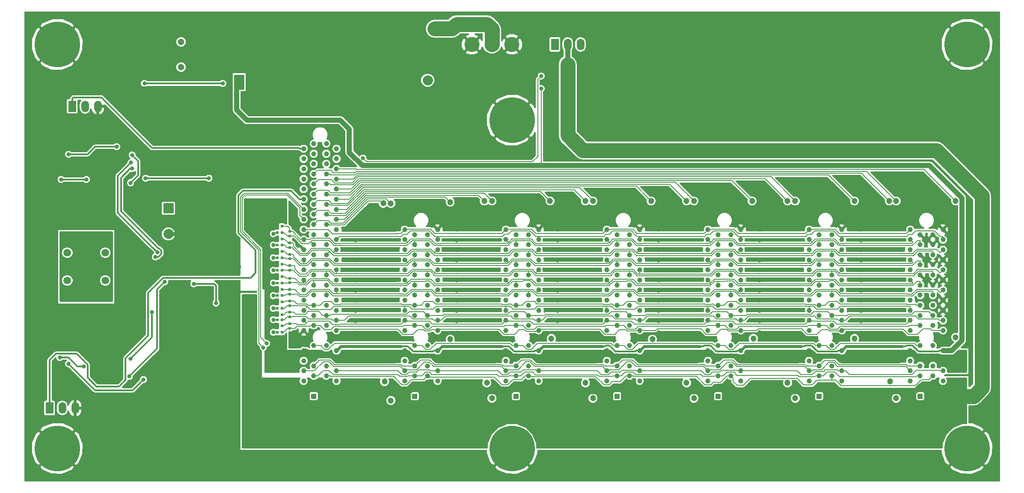
<source format=gbl>
G04 #@! TF.FileFunction,Copper,L4,Bot,Signal*
%FSLAX46Y46*%
G04 Gerber Fmt 4.6, Leading zero omitted, Abs format (unit mm)*
G04 Created by KiCad (PCBNEW (2015-02-06 BZR 5407)-product) date Mon 09 Feb 2015 02:10:55 PM EST*
%MOMM*%
G01*
G04 APERTURE LIST*
%ADD10C,0.100000*%
%ADD11C,2.000000*%
%ADD12C,3.000000*%
%ADD13C,1.000000*%
%ADD14R,1.000000X1.000000*%
%ADD15C,9.000000*%
%ADD16R,0.600000X0.600000*%
%ADD17R,1.998980X1.998980*%
%ADD18C,1.998980*%
%ADD19R,1.524000X2.286000*%
%ADD20O,1.524000X2.286000*%
%ADD21R,1.500000X1.500000*%
%ADD22C,1.500000*%
%ADD23C,1.300000*%
%ADD24C,0.800000*%
%ADD25C,1.200000*%
%ADD26C,0.300000*%
%ADD27C,0.600000*%
%ADD28C,1.000000*%
%ADD29C,0.200000*%
%ADD30C,0.170000*%
%ADD31C,3.000000*%
%ADD32C,0.900000*%
%ADD33C,0.800000*%
G04 APERTURE END LIST*
D10*
D11*
X109700000Y-61900000D03*
X108300000Y-72100000D03*
D12*
X124960000Y-65000000D03*
X121000000Y-65000000D03*
X117040000Y-65000000D03*
D13*
X128250000Y-134650000D03*
X130250000Y-133650000D03*
X128250000Y-132650000D03*
X130250000Y-131650000D03*
X128250000Y-130650000D03*
X130250000Y-129650000D03*
X128250000Y-128650000D03*
X130250000Y-127650000D03*
X128250000Y-126650000D03*
X130250000Y-125650000D03*
X128250000Y-124650000D03*
D14*
X125750000Y-134650000D03*
D13*
X123750000Y-133650000D03*
X125750000Y-132650000D03*
X123750000Y-131650000D03*
X125750000Y-130650000D03*
X123750000Y-129650000D03*
X125750000Y-128650000D03*
X123750000Y-127650000D03*
X125750000Y-126650000D03*
X123750000Y-125650000D03*
X125750000Y-124650000D03*
X130250000Y-121650000D03*
X128250000Y-120650000D03*
X130250000Y-119650000D03*
X128250000Y-118650000D03*
X130250000Y-117650000D03*
X128250000Y-116650000D03*
X130250000Y-115650000D03*
X128250000Y-114650000D03*
X130250000Y-113650000D03*
X128250000Y-112650000D03*
X130250000Y-111650000D03*
X128250000Y-110650000D03*
X130250000Y-109650000D03*
X128250000Y-108650000D03*
X130250000Y-107650000D03*
X128250000Y-106650000D03*
X130250000Y-105650000D03*
X128250000Y-104650000D03*
X130250000Y-103650000D03*
X128250000Y-102650000D03*
X130250000Y-101650000D03*
X123750000Y-121650000D03*
X125750000Y-120650000D03*
X123750000Y-119650000D03*
X125750000Y-118650000D03*
X123750000Y-117650000D03*
X125750000Y-116650000D03*
X123750000Y-115650000D03*
X125750000Y-114650000D03*
X123750000Y-113650000D03*
X125750000Y-112650000D03*
X123750000Y-111650000D03*
X125750000Y-110650000D03*
X123750000Y-109650000D03*
X125750000Y-108650000D03*
X123750000Y-107650000D03*
X125750000Y-106650000D03*
X123750000Y-105650000D03*
X125750000Y-104650000D03*
X123750000Y-103650000D03*
X125750000Y-102650000D03*
X123750000Y-101650000D03*
X88250000Y-134650000D03*
X90250000Y-133650000D03*
X88250000Y-132650000D03*
X90250000Y-131650000D03*
X88250000Y-130650000D03*
X90250000Y-129650000D03*
X88250000Y-128650000D03*
X90250000Y-127650000D03*
X88250000Y-126650000D03*
X90250000Y-125650000D03*
X88250000Y-124650000D03*
D14*
X85750000Y-134650000D03*
D13*
X83750000Y-133650000D03*
X85750000Y-132650000D03*
X83750000Y-131650000D03*
X85750000Y-130650000D03*
X83750000Y-129650000D03*
X85750000Y-128650000D03*
X83750000Y-127650000D03*
X85750000Y-126650000D03*
X83750000Y-125650000D03*
X85750000Y-124650000D03*
X90250000Y-121650000D03*
X88250000Y-120650000D03*
X90250000Y-119650000D03*
X88250000Y-118650000D03*
X90250000Y-117650000D03*
X88250000Y-116650000D03*
X90250000Y-115650000D03*
X88250000Y-114650000D03*
X90250000Y-113650000D03*
X88250000Y-112650000D03*
X90250000Y-111650000D03*
X88250000Y-110650000D03*
X90250000Y-109650000D03*
X88250000Y-108650000D03*
X90250000Y-107650000D03*
X88250000Y-106650000D03*
X90250000Y-105650000D03*
X88250000Y-104650000D03*
X90250000Y-103650000D03*
X88250000Y-102650000D03*
X90250000Y-101650000D03*
X88250000Y-100650000D03*
X90250000Y-99650000D03*
X88250000Y-98650000D03*
X90250000Y-97650000D03*
X88250000Y-96650000D03*
X90250000Y-95650000D03*
X88250000Y-94650000D03*
X90250000Y-93650000D03*
X88250000Y-92650000D03*
X90250000Y-91650000D03*
X88250000Y-90650000D03*
X90250000Y-89650000D03*
X88250000Y-88650000D03*
X90250000Y-87650000D03*
X88250000Y-86650000D03*
X90250000Y-85650000D03*
X88250000Y-84650000D03*
X83750000Y-121650000D03*
X85750000Y-120650000D03*
X83750000Y-119650000D03*
X85750000Y-118650000D03*
X83750000Y-117650000D03*
X85750000Y-116650000D03*
X83750000Y-115650000D03*
X85750000Y-114650000D03*
X83750000Y-113650000D03*
X85750000Y-112650000D03*
X83750000Y-111650000D03*
X85750000Y-110650000D03*
X83750000Y-109650000D03*
X85750000Y-108650000D03*
X83750000Y-107650000D03*
X85750000Y-106650000D03*
X83750000Y-105650000D03*
X85750000Y-104650000D03*
X83750000Y-103650000D03*
X85750000Y-102650000D03*
X83750000Y-101650000D03*
X85750000Y-100650000D03*
X83750000Y-99650000D03*
X85750000Y-98650000D03*
X83750000Y-97650000D03*
X85750000Y-96650000D03*
X83750000Y-95650000D03*
X85750000Y-94650000D03*
X83750000Y-93650000D03*
X85750000Y-92650000D03*
X83750000Y-91650000D03*
X85750000Y-90650000D03*
X83750000Y-89650000D03*
X85750000Y-88650000D03*
X83750000Y-87650000D03*
X85750000Y-86650000D03*
X83750000Y-85650000D03*
X85750000Y-84650000D03*
X188250000Y-134650000D03*
X190250000Y-133650000D03*
X188250000Y-132650000D03*
X190250000Y-131650000D03*
X188250000Y-130650000D03*
X190250000Y-129650000D03*
X188250000Y-128650000D03*
X190250000Y-127650000D03*
X188250000Y-126650000D03*
X190250000Y-125650000D03*
X188250000Y-124650000D03*
D14*
X185750000Y-134650000D03*
D13*
X183750000Y-133650000D03*
X185750000Y-132650000D03*
X183750000Y-131650000D03*
X185750000Y-130650000D03*
X183750000Y-129650000D03*
X185750000Y-128650000D03*
X183750000Y-127650000D03*
X185750000Y-126650000D03*
X183750000Y-125650000D03*
X185750000Y-124650000D03*
X190250000Y-121650000D03*
X188250000Y-120650000D03*
X190250000Y-119650000D03*
X188250000Y-118650000D03*
X190250000Y-117650000D03*
X188250000Y-116650000D03*
X190250000Y-115650000D03*
X188250000Y-114650000D03*
X190250000Y-113650000D03*
X188250000Y-112650000D03*
X190250000Y-111650000D03*
X188250000Y-110650000D03*
X190250000Y-109650000D03*
X188250000Y-108650000D03*
X190250000Y-107650000D03*
X188250000Y-106650000D03*
X190250000Y-105650000D03*
X188250000Y-104650000D03*
X190250000Y-103650000D03*
X188250000Y-102650000D03*
X190250000Y-101650000D03*
X183750000Y-121650000D03*
X185750000Y-120650000D03*
X183750000Y-119650000D03*
X185750000Y-118650000D03*
X183750000Y-117650000D03*
X185750000Y-116650000D03*
X183750000Y-115650000D03*
X185750000Y-114650000D03*
X183750000Y-113650000D03*
X185750000Y-112650000D03*
X183750000Y-111650000D03*
X185750000Y-110650000D03*
X183750000Y-109650000D03*
X185750000Y-108650000D03*
X183750000Y-107650000D03*
X185750000Y-106650000D03*
X183750000Y-105650000D03*
X185750000Y-104650000D03*
X183750000Y-103650000D03*
X185750000Y-102650000D03*
X183750000Y-101650000D03*
X168250000Y-134650000D03*
X170250000Y-133650000D03*
X168250000Y-132650000D03*
X170250000Y-131650000D03*
X168250000Y-130650000D03*
X170250000Y-129650000D03*
X168250000Y-128650000D03*
X170250000Y-127650000D03*
X168250000Y-126650000D03*
X170250000Y-125650000D03*
X168250000Y-124650000D03*
D14*
X165750000Y-134650000D03*
D13*
X163750000Y-133650000D03*
X165750000Y-132650000D03*
X163750000Y-131650000D03*
X165750000Y-130650000D03*
X163750000Y-129650000D03*
X165750000Y-128650000D03*
X163750000Y-127650000D03*
X165750000Y-126650000D03*
X163750000Y-125650000D03*
X165750000Y-124650000D03*
X170250000Y-121650000D03*
X168250000Y-120650000D03*
X170250000Y-119650000D03*
X168250000Y-118650000D03*
X170250000Y-117650000D03*
X168250000Y-116650000D03*
X170250000Y-115650000D03*
X168250000Y-114650000D03*
X170250000Y-113650000D03*
X168250000Y-112650000D03*
X170250000Y-111650000D03*
X168250000Y-110650000D03*
X170250000Y-109650000D03*
X168250000Y-108650000D03*
X170250000Y-107650000D03*
X168250000Y-106650000D03*
X170250000Y-105650000D03*
X168250000Y-104650000D03*
X170250000Y-103650000D03*
X168250000Y-102650000D03*
X170250000Y-101650000D03*
X163750000Y-121650000D03*
X165750000Y-120650000D03*
X163750000Y-119650000D03*
X165750000Y-118650000D03*
X163750000Y-117650000D03*
X165750000Y-116650000D03*
X163750000Y-115650000D03*
X165750000Y-114650000D03*
X163750000Y-113650000D03*
X165750000Y-112650000D03*
X163750000Y-111650000D03*
X165750000Y-110650000D03*
X163750000Y-109650000D03*
X165750000Y-108650000D03*
X163750000Y-107650000D03*
X165750000Y-106650000D03*
X163750000Y-105650000D03*
X165750000Y-104650000D03*
X163750000Y-103650000D03*
X165750000Y-102650000D03*
X163750000Y-101650000D03*
X208250000Y-134650000D03*
X210250000Y-133650000D03*
X208250000Y-132650000D03*
X210250000Y-131650000D03*
X208250000Y-130650000D03*
X210250000Y-129650000D03*
X208250000Y-128650000D03*
X210250000Y-127650000D03*
X208250000Y-126650000D03*
X210250000Y-125650000D03*
X208250000Y-124650000D03*
D14*
X205750000Y-134650000D03*
D13*
X203750000Y-133650000D03*
X205750000Y-132650000D03*
X203750000Y-131650000D03*
X205750000Y-130650000D03*
X203750000Y-129650000D03*
X205750000Y-128650000D03*
X203750000Y-127650000D03*
X205750000Y-126650000D03*
X203750000Y-125650000D03*
X205750000Y-124650000D03*
X210250000Y-121650000D03*
X208250000Y-120650000D03*
X210250000Y-119650000D03*
X208250000Y-118650000D03*
X210250000Y-117650000D03*
X208250000Y-116650000D03*
X210250000Y-115650000D03*
X208250000Y-114650000D03*
X210250000Y-113650000D03*
X208250000Y-112650000D03*
X210250000Y-111650000D03*
X208250000Y-110650000D03*
X210250000Y-109650000D03*
X208250000Y-108650000D03*
X210250000Y-107650000D03*
X208250000Y-106650000D03*
X210250000Y-105650000D03*
X208250000Y-104650000D03*
X210250000Y-103650000D03*
X208250000Y-102650000D03*
X210250000Y-101650000D03*
X203750000Y-121650000D03*
X205750000Y-120650000D03*
X203750000Y-119650000D03*
X205750000Y-118650000D03*
X203750000Y-117650000D03*
X205750000Y-116650000D03*
X203750000Y-115650000D03*
X205750000Y-114650000D03*
X203750000Y-113650000D03*
X205750000Y-112650000D03*
X203750000Y-111650000D03*
X205750000Y-110650000D03*
X203750000Y-109650000D03*
X205750000Y-108650000D03*
X203750000Y-107650000D03*
X205750000Y-106650000D03*
X203750000Y-105650000D03*
X205750000Y-104650000D03*
X203750000Y-103650000D03*
X205750000Y-102650000D03*
X203750000Y-101650000D03*
X148250000Y-134650000D03*
X150250000Y-133650000D03*
X148250000Y-132650000D03*
X150250000Y-131650000D03*
X148250000Y-130650000D03*
X150250000Y-129650000D03*
X148250000Y-128650000D03*
X150250000Y-127650000D03*
X148250000Y-126650000D03*
X150250000Y-125650000D03*
X148250000Y-124650000D03*
D14*
X145750000Y-134650000D03*
D13*
X143750000Y-133650000D03*
X145750000Y-132650000D03*
X143750000Y-131650000D03*
X145750000Y-130650000D03*
X143750000Y-129650000D03*
X145750000Y-128650000D03*
X143750000Y-127650000D03*
X145750000Y-126650000D03*
X143750000Y-125650000D03*
X145750000Y-124650000D03*
X150250000Y-121650000D03*
X148250000Y-120650000D03*
X150250000Y-119650000D03*
X148250000Y-118650000D03*
X150250000Y-117650000D03*
X148250000Y-116650000D03*
X150250000Y-115650000D03*
X148250000Y-114650000D03*
X150250000Y-113650000D03*
X148250000Y-112650000D03*
X150250000Y-111650000D03*
X148250000Y-110650000D03*
X150250000Y-109650000D03*
X148250000Y-108650000D03*
X150250000Y-107650000D03*
X148250000Y-106650000D03*
X150250000Y-105650000D03*
X148250000Y-104650000D03*
X150250000Y-103650000D03*
X148250000Y-102650000D03*
X150250000Y-101650000D03*
X143750000Y-121650000D03*
X145750000Y-120650000D03*
X143750000Y-119650000D03*
X145750000Y-118650000D03*
X143750000Y-117650000D03*
X145750000Y-116650000D03*
X143750000Y-115650000D03*
X145750000Y-114650000D03*
X143750000Y-113650000D03*
X145750000Y-112650000D03*
X143750000Y-111650000D03*
X145750000Y-110650000D03*
X143750000Y-109650000D03*
X145750000Y-108650000D03*
X143750000Y-107650000D03*
X145750000Y-106650000D03*
X143750000Y-105650000D03*
X145750000Y-104650000D03*
X143750000Y-103650000D03*
X145750000Y-102650000D03*
X143750000Y-101650000D03*
X108250000Y-134650000D03*
X110250000Y-133650000D03*
X108250000Y-132650000D03*
X110250000Y-131650000D03*
X108250000Y-130650000D03*
X110250000Y-129650000D03*
X108250000Y-128650000D03*
X110250000Y-127650000D03*
X108250000Y-126650000D03*
X110250000Y-125650000D03*
X108250000Y-124650000D03*
D14*
X105750000Y-134650000D03*
D13*
X103750000Y-133650000D03*
X105750000Y-132650000D03*
X103750000Y-131650000D03*
X105750000Y-130650000D03*
X103750000Y-129650000D03*
X105750000Y-128650000D03*
X103750000Y-127650000D03*
X105750000Y-126650000D03*
X103750000Y-125650000D03*
X105750000Y-124650000D03*
X110250000Y-121650000D03*
X108250000Y-120650000D03*
X110250000Y-119650000D03*
X108250000Y-118650000D03*
X110250000Y-117650000D03*
X108250000Y-116650000D03*
X110250000Y-115650000D03*
X108250000Y-114650000D03*
X110250000Y-113650000D03*
X108250000Y-112650000D03*
X110250000Y-111650000D03*
X108250000Y-110650000D03*
X110250000Y-109650000D03*
X108250000Y-108650000D03*
X110250000Y-107650000D03*
X108250000Y-106650000D03*
X110250000Y-105650000D03*
X108250000Y-104650000D03*
X110250000Y-103650000D03*
X108250000Y-102650000D03*
X110250000Y-101650000D03*
X103750000Y-121650000D03*
X105750000Y-120650000D03*
X103750000Y-119650000D03*
X105750000Y-118650000D03*
X103750000Y-117650000D03*
X105750000Y-116650000D03*
X103750000Y-115650000D03*
X105750000Y-114650000D03*
X103750000Y-113650000D03*
X105750000Y-112650000D03*
X103750000Y-111650000D03*
X105750000Y-110650000D03*
X103750000Y-109650000D03*
X105750000Y-108650000D03*
X103750000Y-107650000D03*
X105750000Y-106650000D03*
X103750000Y-105650000D03*
X105750000Y-104650000D03*
X103750000Y-103650000D03*
X105750000Y-102650000D03*
X103750000Y-101650000D03*
D15*
X35000000Y-145000000D03*
D13*
X38000000Y-145000000D03*
X36500000Y-147600000D03*
X33500000Y-147600000D03*
X32000000Y-145000000D03*
X33500000Y-142400000D03*
X36500000Y-142400000D03*
D15*
X215000000Y-145000000D03*
D13*
X218000000Y-145000000D03*
X216500000Y-147600000D03*
X213500000Y-147600000D03*
X212000000Y-145000000D03*
X213500000Y-142400000D03*
X216500000Y-142400000D03*
D15*
X35000000Y-65000000D03*
D13*
X38000000Y-65000000D03*
X36500000Y-67600000D03*
X33500000Y-67600000D03*
X32000000Y-65000000D03*
X33500000Y-62400000D03*
X36500000Y-62400000D03*
D15*
X215000000Y-65000000D03*
D13*
X218000000Y-65000000D03*
X216500000Y-67600000D03*
X213500000Y-67600000D03*
X212000000Y-65000000D03*
X213500000Y-62400000D03*
X216500000Y-62400000D03*
D16*
X78550000Y-118500000D03*
X79450000Y-118500000D03*
X81000000Y-118050000D03*
X81000000Y-118950000D03*
X79450000Y-119500000D03*
X78550000Y-119500000D03*
X78550000Y-116000000D03*
X79450000Y-116000000D03*
X81000000Y-115800000D03*
X81000000Y-116700000D03*
X79450000Y-117250000D03*
X78550000Y-117250000D03*
X78550000Y-113500000D03*
X79450000Y-113500000D03*
X81000000Y-113550000D03*
X81000000Y-114450000D03*
X79450000Y-114750000D03*
X78550000Y-114750000D03*
X78550000Y-111000000D03*
X79450000Y-111000000D03*
X81000000Y-111300000D03*
X81000000Y-112200000D03*
X79450000Y-112250000D03*
X78550000Y-112250000D03*
X78550000Y-108500000D03*
X79450000Y-108500000D03*
X81000000Y-108800000D03*
X81000000Y-109700000D03*
X79450000Y-109750000D03*
X78550000Y-109750000D03*
X78550000Y-106000000D03*
X79450000Y-106000000D03*
X81000000Y-106550000D03*
X81000000Y-107450000D03*
X79450000Y-107250000D03*
X78550000Y-107250000D03*
X78550000Y-103500000D03*
X79450000Y-103500000D03*
X81000000Y-104300000D03*
X81000000Y-105200000D03*
X79450000Y-104750000D03*
X78550000Y-104750000D03*
X78550000Y-101000000D03*
X79450000Y-101000000D03*
X81000000Y-102050000D03*
X81000000Y-102950000D03*
X79450000Y-102250000D03*
X78550000Y-102250000D03*
X78550000Y-120750000D03*
X79450000Y-120750000D03*
X81000000Y-120300000D03*
X81000000Y-121200000D03*
X79450000Y-122000000D03*
X78550000Y-122000000D03*
D17*
X57000000Y-97460000D03*
D18*
X57000000Y-102540000D03*
D19*
X33460000Y-137000000D03*
D20*
X36000000Y-137000000D03*
X38540000Y-137000000D03*
D19*
X37960000Y-77250000D03*
D20*
X40500000Y-77250000D03*
X43040000Y-77250000D03*
D19*
X133460000Y-65000000D03*
D20*
X136000000Y-65000000D03*
X138540000Y-65000000D03*
D21*
X37000000Y-114249680D03*
D22*
X37000000Y-111750320D03*
D21*
X37000000Y-103750320D03*
D22*
X37000000Y-106249680D03*
D21*
X44500000Y-103750320D03*
D22*
X44500000Y-106249680D03*
D21*
X44500000Y-114249680D03*
D22*
X44500000Y-111750320D03*
D15*
X125000000Y-80000000D03*
D13*
X128000000Y-80000000D03*
X126500000Y-82600000D03*
X123500000Y-82600000D03*
X122000000Y-80000000D03*
X123500000Y-77400000D03*
X126500000Y-77400000D03*
D15*
X125000000Y-145000000D03*
D13*
X128000000Y-145000000D03*
X126500000Y-147600000D03*
X123500000Y-147600000D03*
X122000000Y-145000000D03*
X123500000Y-142400000D03*
X126500000Y-142400000D03*
D23*
X59500000Y-64500000D03*
X59500000Y-69500000D03*
D24*
X71500000Y-73500000D03*
X71500000Y-72500000D03*
X71500000Y-71500000D03*
X70500000Y-71500000D03*
X70500000Y-72500000D03*
X70500000Y-73500000D03*
X67750000Y-72750000D03*
X67750000Y-72750000D03*
X52250000Y-72750000D03*
X130750000Y-73750000D03*
X130750000Y-73750000D03*
X44000000Y-86750000D03*
X46000000Y-86750000D03*
X45000000Y-88000000D03*
X44000000Y-89250000D03*
X46000000Y-89250000D03*
X77750000Y-122000000D03*
X77750000Y-119500000D03*
X77750000Y-117250000D03*
X77750000Y-114750000D03*
X77750000Y-112250000D03*
X77750000Y-109750000D03*
X77750000Y-107250000D03*
X77750000Y-104750000D03*
X77750000Y-102500000D03*
X67750000Y-77250000D03*
X67750000Y-77250000D03*
X49500000Y-72000000D03*
X49500000Y-72000000D03*
X49500000Y-72000000D03*
X194000000Y-119749991D03*
X194000000Y-117749991D03*
X194000000Y-115749991D03*
X194000000Y-113749990D03*
X194000000Y-111749991D03*
X194000000Y-109749990D03*
X194000000Y-107749991D03*
X194000000Y-105749991D03*
X194000000Y-103749990D03*
X193972400Y-101650000D03*
X174000000Y-122000000D03*
X174000000Y-119749991D03*
X174000000Y-117749990D03*
X174000000Y-115749991D03*
X174000000Y-113749990D03*
X174000000Y-111749991D03*
X174000000Y-109749990D03*
X174000000Y-107749991D03*
X174000000Y-105749991D03*
X174000000Y-103749990D03*
X174007109Y-101650000D03*
X154000000Y-122000000D03*
X154000000Y-119749991D03*
X154000000Y-117749990D03*
X154000000Y-115749991D03*
X154000000Y-113749990D03*
X154000000Y-111749991D03*
X154000000Y-109749990D03*
X154000000Y-107749991D03*
X154000000Y-105749990D03*
X154000000Y-103749990D03*
X153978119Y-101650000D03*
X134000000Y-119749991D03*
X134000000Y-117749991D03*
X134000000Y-115749991D03*
X134000000Y-113749990D03*
X134000000Y-111749991D03*
X134000000Y-109749990D03*
X134000000Y-107749991D03*
X134000000Y-105749990D03*
X134000000Y-103749990D03*
X133976519Y-101650000D03*
X114000000Y-119749991D03*
X114000000Y-117749990D03*
X114000000Y-115749991D03*
X114000000Y-113749990D03*
X114000000Y-111749991D03*
X114000000Y-109749990D03*
X114000000Y-107749991D03*
X114000000Y-105749991D03*
X114000000Y-103749990D03*
X113987598Y-101650000D03*
X94000000Y-119749990D03*
X94000000Y-117749991D03*
X94000000Y-115749990D03*
X94000000Y-113749990D03*
X94000000Y-111749990D03*
X94000000Y-109749991D03*
X94000000Y-107749990D03*
X94000000Y-105749991D03*
X94000000Y-103749990D03*
X94006960Y-101650000D03*
X40600000Y-81400000D03*
X43200000Y-81400000D03*
X194000000Y-122050020D03*
X134000000Y-122050020D03*
X114000000Y-122050020D03*
X94000000Y-122050020D03*
X44000000Y-128500000D03*
X45000000Y-128500000D03*
X46000000Y-128500000D03*
X44000000Y-130000000D03*
X45000000Y-130000000D03*
X46000000Y-130000000D03*
X44000000Y-131500000D03*
X45000000Y-131500000D03*
X46000000Y-131500000D03*
X47000000Y-109000000D03*
X53000000Y-109000000D03*
X56000000Y-109000000D03*
X59000000Y-109000000D03*
X62000000Y-109000000D03*
X65000000Y-109000000D03*
X68000000Y-109000000D03*
X71000000Y-109000000D03*
X50000000Y-109000000D03*
X72000000Y-115000000D03*
X73000000Y-115000000D03*
X74000000Y-115000000D03*
X72000000Y-116000000D03*
X73000000Y-116000000D03*
X74000000Y-116000000D03*
X73000000Y-117000000D03*
X74000000Y-117000000D03*
X73000000Y-118000000D03*
X74000000Y-118000000D03*
X73000000Y-119000000D03*
X74000000Y-119000000D03*
X73000000Y-120000000D03*
X74000000Y-120000000D03*
X52500000Y-91500000D03*
X75500000Y-100500000D03*
X74000000Y-100500000D03*
X72500000Y-100500000D03*
X77000000Y-99000000D03*
X75500000Y-99000000D03*
X74000000Y-99000000D03*
X72500000Y-99000000D03*
X77000000Y-97500000D03*
X75500000Y-97500000D03*
X74000000Y-97500000D03*
X72500000Y-97500000D03*
X77000000Y-96000000D03*
X75500000Y-96000000D03*
X74000000Y-96000000D03*
X72500000Y-96000000D03*
X65000000Y-91500000D03*
D25*
X99750000Y-131750000D03*
X99500000Y-96455180D03*
X120000000Y-132000000D03*
X119500000Y-96000000D03*
X139500000Y-132000000D03*
X139500000Y-96000000D03*
X159500000Y-132000000D03*
X159500000Y-96000000D03*
X179500000Y-132000000D03*
X179500000Y-96000000D03*
X199750000Y-131749980D03*
X199634997Y-96000000D03*
X112750000Y-123349990D03*
X112750000Y-96250000D03*
X132750000Y-123250000D03*
X132500000Y-96000000D03*
X152750000Y-123349990D03*
X152500000Y-96000000D03*
X172500000Y-96000000D03*
X172750000Y-123250000D03*
X192750000Y-123250000D03*
X192750000Y-96000000D03*
X212750000Y-96000000D03*
X212750000Y-123000000D03*
X101000000Y-135500000D03*
X101000000Y-96500000D03*
X161000000Y-135065010D03*
X161000000Y-96000000D03*
X121000000Y-135065010D03*
X121000000Y-96000000D03*
X181000000Y-135065010D03*
X181000000Y-96000000D03*
X141000000Y-135065010D03*
X141000000Y-96000000D03*
X201000000Y-135065010D03*
X201000000Y-96000000D03*
D24*
X76400010Y-124197070D03*
X75750000Y-125000000D03*
X130750000Y-71250000D03*
X95500000Y-87500000D03*
X38500000Y-103500000D03*
X40000000Y-103500000D03*
X41500000Y-103500000D03*
X43000000Y-103500000D03*
X38500000Y-114500000D03*
X40000000Y-114500000D03*
X41500000Y-114500000D03*
X43000000Y-114500000D03*
X52044350Y-131378038D03*
X37250000Y-128250000D03*
X40250000Y-128750000D03*
X40250000Y-128750000D03*
X40250000Y-128750000D03*
X35500000Y-127000000D03*
X35500000Y-127000000D03*
X49500000Y-127250000D03*
X53750000Y-118000000D03*
X53750000Y-118000000D03*
X49250000Y-130750000D03*
X49250000Y-130750000D03*
X56250000Y-112000000D03*
X56250000Y-112000000D03*
X56250000Y-112000000D03*
X66400000Y-116200000D03*
X62000000Y-112400000D03*
X62000000Y-112400000D03*
X40750000Y-91750000D03*
X35750000Y-91750000D03*
X37250000Y-86750000D03*
X46750000Y-85250000D03*
X54800000Y-106200000D03*
X54800000Y-106200000D03*
X49600000Y-88400000D03*
X49600000Y-88400000D03*
X49600000Y-88400000D03*
X49600000Y-88400000D03*
X49800000Y-86900000D03*
X49800000Y-86900000D03*
X49500000Y-92400000D03*
X49500000Y-92400000D03*
X54419867Y-107086977D03*
X49800000Y-89600000D03*
X49800000Y-89600000D03*
X49800000Y-89600000D03*
X49800000Y-89600000D03*
X49800000Y-89600000D03*
X49800000Y-89600000D03*
X49800000Y-89600000D03*
X49800000Y-89600000D03*
X49800000Y-89600000D03*
X49800000Y-89600000D03*
D26*
X143599990Y-124600010D02*
X143400000Y-124800000D01*
X143400000Y-124800000D02*
X142800000Y-124800000D01*
X144200010Y-124600010D02*
X143599990Y-124600010D01*
D27*
X142800000Y-124800000D02*
X131100000Y-124800000D01*
X131100000Y-124800000D02*
X130749999Y-125150001D01*
X130749999Y-125150001D02*
X130250000Y-125650000D01*
D26*
X202999990Y-124600010D02*
X202800000Y-124800000D01*
X202800000Y-124800000D02*
X202165699Y-124800000D01*
X204200010Y-124600010D02*
X202999990Y-124600010D01*
D27*
X202165699Y-124800000D02*
X191100000Y-124800000D01*
X191100000Y-124800000D02*
X190250000Y-125650000D01*
D26*
X182999990Y-124600010D02*
X182800000Y-124800000D01*
X182800000Y-124800000D02*
X182165699Y-124800000D01*
X184200010Y-124600010D02*
X182999990Y-124600010D01*
D27*
X182165699Y-124800000D02*
X171100000Y-124800000D01*
X171100000Y-124800000D02*
X170250000Y-125650000D01*
D26*
X162999990Y-124600010D02*
X162800000Y-124800000D01*
X162800000Y-124800000D02*
X162184837Y-124800000D01*
X164200010Y-124600010D02*
X162999990Y-124600010D01*
D27*
X151100000Y-124800000D02*
X162184837Y-124800000D01*
X150250000Y-125650000D02*
X151100000Y-124800000D01*
D26*
X104350000Y-124750000D02*
X103015956Y-124750000D01*
D27*
X91150000Y-124750000D02*
X103015956Y-124750000D01*
X90250000Y-125650000D02*
X91150000Y-124750000D01*
D26*
X110250000Y-125650000D02*
X109542894Y-125650000D01*
X105434999Y-125834999D02*
X104350000Y-124750000D01*
X109542894Y-125650000D02*
X109357895Y-125834999D01*
X109357895Y-125834999D02*
X105434999Y-125834999D01*
X124350000Y-124750000D02*
X123000010Y-124750000D01*
X123000010Y-124750000D02*
X123000000Y-124750010D01*
D27*
X122372179Y-124750010D02*
X123000000Y-124750010D01*
X110250000Y-125650000D02*
X111149990Y-124750010D01*
X111149990Y-124750010D02*
X122372179Y-124750010D01*
D26*
X124350000Y-124750000D02*
X125434999Y-125834999D01*
X125434999Y-125834999D02*
X129357895Y-125834999D01*
X129357895Y-125834999D02*
X129542894Y-125650000D01*
X129542894Y-125650000D02*
X130250000Y-125650000D01*
X90350000Y-125650000D02*
X90250000Y-125650000D01*
D27*
X70500000Y-72500000D02*
X70500000Y-71500000D01*
X70500000Y-73500000D02*
X70500000Y-72500000D01*
D26*
X52250000Y-72750000D02*
X67750000Y-72750000D01*
X205434999Y-125834999D02*
X204200010Y-124600010D01*
X209357895Y-125834999D02*
X205434999Y-125834999D01*
X209542894Y-125650000D02*
X209357895Y-125834999D01*
X210250000Y-125650000D02*
X209542894Y-125650000D01*
X190250000Y-125650000D02*
X189542894Y-125650000D01*
X189542894Y-125650000D02*
X189357895Y-125834999D01*
X189357895Y-125834999D02*
X185434999Y-125834999D01*
X185434999Y-125834999D02*
X184200010Y-124600010D01*
X145434999Y-125834999D02*
X144200010Y-124600010D01*
X149357895Y-125834999D02*
X145434999Y-125834999D01*
X149542894Y-125650000D02*
X149357895Y-125834999D01*
X150250000Y-125650000D02*
X149542894Y-125650000D01*
X170250000Y-125650000D02*
X169542894Y-125650000D01*
X169542894Y-125650000D02*
X169357895Y-125834999D01*
X169357895Y-125834999D02*
X165434999Y-125834999D01*
X165434999Y-125834999D02*
X164200010Y-124600010D01*
D28*
X214015001Y-123607201D02*
X214015001Y-95392799D01*
X211972202Y-125650000D02*
X214015001Y-123607201D01*
X214015001Y-95392799D02*
X207607192Y-88984990D01*
X210250000Y-125650000D02*
X211972202Y-125650000D01*
X95384990Y-88984990D02*
X92800000Y-86400000D01*
X92800000Y-86400000D02*
X92800000Y-81800000D01*
X92800000Y-81800000D02*
X91000000Y-80000000D01*
X91000000Y-80000000D02*
X72500000Y-80000000D01*
X70500000Y-78000000D02*
X70500000Y-73500000D01*
X72500000Y-80000000D02*
X70500000Y-78000000D01*
D29*
X130750000Y-88965189D02*
X130769801Y-88984990D01*
X130750000Y-73750000D02*
X130750000Y-88965189D01*
D28*
X130769801Y-88984990D02*
X95384990Y-88984990D01*
X207607192Y-88984990D02*
X130769801Y-88984990D01*
D30*
X78550000Y-122000000D02*
X77750000Y-122000000D01*
X78550000Y-119500000D02*
X77750000Y-119500000D01*
X78550000Y-117250000D02*
X77750000Y-117250000D01*
X78550000Y-114750000D02*
X77750000Y-114750000D01*
X78550000Y-112250000D02*
X77750000Y-112250000D01*
X78550000Y-109750000D02*
X77750000Y-109750000D01*
X78550000Y-107250000D02*
X77750000Y-107250000D01*
X78550000Y-104750000D02*
X77750000Y-104750000D01*
X78550000Y-102250000D02*
X78000000Y-102250000D01*
X78000000Y-102250000D02*
X77750000Y-102500000D01*
D26*
X67000000Y-73500000D02*
X67750000Y-74250000D01*
X67750000Y-74250000D02*
X67750000Y-77250000D01*
X51000000Y-73500000D02*
X67000000Y-73500000D01*
X49500000Y-72000000D02*
X51000000Y-73500000D01*
X40600000Y-81400000D02*
X43200000Y-81400000D01*
D28*
X208250000Y-132650000D02*
X208250000Y-132750000D01*
X208250000Y-132750000D02*
X209150000Y-133650000D01*
X209150000Y-133650000D02*
X210250000Y-133650000D01*
X188250000Y-132650000D02*
X188400000Y-132650000D01*
X188400000Y-132650000D02*
X189400000Y-133650000D01*
X189400000Y-133650000D02*
X190250000Y-133650000D01*
X168250000Y-132650000D02*
X168250000Y-132750000D01*
X168250000Y-132750000D02*
X169150000Y-133650000D01*
X169150000Y-133650000D02*
X170250000Y-133650000D01*
X148250000Y-132650000D02*
X148250000Y-132750000D01*
X148250000Y-132750000D02*
X149150000Y-133650000D01*
X149150000Y-133650000D02*
X150250000Y-133650000D01*
X128250000Y-132650000D02*
X128650000Y-132650000D01*
X128650000Y-132650000D02*
X129650000Y-133650000D01*
X129650000Y-133650000D02*
X130250000Y-133650000D01*
X108250000Y-132650000D02*
X108250000Y-132750000D01*
X109150000Y-133650000D02*
X110250000Y-133650000D01*
X108250000Y-132750000D02*
X109150000Y-133650000D01*
X88250000Y-132650000D02*
X88400000Y-132650000D01*
X89400000Y-133650000D02*
X90250000Y-133650000D01*
X88400000Y-132650000D02*
X89400000Y-133650000D01*
X85750000Y-132650000D02*
X84750000Y-132650000D01*
X84750000Y-132650000D02*
X83750000Y-133650000D01*
X88250000Y-132650000D02*
X88250000Y-134650000D01*
X85750000Y-132650000D02*
X88250000Y-132650000D01*
X102200000Y-133800000D02*
X102050000Y-133650000D01*
X102050000Y-133650000D02*
X90250000Y-133650000D01*
X190250000Y-133650000D02*
X190957106Y-133650000D01*
X190957106Y-133650000D02*
X191107106Y-133800000D01*
X191107106Y-133800000D02*
X202892894Y-133800000D01*
X202892894Y-133800000D02*
X203042894Y-133650000D01*
X203042894Y-133650000D02*
X203750000Y-133650000D01*
X170250000Y-133650000D02*
X170957106Y-133650000D01*
X170957106Y-133650000D02*
X171107106Y-133800000D01*
X171107106Y-133800000D02*
X182892894Y-133800000D01*
X182892894Y-133800000D02*
X183042894Y-133650000D01*
X183042894Y-133650000D02*
X183750000Y-133650000D01*
X150250000Y-133650000D02*
X150957106Y-133650000D01*
X150957106Y-133650000D02*
X151107106Y-133800000D01*
X151107106Y-133800000D02*
X162892894Y-133800000D01*
X162892894Y-133800000D02*
X163042894Y-133650000D01*
X163042894Y-133650000D02*
X163750000Y-133650000D01*
X130250000Y-133650000D02*
X130957106Y-133650000D01*
X130957106Y-133650000D02*
X131107106Y-133800000D01*
X131107106Y-133800000D02*
X142892894Y-133800000D01*
X142892894Y-133800000D02*
X143042894Y-133650000D01*
X143042894Y-133650000D02*
X143750000Y-133650000D01*
X110250000Y-133650000D02*
X110957106Y-133650000D01*
X123042894Y-133650000D02*
X123750000Y-133650000D01*
X110957106Y-133650000D02*
X111107106Y-133800000D01*
X111107106Y-133800000D02*
X122892894Y-133800000D01*
X122892894Y-133800000D02*
X123042894Y-133650000D01*
X204750000Y-133650000D02*
X205750000Y-132650000D01*
X203750000Y-133650000D02*
X204750000Y-133650000D01*
X205750000Y-132650000D02*
X208250000Y-132650000D01*
X208250000Y-132650000D02*
X208250000Y-134650000D01*
X188250000Y-132650000D02*
X188250000Y-134650000D01*
X185750000Y-132650000D02*
X188250000Y-132650000D01*
X183750000Y-133650000D02*
X184750000Y-133650000D01*
X184750000Y-133650000D02*
X185750000Y-132650000D01*
X144750000Y-133650000D02*
X145750000Y-132650000D01*
X143750000Y-133650000D02*
X144750000Y-133650000D01*
X145750000Y-132650000D02*
X148250000Y-132650000D01*
X148250000Y-132650000D02*
X148250000Y-134650000D01*
X168250000Y-132650000D02*
X168250000Y-134650000D01*
X165750000Y-132650000D02*
X168250000Y-132650000D01*
X163750000Y-133650000D02*
X164750000Y-133650000D01*
X164750000Y-133650000D02*
X165750000Y-132650000D01*
X124750000Y-133650000D02*
X125750000Y-132650000D01*
X123750000Y-133650000D02*
X124750000Y-133650000D01*
X125750000Y-132650000D02*
X128250000Y-132650000D01*
X128250000Y-132650000D02*
X128250000Y-134650000D01*
X108250000Y-132650000D02*
X108250000Y-134650000D01*
X105750000Y-132650000D02*
X108250000Y-132650000D01*
X103750000Y-133650000D02*
X104750000Y-133650000D01*
X104750000Y-133650000D02*
X105750000Y-132650000D01*
X102892894Y-133800000D02*
X102200000Y-133800000D01*
X103750000Y-133650000D02*
X103042894Y-133650000D01*
X103042894Y-133650000D02*
X102892894Y-133800000D01*
D31*
X208250000Y-134650000D02*
X216350000Y-134650000D01*
X216350000Y-134650000D02*
X218000000Y-133000000D01*
X218000000Y-133000000D02*
X218000000Y-95000000D01*
X218000000Y-95000000D02*
X209000000Y-86000000D01*
X209000000Y-86000000D02*
X139000000Y-86000000D01*
X139000000Y-86000000D02*
X136000000Y-83000000D01*
X136000000Y-83000000D02*
X136000000Y-69000000D01*
D28*
X136000000Y-69000000D02*
X136000000Y-65000000D01*
D32*
X90957106Y-127650000D02*
X90250000Y-127650000D01*
X101750000Y-127650000D02*
X90957106Y-127650000D01*
X103750000Y-125650000D02*
X101750000Y-127650000D01*
X190250000Y-127650000D02*
X201600000Y-127650000D01*
X201600000Y-127650000D02*
X203600000Y-125650000D01*
X203600000Y-125650000D02*
X203750000Y-125650000D01*
X170250000Y-127650000D02*
X181600000Y-127650000D01*
X181600000Y-127650000D02*
X183600000Y-125650000D01*
X183600000Y-125650000D02*
X183750000Y-125650000D01*
X150250000Y-127650000D02*
X161600000Y-127650000D01*
X161600000Y-127650000D02*
X163600000Y-125650000D01*
X163600000Y-125650000D02*
X163750000Y-125650000D01*
X130250000Y-127650000D02*
X141600000Y-127650000D01*
X141600000Y-127650000D02*
X143600000Y-125650000D01*
X143600000Y-125650000D02*
X143750000Y-125650000D01*
X110250000Y-127650000D02*
X121600000Y-127650000D01*
X121600000Y-127650000D02*
X123600000Y-125650000D01*
X123600000Y-125650000D02*
X123750000Y-125650000D01*
X90250000Y-127650000D02*
X89250000Y-126650000D01*
X89250000Y-126650000D02*
X88250000Y-126650000D01*
X85250000Y-126650000D02*
X84250000Y-125650000D01*
X84250000Y-125650000D02*
X83750000Y-125650000D01*
X88250000Y-126650000D02*
X85250000Y-126650000D01*
X88250000Y-126650000D02*
X85750000Y-126650000D01*
X204750000Y-126650000D02*
X205750000Y-126650000D01*
X203750000Y-125650000D02*
X204750000Y-126650000D01*
X205750000Y-126650000D02*
X208250000Y-126650000D01*
X209250000Y-126650000D02*
X210250000Y-127650000D01*
X208250000Y-126650000D02*
X209250000Y-126650000D01*
X188250000Y-126650000D02*
X189250000Y-126650000D01*
X189250000Y-126650000D02*
X190250000Y-127650000D01*
X185750000Y-126650000D02*
X188250000Y-126650000D01*
X183750000Y-125650000D02*
X184750000Y-126650000D01*
X184750000Y-126650000D02*
X185750000Y-126650000D01*
X144750000Y-126650000D02*
X145750000Y-126650000D01*
X143750000Y-125650000D02*
X144750000Y-126650000D01*
X145750000Y-126650000D02*
X148250000Y-126650000D01*
X149250000Y-126650000D02*
X150250000Y-127650000D01*
X148250000Y-126650000D02*
X149250000Y-126650000D01*
X168250000Y-126650000D02*
X169250000Y-126650000D01*
X169250000Y-126650000D02*
X170250000Y-127650000D01*
X165750000Y-126650000D02*
X168250000Y-126650000D01*
X163750000Y-125650000D02*
X164750000Y-126650000D01*
X164750000Y-126650000D02*
X165750000Y-126650000D01*
X124750000Y-126650000D02*
X125750000Y-126650000D01*
X123750000Y-125650000D02*
X124750000Y-126650000D01*
X125750000Y-126650000D02*
X128250000Y-126650000D01*
X129250000Y-126650000D02*
X130250000Y-127650000D01*
X128250000Y-126650000D02*
X129250000Y-126650000D01*
X108250000Y-126650000D02*
X109250000Y-126650000D01*
X109250000Y-126650000D02*
X110250000Y-127650000D01*
X105750000Y-126650000D02*
X108250000Y-126650000D01*
X103750000Y-125650000D02*
X104750000Y-126650000D01*
X104750000Y-126650000D02*
X105750000Y-126650000D01*
D26*
X52500000Y-91500000D02*
X65000000Y-91500000D01*
X81250000Y-94000000D02*
X82900000Y-95650000D01*
X70849990Y-102349990D02*
X70849990Y-94900010D01*
X55941798Y-111250000D02*
X73250000Y-111250000D01*
X53000000Y-122691798D02*
X53000000Y-114191798D01*
X48500000Y-127191798D02*
X53000000Y-122691798D01*
X82900000Y-95650000D02*
X83750000Y-95650000D01*
X48500000Y-131500000D02*
X48500000Y-127191798D01*
X53000000Y-114191798D02*
X55941798Y-111250000D01*
X73250000Y-111250000D02*
X74250000Y-110250000D01*
X47250000Y-132750000D02*
X48500000Y-131500000D01*
X42750000Y-132750000D02*
X47250000Y-132750000D01*
X41000000Y-131000000D02*
X42750000Y-132750000D01*
X71750000Y-94000000D02*
X81250000Y-94000000D01*
X41000000Y-128441798D02*
X41000000Y-131000000D01*
X70849990Y-94900010D02*
X71750000Y-94000000D01*
X38808202Y-126250000D02*
X41000000Y-128441798D01*
X74250000Y-105750000D02*
X70849990Y-102349990D01*
X74250000Y-110250000D02*
X74250000Y-105750000D01*
X33460000Y-127523627D02*
X34733627Y-126250000D01*
X33460000Y-137000000D02*
X33460000Y-127523627D01*
X34733627Y-126250000D02*
X38808202Y-126250000D01*
X83750000Y-85650000D02*
X83042894Y-85650000D01*
X53750000Y-85500000D02*
X43750000Y-75500000D01*
X83042894Y-85650000D02*
X82892894Y-85500000D01*
X82892894Y-85500000D02*
X53750000Y-85500000D01*
X37960000Y-75790000D02*
X37960000Y-77250000D01*
X43750000Y-75500000D02*
X38250000Y-75500000D01*
X38250000Y-75500000D02*
X37960000Y-75790000D01*
D29*
X99044820Y-96000000D02*
X99500000Y-96455180D01*
X96500000Y-96000000D02*
X99044820Y-96000000D01*
X91815567Y-100684433D02*
X96500000Y-96000000D01*
D30*
X91750000Y-100750000D02*
X88350000Y-100750000D01*
X91815567Y-100684433D02*
X91750000Y-100750000D01*
X88350000Y-100750000D02*
X88250000Y-100650000D01*
D29*
X118360140Y-94860140D02*
X96091254Y-94860140D01*
X96091254Y-94860140D02*
X92066395Y-98884999D01*
X119500000Y-96000000D02*
X118360140Y-94860140D01*
D30*
X88484999Y-98884999D02*
X88250000Y-98650000D01*
X92066395Y-98884999D02*
X88484999Y-98884999D01*
D29*
X137265110Y-93765110D02*
X95637678Y-93765110D01*
X95637678Y-93765110D02*
X92537778Y-96865010D01*
X139500000Y-96000000D02*
X137265110Y-93765110D01*
D30*
X88957106Y-96650000D02*
X88250000Y-96650000D01*
X89172116Y-96865010D02*
X88957106Y-96650000D01*
X92537778Y-96865010D02*
X89172116Y-96865010D01*
D29*
X156170080Y-92670080D02*
X158900001Y-95400001D01*
X95184102Y-92670080D02*
X156170080Y-92670080D01*
X93054182Y-94800000D02*
X95184102Y-92670080D01*
X158900001Y-95400001D02*
X159500000Y-96000000D01*
D30*
X88400000Y-94800000D02*
X88250000Y-94650000D01*
X93054182Y-94800000D02*
X88400000Y-94800000D01*
D29*
X175075050Y-91575050D02*
X178900001Y-95400001D01*
X93505576Y-92800000D02*
X94730526Y-91575050D01*
X94730526Y-91575050D02*
X175075050Y-91575050D01*
X178900001Y-95400001D02*
X179500000Y-96000000D01*
D30*
X88957106Y-92650000D02*
X88250000Y-92650000D01*
X89107106Y-92800000D02*
X88957106Y-92650000D01*
X93505576Y-92800000D02*
X89107106Y-92800000D01*
D29*
X194115017Y-90480020D02*
X199034998Y-95400001D01*
X199034998Y-95400001D02*
X199634997Y-96000000D01*
X93956970Y-90800000D02*
X94276950Y-90480020D01*
X94276950Y-90480020D02*
X194115017Y-90480020D01*
D30*
X89107106Y-90800000D02*
X88957106Y-90650000D01*
X88957106Y-90650000D02*
X88250000Y-90650000D01*
X93956970Y-90800000D02*
X89107106Y-90800000D01*
X91817596Y-99650000D02*
X90250000Y-99650000D01*
D29*
X96242444Y-95225152D02*
X91817596Y-99650000D01*
X111725152Y-95225152D02*
X96242444Y-95225152D01*
X112750000Y-96250000D02*
X111725152Y-95225152D01*
X131900001Y-95400001D02*
X132500000Y-96000000D01*
X95788870Y-94130120D02*
X130630120Y-94130120D01*
X92268990Y-97650000D02*
X95788870Y-94130120D01*
X130630120Y-94130120D02*
X131900001Y-95400001D01*
D30*
X92268990Y-97650000D02*
X90250000Y-97650000D01*
D29*
X92720384Y-95650000D02*
X95335294Y-93035090D01*
X149535090Y-93035090D02*
X151900001Y-95400001D01*
X95335294Y-93035090D02*
X149535090Y-93035090D01*
X151900001Y-95400001D02*
X152500000Y-96000000D01*
D30*
X92720384Y-95650000D02*
X90250000Y-95650000D01*
D29*
X168440060Y-91940060D02*
X171900001Y-95400001D01*
X171900001Y-95400001D02*
X172500000Y-96000000D01*
X94881718Y-91940060D02*
X168440060Y-91940060D01*
X93171778Y-93650000D02*
X94881718Y-91940060D01*
D30*
X93171778Y-93650000D02*
X90250000Y-93650000D01*
D29*
X187595030Y-90845030D02*
X192150001Y-95400001D01*
X192150001Y-95400001D02*
X192750000Y-96000000D01*
X93623172Y-91650000D02*
X94428142Y-90845030D01*
X94428142Y-90845030D02*
X187595030Y-90845030D01*
D30*
X93623172Y-91650000D02*
X90250000Y-91650000D01*
D29*
X206500000Y-89750000D02*
X212750000Y-96000000D01*
X94200000Y-89750000D02*
X206500000Y-89750000D01*
X94100000Y-89650000D02*
X94200000Y-89750000D01*
D30*
X94100000Y-89650000D02*
X90250000Y-89650000D01*
X205750000Y-130650000D02*
X205042894Y-130650000D01*
X188899999Y-129899999D02*
X187300001Y-129899999D01*
X205042894Y-130650000D02*
X204927883Y-130765011D01*
X204927883Y-130765011D02*
X189765011Y-130765011D01*
X189765011Y-130765011D02*
X188899999Y-129899999D01*
X187300001Y-129899999D02*
X186550000Y-130650000D01*
X186550000Y-130650000D02*
X185750000Y-130650000D01*
D29*
X185750000Y-130650000D02*
X185042894Y-130650000D01*
X185042894Y-130650000D02*
X184912883Y-130780011D01*
X167515001Y-129884999D02*
X166800000Y-130600000D01*
X184912883Y-130780011D02*
X181780011Y-130780011D01*
X181780011Y-130780011D02*
X181500000Y-130500000D01*
X166800000Y-130600000D02*
X165800000Y-130600000D01*
X165800000Y-130600000D02*
X165750000Y-130650000D01*
X181500000Y-130500000D02*
X169500000Y-130500000D01*
X169500000Y-130500000D02*
X168884999Y-129884999D01*
X168884999Y-129884999D02*
X167515001Y-129884999D01*
D30*
X145750000Y-130650000D02*
X146603196Y-130650000D01*
X164957883Y-130735011D02*
X165042894Y-130650000D01*
X146603196Y-130650000D02*
X147353197Y-129899999D01*
X147353197Y-129899999D02*
X148899999Y-129899999D01*
X148899999Y-129899999D02*
X149400001Y-130400001D01*
X149400001Y-130400001D02*
X162400001Y-130400001D01*
X162400001Y-130400001D02*
X162735011Y-130735011D01*
X162735011Y-130735011D02*
X164957883Y-130735011D01*
X165042894Y-130650000D02*
X165750000Y-130650000D01*
X145750000Y-130650000D02*
X145042894Y-130650000D01*
X129099999Y-129899999D02*
X127500001Y-129899999D01*
X145042894Y-130650000D02*
X144957883Y-130735011D01*
X144957883Y-130735011D02*
X142225242Y-130735011D01*
X142225242Y-130735011D02*
X141910421Y-130420190D01*
X141910421Y-130420190D02*
X129620190Y-130420190D01*
X129620190Y-130420190D02*
X129099999Y-129899999D01*
X127500001Y-129899999D02*
X126750000Y-130650000D01*
X126750000Y-130650000D02*
X125750000Y-130650000D01*
X105750000Y-130650000D02*
X104333777Y-130650000D01*
X104333777Y-130650000D02*
X104248766Y-130735011D01*
X102735011Y-130735011D02*
X102399999Y-130400001D01*
X89600001Y-130400001D02*
X88800000Y-129600000D01*
X104248766Y-130735011D02*
X102735011Y-130735011D01*
X102399999Y-130400001D02*
X89600001Y-130400001D01*
X86550000Y-130650000D02*
X85750000Y-130650000D01*
X88800000Y-129600000D02*
X87600000Y-129600000D01*
X87600000Y-129600000D02*
X86550000Y-130650000D01*
X125750000Y-130650000D02*
X124333777Y-130650000D01*
X122000000Y-130400000D02*
X109110003Y-130400001D01*
X124333777Y-130650000D02*
X124248766Y-130735011D01*
X124248766Y-130735011D02*
X122335011Y-130735011D01*
X107900001Y-129899999D02*
X107150000Y-130650000D01*
X122335011Y-130735011D02*
X122000000Y-130400000D01*
X109110003Y-130400001D02*
X108610001Y-129899999D01*
X108610001Y-129899999D02*
X107900001Y-129899999D01*
X107150000Y-130650000D02*
X105750000Y-130650000D01*
X111662530Y-128800000D02*
X109510002Y-128800000D01*
X109510002Y-128800000D02*
X108610001Y-127899999D01*
X108610001Y-127899999D02*
X107610003Y-127899999D01*
X107610003Y-127899999D02*
X106110001Y-129400001D01*
X106110001Y-129400001D02*
X103999999Y-129400001D01*
X103999999Y-129400001D02*
X103750000Y-129650000D01*
X171115855Y-128800000D02*
X169510002Y-128800000D01*
X169510002Y-128800000D02*
X168610001Y-127899999D01*
X168610001Y-127899999D02*
X167610003Y-127899999D01*
X167610003Y-127899999D02*
X166110001Y-129400001D01*
X166110001Y-129400001D02*
X163999999Y-129400001D01*
X163999999Y-129400001D02*
X163750000Y-129650000D01*
X183750000Y-129650000D02*
X184387214Y-129650000D01*
X188610001Y-127899999D02*
X189064990Y-128354988D01*
X184387214Y-129650000D02*
X184637213Y-129400001D01*
X186199999Y-129400001D02*
X187700001Y-127899999D01*
X184637213Y-129400001D02*
X186199999Y-129400001D01*
X189064990Y-128538765D02*
X189326225Y-128800000D01*
X187700001Y-127899999D02*
X188610001Y-127899999D01*
X189064990Y-128354988D02*
X189064990Y-128538765D01*
X189326225Y-128800000D02*
X190103760Y-128800000D01*
X189989998Y-128800000D02*
X190103760Y-128800000D01*
X190103760Y-128800000D02*
X191611046Y-128800000D01*
X202332834Y-128800000D02*
X202200000Y-128800000D01*
X202900000Y-128800000D02*
X202332834Y-128800000D01*
X191611046Y-128800000D02*
X191800000Y-128800000D01*
X202332834Y-128800000D02*
X201400000Y-128800000D01*
X201400000Y-128800000D02*
X191611046Y-128800000D01*
X182330931Y-128800000D02*
X182200000Y-128800000D01*
X182900000Y-128800000D02*
X182330931Y-128800000D01*
X171115855Y-128800000D02*
X171800000Y-128800000D01*
X182330931Y-128800000D02*
X171115855Y-128800000D01*
X130799873Y-128800000D02*
X131800000Y-128800000D01*
X130799873Y-128800000D02*
X142514052Y-128800000D01*
X142900000Y-128800000D02*
X142514052Y-128800000D01*
X142514052Y-128800000D02*
X142200000Y-128800000D01*
X111662530Y-128800000D02*
X111800000Y-128800000D01*
X122900000Y-128800000D02*
X122351508Y-128800000D01*
X122351508Y-128800000D02*
X122200000Y-128800000D01*
X111662530Y-128800000D02*
X122351508Y-128800000D01*
X203750000Y-129650000D02*
X203999999Y-129400001D01*
X203750000Y-129650000D02*
X202900000Y-128800000D01*
X183750000Y-129650000D02*
X182900000Y-128800000D01*
X183750000Y-129650000D02*
X183999999Y-129400001D01*
X143750000Y-129650000D02*
X142900000Y-128800000D01*
X123750000Y-129650000D02*
X122900000Y-128800000D01*
X143999999Y-129400001D02*
X143750000Y-129650000D01*
X146110001Y-129400001D02*
X143999999Y-129400001D01*
X162900000Y-128800000D02*
X149550000Y-128800000D01*
X163750000Y-129650000D02*
X162900000Y-128800000D01*
X149550000Y-128800000D02*
X148585010Y-127835010D01*
X148585010Y-127835010D02*
X147674992Y-127835010D01*
X147674992Y-127835010D02*
X146110001Y-129400001D01*
X130799873Y-128800000D02*
X129500792Y-128800000D01*
X123999999Y-129400001D02*
X123750000Y-129650000D01*
X129500792Y-128800000D02*
X128535802Y-127835010D01*
X128535802Y-127835010D02*
X127764990Y-127835010D01*
X127764990Y-127835010D02*
X126199999Y-129400001D01*
X126199999Y-129400001D02*
X123999999Y-129400001D01*
X103750000Y-129650000D02*
X102900000Y-128800000D01*
X87674992Y-127835010D02*
X85860002Y-129650000D01*
X102900000Y-128800000D02*
X89739659Y-128800000D01*
X89739659Y-128800000D02*
X88774670Y-127835010D01*
X88774670Y-127835010D02*
X87674992Y-127835010D01*
X85860002Y-129650000D02*
X84457106Y-129650000D01*
X84457106Y-129650000D02*
X83750000Y-129650000D01*
X191648977Y-128400000D02*
X189583777Y-128400001D01*
X189583777Y-128400001D02*
X188748766Y-127564989D01*
X188748766Y-127564989D02*
X186835011Y-127564989D01*
X186249999Y-128150001D02*
X185750000Y-128650000D01*
X186835011Y-127564989D02*
X186249999Y-128150001D01*
X191648977Y-128400000D02*
X191800000Y-128400000D01*
X203000000Y-128400000D02*
X202497201Y-128400000D01*
X202000000Y-128400000D02*
X202497201Y-128400000D01*
X202497201Y-128400000D02*
X202200000Y-128400000D01*
X191648977Y-128400000D02*
X202000000Y-128400000D01*
X205750000Y-128650000D02*
X203250000Y-128650000D01*
X203250000Y-128650000D02*
X203000000Y-128400000D01*
X185750000Y-128650000D02*
X183250000Y-128650000D01*
X168683776Y-127500000D02*
X169583777Y-128400001D01*
X166900000Y-127500000D02*
X168683776Y-127500000D01*
X165750000Y-128650000D02*
X166900000Y-127500000D01*
X169600001Y-128400001D02*
X169664990Y-128464990D01*
X169583777Y-128400001D02*
X169600001Y-128400001D01*
X183064990Y-128464990D02*
X183154908Y-128554908D01*
X183250000Y-128650000D02*
X183154908Y-128554908D01*
X169664990Y-128464990D02*
X183064990Y-128464990D01*
X146900000Y-127500000D02*
X148838643Y-127500000D01*
X163250000Y-128650000D02*
X165750000Y-128650000D01*
X163000000Y-128400000D02*
X163250000Y-128650000D01*
X159335010Y-128464990D02*
X159400000Y-128400000D01*
X149803633Y-128464990D02*
X159335010Y-128464990D01*
X145750000Y-128650000D02*
X146900000Y-127500000D01*
X148838643Y-127500000D02*
X149803633Y-128464990D01*
X159400000Y-128400000D02*
X163000000Y-128400000D01*
X143223775Y-128650000D02*
X145750000Y-128650000D01*
X143038765Y-128464990D02*
X143223775Y-128650000D01*
X129664990Y-128464990D02*
X143038765Y-128464990D01*
X128700000Y-127500000D02*
X129664990Y-128464990D01*
X126900000Y-127500000D02*
X128700000Y-127500000D01*
X125750000Y-128650000D02*
X126900000Y-127500000D01*
X123223775Y-128650000D02*
X125750000Y-128650000D01*
X123038765Y-128464990D02*
X123223775Y-128650000D01*
X109664990Y-128464990D02*
X123038765Y-128464990D01*
X108700000Y-127500000D02*
X109664990Y-128464990D01*
X106900000Y-127500000D02*
X108700000Y-127500000D01*
X105750000Y-128650000D02*
X106900000Y-127500000D01*
X103250000Y-128650000D02*
X105750000Y-128650000D01*
X89878424Y-128464990D02*
X103064990Y-128464990D01*
X88913434Y-127500000D02*
X89878424Y-128464990D01*
X86900000Y-127500000D02*
X88913434Y-127500000D01*
X85750000Y-128650000D02*
X86900000Y-127500000D01*
X103064990Y-128464990D02*
X103250000Y-128650000D01*
X88610001Y-125400001D02*
X87889999Y-125400001D01*
X87139998Y-124650000D02*
X86457106Y-124650000D01*
X105250001Y-124150001D02*
X89860001Y-124150001D01*
X89860001Y-124150001D02*
X88610001Y-125400001D01*
X105750000Y-124650000D02*
X105250001Y-124150001D01*
X87889999Y-125400001D02*
X87139998Y-124650000D01*
X86457106Y-124650000D02*
X85750000Y-124650000D01*
X191080015Y-124200000D02*
X191400000Y-124200000D01*
X190000000Y-124200000D02*
X191080015Y-124200000D01*
X202600000Y-124200000D02*
X202408696Y-124200000D01*
X202408696Y-124200000D02*
X202200000Y-124200000D01*
X191080015Y-124200000D02*
X202408696Y-124200000D01*
X184592894Y-124200000D02*
X182724442Y-124200000D01*
X182724442Y-124200000D02*
X182600000Y-124200000D01*
X171400000Y-124200000D02*
X182724442Y-124200000D01*
X151509738Y-124200000D02*
X151800000Y-124200000D01*
X151400000Y-124200000D02*
X151509738Y-124200000D01*
X151509738Y-124200000D02*
X162600000Y-124200000D01*
X131591686Y-124200000D02*
X131800000Y-124200000D01*
X131400000Y-124200000D02*
X131591686Y-124200000D01*
X144592894Y-124200000D02*
X142840093Y-124200000D01*
X142840093Y-124200000D02*
X142600000Y-124200000D01*
X131591686Y-124200000D02*
X142840093Y-124200000D01*
X122600000Y-124200000D02*
X122432383Y-124200000D01*
X122432383Y-124200000D02*
X122200000Y-124200000D01*
X105750000Y-124650000D02*
X107139998Y-124650000D01*
X107139998Y-124650000D02*
X107889999Y-125400001D01*
X107889999Y-125400001D02*
X108799999Y-125400001D01*
X110000000Y-124200000D02*
X111800000Y-124200000D01*
X108799999Y-125400001D02*
X110000000Y-124200000D01*
X111800000Y-124200000D02*
X122432383Y-124200000D01*
X204592894Y-124200000D02*
X202600000Y-124200000D01*
X205042894Y-124650000D02*
X204592894Y-124200000D01*
X205750000Y-124650000D02*
X205042894Y-124650000D01*
X185750000Y-124650000D02*
X187139998Y-124650000D01*
X187139998Y-124650000D02*
X187889999Y-125400001D01*
X188799999Y-125400001D02*
X190000000Y-124200000D01*
X187889999Y-125400001D02*
X188799999Y-125400001D01*
X191400000Y-124200000D02*
X191800000Y-124200000D01*
X182600000Y-124200000D02*
X182200000Y-124200000D01*
X185750000Y-124650000D02*
X185042894Y-124650000D01*
X185042894Y-124650000D02*
X184592894Y-124200000D01*
X145042894Y-124650000D02*
X144592894Y-124200000D01*
X145750000Y-124650000D02*
X145042894Y-124650000D01*
X142600000Y-124200000D02*
X142200000Y-124200000D01*
X150000000Y-124200000D02*
X151400000Y-124200000D01*
X147889999Y-125400001D02*
X148799999Y-125400001D01*
X148799999Y-125400001D02*
X150000000Y-124200000D01*
X147139998Y-124650000D02*
X147889999Y-125400001D01*
X145750000Y-124650000D02*
X147139998Y-124650000D01*
X165750000Y-124650000D02*
X167139998Y-124650000D01*
X167139998Y-124650000D02*
X167889999Y-125400001D01*
X168799999Y-125400001D02*
X170000000Y-124200000D01*
X167889999Y-125400001D02*
X168799999Y-125400001D01*
X170000000Y-124200000D02*
X171400000Y-124200000D01*
X171400000Y-124200000D02*
X171800000Y-124200000D01*
X162600000Y-124200000D02*
X162200000Y-124200000D01*
X165750000Y-124650000D02*
X165042894Y-124650000D01*
X165042894Y-124650000D02*
X164592894Y-124200000D01*
X164592894Y-124200000D02*
X162600000Y-124200000D01*
X124592894Y-124200000D02*
X122600000Y-124200000D01*
X125042894Y-124650000D02*
X124592894Y-124200000D01*
X125750000Y-124650000D02*
X125042894Y-124650000D01*
X130000000Y-124200000D02*
X131400000Y-124200000D01*
X127889999Y-125400001D02*
X128799999Y-125400001D01*
X128799999Y-125400001D02*
X130000000Y-124200000D01*
X127139998Y-124650000D02*
X127889999Y-125400001D01*
X125750000Y-124650000D02*
X127139998Y-124650000D01*
X169613773Y-121650000D02*
X170250000Y-121650000D01*
X167751234Y-121735011D02*
X169528762Y-121735011D01*
X166300000Y-121400000D02*
X167416224Y-121400000D01*
X165299999Y-122400001D02*
X166300000Y-121400000D01*
X167416224Y-121400000D02*
X167751234Y-121735011D01*
X163389999Y-122400001D02*
X165299999Y-122400001D01*
X153687999Y-121349999D02*
X162339997Y-121349999D01*
X169528762Y-121735011D02*
X169613773Y-121650000D01*
X153387998Y-121650000D02*
X153687999Y-121349999D01*
X162339997Y-121349999D02*
X163389999Y-122400001D01*
X150250000Y-121650000D02*
X153387998Y-121650000D01*
X183389999Y-122400001D02*
X185299999Y-122400001D01*
X182339997Y-121349999D02*
X183389999Y-122400001D01*
X173687999Y-121349999D02*
X182339997Y-121349999D01*
X173387998Y-121650000D02*
X173687999Y-121349999D01*
X170250000Y-121650000D02*
X173387998Y-121650000D01*
X186200000Y-121500000D02*
X187516224Y-121500000D01*
X185299999Y-122400001D02*
X186200000Y-121500000D01*
X187516224Y-121500000D02*
X187751234Y-121735011D01*
X189528762Y-121735011D02*
X189563773Y-121700000D01*
X187751234Y-121735011D02*
X189528762Y-121735011D01*
X190200000Y-121700000D02*
X190250000Y-121650000D01*
X189563773Y-121700000D02*
X190200000Y-121700000D01*
X208150000Y-121650000D02*
X210250000Y-121650000D01*
X203389999Y-122400001D02*
X205199999Y-122400001D01*
X206300000Y-121300000D02*
X207800000Y-121300000D01*
X202389998Y-121400000D02*
X203389999Y-122400001D01*
X190500000Y-121400000D02*
X202389998Y-121400000D01*
X190250000Y-121650000D02*
X190500000Y-121400000D01*
X207800000Y-121300000D02*
X208150000Y-121650000D01*
X205199999Y-122400001D02*
X206300000Y-121300000D01*
X149613773Y-121650000D02*
X150250000Y-121650000D01*
X147516224Y-121500000D02*
X147751234Y-121735011D01*
X146200000Y-121500000D02*
X147516224Y-121500000D01*
X147751234Y-121735011D02*
X149528762Y-121735011D01*
X145299999Y-122400001D02*
X146200000Y-121500000D01*
X143389999Y-122400001D02*
X145299999Y-122400001D01*
X142389998Y-121400000D02*
X143389999Y-122400001D01*
X149528762Y-121735011D02*
X149613773Y-121650000D01*
X130500000Y-121400000D02*
X142389998Y-121400000D01*
X130250000Y-121650000D02*
X130500000Y-121400000D01*
X130100000Y-121800000D02*
X130250000Y-121650000D01*
X126400000Y-121500000D02*
X127516224Y-121500000D01*
X127816224Y-121800000D02*
X130100000Y-121800000D01*
X125499999Y-122400001D02*
X126400000Y-121500000D01*
X123389999Y-122400001D02*
X125499999Y-122400001D01*
X122389998Y-121400000D02*
X123389999Y-122400001D01*
X127516224Y-121500000D02*
X127816224Y-121800000D01*
X110500000Y-121400000D02*
X122389998Y-121400000D01*
X110250000Y-121650000D02*
X110500000Y-121400000D01*
X106300000Y-121500000D02*
X107516224Y-121500000D01*
X105399999Y-122400001D02*
X106300000Y-121500000D01*
X108983776Y-121500000D02*
X110100000Y-121500000D01*
X102389998Y-121400000D02*
X103389999Y-122400001D01*
X90500000Y-121400000D02*
X102389998Y-121400000D01*
X103389999Y-122400001D02*
X105399999Y-122400001D01*
X90250000Y-121650000D02*
X90500000Y-121400000D01*
X108748766Y-121735011D02*
X108983776Y-121500000D01*
X110100000Y-121500000D02*
X110250000Y-121650000D01*
X107751234Y-121735011D02*
X108748766Y-121735011D01*
X107516224Y-121500000D02*
X107751234Y-121735011D01*
X79900000Y-119500000D02*
X80450000Y-118950000D01*
X80450000Y-118950000D02*
X81000000Y-118950000D01*
X79450000Y-119500000D02*
X79900000Y-119500000D01*
X90250000Y-119650000D02*
X89542894Y-119650000D01*
X89542894Y-119650000D02*
X89292895Y-119400001D01*
X84212829Y-118899999D02*
X81520001Y-118899999D01*
X89292895Y-119400001D02*
X84712831Y-119400001D01*
X84712831Y-119400001D02*
X84212829Y-118899999D01*
X81520001Y-118899999D02*
X81470000Y-118950000D01*
X81470000Y-118950000D02*
X81000000Y-118950000D01*
X92689998Y-118810002D02*
X91850000Y-119650000D01*
X91850000Y-119650000D02*
X90250000Y-119650000D01*
X104800000Y-118810002D02*
X92689998Y-118810002D01*
X110250000Y-119650000D02*
X109542894Y-119650000D01*
X109542894Y-119650000D02*
X109292895Y-119400001D01*
X109292895Y-119400001D02*
X105389999Y-119400001D01*
X105389999Y-119400001D02*
X104800000Y-118810002D01*
X104800000Y-118810002D02*
X104800000Y-118800000D01*
X204800000Y-118800000D02*
X202573063Y-118800000D01*
X202573063Y-118800000D02*
X202200000Y-118800000D01*
X190250000Y-119650000D02*
X190957106Y-119650000D01*
X190957106Y-119650000D02*
X191807106Y-118800000D01*
X191807106Y-118800000D02*
X200400000Y-118800000D01*
X200400000Y-118800000D02*
X202573063Y-118800000D01*
X182377226Y-118800000D02*
X182200000Y-118800000D01*
X184800000Y-118800000D02*
X182377226Y-118800000D01*
X182377226Y-118800000D02*
X171807106Y-118800000D01*
X164800000Y-118800000D02*
X163251421Y-118800000D01*
X152000000Y-118800000D02*
X163251421Y-118800000D01*
X163251421Y-118800000D02*
X162200000Y-118800000D01*
X144800000Y-118800000D02*
X142288839Y-118800000D01*
X142288839Y-118800000D02*
X142200000Y-118800000D01*
X132000000Y-118800000D02*
X142288839Y-118800000D01*
X124800000Y-118800000D02*
X123591591Y-118800000D01*
X123591591Y-118800000D02*
X122200000Y-118800000D01*
X112000000Y-118800000D02*
X123591591Y-118800000D01*
X209542894Y-119650000D02*
X210250000Y-119650000D01*
X205389999Y-119400001D02*
X209292895Y-119400001D01*
X204800000Y-118810002D02*
X205389999Y-119400001D01*
X209292895Y-119400001D02*
X209542894Y-119650000D01*
X204800000Y-118800000D02*
X204800000Y-118810002D01*
X184800000Y-118800000D02*
X184800000Y-118810002D01*
X189292895Y-119400001D02*
X189542894Y-119650000D01*
X184800000Y-118810002D02*
X185389999Y-119400001D01*
X185389999Y-119400001D02*
X189292895Y-119400001D01*
X189542894Y-119650000D02*
X190250000Y-119650000D01*
X149542894Y-119650000D02*
X150250000Y-119650000D01*
X145389999Y-119400001D02*
X149292895Y-119400001D01*
X144800000Y-118810002D02*
X145389999Y-119400001D01*
X149292895Y-119400001D02*
X149542894Y-119650000D01*
X144800000Y-118800000D02*
X144800000Y-118810002D01*
X150957106Y-119650000D02*
X151807106Y-118800000D01*
X150250000Y-119650000D02*
X150957106Y-119650000D01*
X151807106Y-118800000D02*
X152000000Y-118800000D01*
X171807106Y-118800000D02*
X172000000Y-118800000D01*
X170250000Y-119650000D02*
X170957106Y-119650000D01*
X170957106Y-119650000D02*
X171807106Y-118800000D01*
X164800000Y-118800000D02*
X164800000Y-118810002D01*
X169292895Y-119400001D02*
X169542894Y-119650000D01*
X164800000Y-118810002D02*
X165389999Y-119400001D01*
X165389999Y-119400001D02*
X169292895Y-119400001D01*
X169542894Y-119650000D02*
X170250000Y-119650000D01*
X129542894Y-119650000D02*
X130250000Y-119650000D01*
X125389999Y-119400001D02*
X129292895Y-119400001D01*
X124800000Y-118810002D02*
X125389999Y-119400001D01*
X129292895Y-119400001D02*
X129542894Y-119650000D01*
X124800000Y-118800000D02*
X124800000Y-118810002D01*
X130957106Y-119650000D02*
X131807106Y-118800000D01*
X130250000Y-119650000D02*
X130957106Y-119650000D01*
X131807106Y-118800000D02*
X132000000Y-118800000D01*
X111807106Y-118800000D02*
X112000000Y-118800000D01*
X110250000Y-119650000D02*
X110957106Y-119650000D01*
X110957106Y-119650000D02*
X111807106Y-118800000D01*
X79900000Y-118500000D02*
X80350000Y-118050000D01*
X80350000Y-118050000D02*
X81000000Y-118050000D01*
X79450000Y-118500000D02*
X79900000Y-118500000D01*
X82150001Y-118400001D02*
X81800000Y-118050000D01*
X81800000Y-118050000D02*
X81000000Y-118050000D01*
X88250000Y-118650000D02*
X87542894Y-118650000D01*
X84674992Y-117835010D02*
X84110001Y-118400001D01*
X87542894Y-118650000D02*
X86727904Y-117835010D01*
X86727904Y-117835010D02*
X84674992Y-117835010D01*
X84110001Y-118400001D02*
X82150001Y-118400001D01*
X108250000Y-118650000D02*
X107499999Y-117899999D01*
X107499999Y-117899999D02*
X104610003Y-117899999D01*
X104610003Y-117899999D02*
X104110001Y-118400001D01*
X89207105Y-118400001D02*
X88957106Y-118650000D01*
X104110001Y-118400001D02*
X89207105Y-118400001D01*
X88957106Y-118650000D02*
X88250000Y-118650000D01*
X202762717Y-118400001D02*
X202200001Y-118400001D01*
X191600000Y-118400000D02*
X191825988Y-118400000D01*
X191825988Y-118400000D02*
X192000000Y-118400000D01*
X204110001Y-118400001D02*
X202762717Y-118400001D01*
X202762717Y-118400001D02*
X191825989Y-118400001D01*
X191825989Y-118400001D02*
X191825988Y-118400000D01*
X184110001Y-118400001D02*
X182377226Y-118400001D01*
X182377226Y-118400001D02*
X182200001Y-118400001D01*
X168250000Y-118650000D02*
X171350000Y-118650000D01*
X171350000Y-118650000D02*
X171600000Y-118400000D01*
X171600000Y-118400000D02*
X182377225Y-118400000D01*
X182377225Y-118400000D02*
X182377226Y-118400001D01*
X151884722Y-118400000D02*
X152000000Y-118400000D01*
X151600000Y-118400000D02*
X151884722Y-118400000D01*
X164110001Y-118400001D02*
X162829565Y-118400001D01*
X162829565Y-118400001D02*
X162200001Y-118400001D01*
X151884722Y-118400000D02*
X162829564Y-118400000D01*
X162829564Y-118400000D02*
X162829565Y-118400001D01*
X144110001Y-118400001D02*
X142314416Y-118400001D01*
X142314416Y-118400001D02*
X142200001Y-118400001D01*
X128250000Y-118650000D02*
X131350000Y-118650000D01*
X131350000Y-118650000D02*
X131600000Y-118400000D01*
X141000001Y-118400001D02*
X142314416Y-118400001D01*
X131600000Y-118400000D02*
X141000001Y-118400001D01*
X124110001Y-118400001D02*
X122958070Y-118400001D01*
X122958070Y-118400001D02*
X122200001Y-118400001D01*
X108250000Y-118650000D02*
X111350000Y-118650000D01*
X111350000Y-118650000D02*
X111600000Y-118400000D01*
X111600000Y-118400000D02*
X122958069Y-118400000D01*
X122958069Y-118400000D02*
X122958070Y-118400001D01*
X208250000Y-118650000D02*
X208300000Y-118600000D01*
X207499999Y-117899999D02*
X204610003Y-117899999D01*
X204610003Y-117899999D02*
X204110001Y-118400001D01*
X208250000Y-118650000D02*
X207499999Y-117899999D01*
X191350000Y-118650000D02*
X191600000Y-118400000D01*
X188250000Y-118650000D02*
X191350000Y-118650000D01*
X188250000Y-118650000D02*
X187499999Y-117899999D01*
X184610003Y-117899999D02*
X184110001Y-118400001D01*
X187499999Y-117899999D02*
X184610003Y-117899999D01*
X188250000Y-118650000D02*
X188300000Y-118600000D01*
X148250000Y-118650000D02*
X148300000Y-118600000D01*
X147499999Y-117899999D02*
X144610003Y-117899999D01*
X144610003Y-117899999D02*
X144110001Y-118400001D01*
X148250000Y-118650000D02*
X147499999Y-117899999D01*
X148250000Y-118650000D02*
X151350000Y-118650000D01*
X151350000Y-118650000D02*
X151600000Y-118400000D01*
X168250000Y-118650000D02*
X167499999Y-117899999D01*
X164610003Y-117899999D02*
X164110001Y-118400001D01*
X167499999Y-117899999D02*
X164610003Y-117899999D01*
X168250000Y-118650000D02*
X168300000Y-118600000D01*
X128250000Y-118650000D02*
X128300000Y-118600000D01*
X127499999Y-117899999D02*
X124610003Y-117899999D01*
X124610003Y-117899999D02*
X124110001Y-118400001D01*
X128250000Y-118650000D02*
X127499999Y-117899999D01*
X108250000Y-118650000D02*
X108300000Y-118600000D01*
X80050000Y-114750000D02*
X80350000Y-114450000D01*
X80350000Y-114450000D02*
X81000000Y-114450000D01*
X79450000Y-114750000D02*
X80050000Y-114750000D01*
X88252863Y-113899999D02*
X85350001Y-113899999D01*
X88649999Y-113899999D02*
X88252863Y-113899999D01*
X88252863Y-113899999D02*
X88250000Y-113902862D01*
X88250000Y-113902862D02*
X88250000Y-114650000D01*
X108222596Y-113835010D02*
X105264990Y-113835010D01*
X82899999Y-114899999D02*
X82450000Y-114450000D01*
X105264990Y-113835010D02*
X104300000Y-114800000D01*
X104300000Y-114800000D02*
X89550000Y-114800000D01*
X89550000Y-114800000D02*
X88649999Y-113899999D01*
X85350001Y-113899999D02*
X84350001Y-114899999D01*
X84350001Y-114899999D02*
X82899999Y-114899999D01*
X82450000Y-114450000D02*
X81000000Y-114450000D01*
X202593103Y-114800000D02*
X204300000Y-114800000D01*
X202200000Y-114800000D02*
X202593103Y-114800000D01*
X190631422Y-114800000D02*
X191529938Y-114800000D01*
X202593103Y-114800000D02*
X191529938Y-114800000D01*
X191529938Y-114800000D02*
X191800000Y-114800000D01*
X182492965Y-114800000D02*
X184300000Y-114800000D01*
X182200000Y-114800000D02*
X182492965Y-114800000D01*
X170631422Y-114800000D02*
X171208446Y-114800000D01*
X171208446Y-114800000D02*
X171800000Y-114800000D01*
X182492965Y-114800000D02*
X171208446Y-114800000D01*
X151064444Y-114800000D02*
X151800000Y-114800000D01*
X150631422Y-114800000D02*
X151064444Y-114800000D01*
X162200000Y-114800000D02*
X163181112Y-114800000D01*
X163181112Y-114800000D02*
X164300000Y-114800000D01*
X151064444Y-114800000D02*
X163181112Y-114800000D01*
X131256765Y-114800000D02*
X131800000Y-114800000D01*
X132400000Y-114800000D02*
X142947934Y-114800000D01*
X130631422Y-114800000D02*
X131256765Y-114800000D01*
X142200000Y-114800000D02*
X142947934Y-114800000D01*
X142947934Y-114800000D02*
X144300000Y-114800000D01*
X131256765Y-114800000D02*
X132400000Y-114800000D01*
X111514259Y-114800000D02*
X111800000Y-114800000D01*
X110631422Y-114800000D02*
X111514259Y-114800000D01*
X125264990Y-113835010D02*
X128222596Y-113835010D01*
X111514259Y-114800000D02*
X124300000Y-114800000D01*
X124300000Y-114800000D02*
X125264990Y-113835010D01*
X208250000Y-113862414D02*
X208250000Y-114650000D01*
X208222596Y-113835010D02*
X208250000Y-113862414D01*
X205264990Y-113835010D02*
X208222596Y-113835010D01*
X204300000Y-114800000D02*
X205264990Y-113835010D01*
X184300000Y-114800000D02*
X185264990Y-113835010D01*
X185264990Y-113835010D02*
X188222596Y-113835010D01*
X188222596Y-113835010D02*
X188935010Y-113835010D01*
X189900000Y-114800000D02*
X190631422Y-114800000D01*
X188935010Y-113835010D02*
X189900000Y-114800000D01*
X188222596Y-113835010D02*
X188250000Y-113862414D01*
X188250000Y-113862414D02*
X188250000Y-114650000D01*
X148250000Y-113862414D02*
X148250000Y-114650000D01*
X148222596Y-113835010D02*
X148250000Y-113862414D01*
X148935010Y-113835010D02*
X149900000Y-114800000D01*
X149900000Y-114800000D02*
X150631422Y-114800000D01*
X148222596Y-113835010D02*
X148935010Y-113835010D01*
X145264990Y-113835010D02*
X148222596Y-113835010D01*
X144300000Y-114800000D02*
X145264990Y-113835010D01*
X164300000Y-114800000D02*
X165264990Y-113835010D01*
X165264990Y-113835010D02*
X168222596Y-113835010D01*
X168222596Y-113835010D02*
X168935010Y-113835010D01*
X169900000Y-114800000D02*
X170631422Y-114800000D01*
X168935010Y-113835010D02*
X169900000Y-114800000D01*
X168222596Y-113835010D02*
X168250000Y-113862414D01*
X168250000Y-113862414D02*
X168250000Y-114650000D01*
X128250000Y-113862414D02*
X128250000Y-114650000D01*
X128222596Y-113835010D02*
X128250000Y-113862414D01*
X128935010Y-113835010D02*
X129900000Y-114800000D01*
X129900000Y-114800000D02*
X130631422Y-114800000D01*
X128222596Y-113835010D02*
X128935010Y-113835010D01*
X108222596Y-113835010D02*
X108935010Y-113835010D01*
X109900000Y-114800000D02*
X110631422Y-114800000D01*
X108935010Y-113835010D02*
X109900000Y-114800000D01*
X108222596Y-113835010D02*
X108250000Y-113862414D01*
X108250000Y-113862414D02*
X108250000Y-114650000D01*
X79450000Y-113500000D02*
X80950000Y-113500000D01*
X80950000Y-113500000D02*
X81000000Y-113550000D01*
X102676446Y-114400000D02*
X90234118Y-114400000D01*
X90234118Y-114400000D02*
X89650000Y-114400000D01*
X90250000Y-113650000D02*
X90250000Y-114384118D01*
X90250000Y-114384118D02*
X90234118Y-114400000D01*
X89650000Y-114400000D02*
X88814989Y-113564989D01*
X88814989Y-113564989D02*
X85211236Y-113564989D01*
X85211236Y-113564989D02*
X85000000Y-113776226D01*
X85000000Y-113776226D02*
X84211237Y-114564989D01*
X84211237Y-114564989D02*
X83038763Y-114564989D01*
X83038763Y-114564989D02*
X82023774Y-113550000D01*
X82023774Y-113550000D02*
X81000000Y-113550000D01*
X102200000Y-114400000D02*
X102676446Y-114400000D01*
X191605799Y-114400000D02*
X191707106Y-114400000D01*
X191605799Y-114400000D02*
X202757470Y-114400000D01*
X189973775Y-114400000D02*
X191605799Y-114400000D01*
X202200000Y-114400000D02*
X202757470Y-114400000D01*
X171497793Y-114400000D02*
X171707106Y-114400000D01*
X169973775Y-114400000D02*
X171497793Y-114400000D01*
X151322246Y-114400000D02*
X151707106Y-114400000D01*
X149973775Y-114400000D02*
X151322246Y-114400000D01*
X151322246Y-114400000D02*
X162876438Y-114400000D01*
X142200000Y-114400000D02*
X142510881Y-114400000D01*
X131707106Y-114400000D02*
X142510881Y-114400000D01*
X111433384Y-114400000D02*
X111707106Y-114400000D01*
X122200000Y-114400000D02*
X122661529Y-114400000D01*
X109973775Y-114400000D02*
X111433384Y-114400000D01*
X111433384Y-114400000D02*
X122661529Y-114400000D01*
X189673133Y-114099358D02*
X189973775Y-114400000D01*
X189673133Y-114099358D02*
X189723774Y-114149999D01*
X189723774Y-114149999D02*
X189750001Y-114149999D01*
X189750001Y-114149999D02*
X190250000Y-113650000D01*
X191707106Y-114400000D02*
X191800000Y-114400000D01*
X151707106Y-114400000D02*
X151800000Y-114400000D01*
X149750001Y-114149999D02*
X150250000Y-113650000D01*
X149723774Y-114149999D02*
X149750001Y-114149999D01*
X149673133Y-114099358D02*
X149723774Y-114149999D01*
X149673133Y-114099358D02*
X149973775Y-114400000D01*
X169673133Y-114099358D02*
X169673132Y-114099358D01*
X169673132Y-114099358D02*
X169073774Y-113500000D01*
X169073774Y-113500000D02*
X165100000Y-113500000D01*
X169673133Y-114099358D02*
X169973775Y-114400000D01*
X169673133Y-114099358D02*
X169723774Y-114149999D01*
X169723774Y-114149999D02*
X169750001Y-114149999D01*
X169750001Y-114149999D02*
X170250000Y-113650000D01*
X164200000Y-114400000D02*
X165100000Y-113500000D01*
X171707106Y-114400000D02*
X171800000Y-114400000D01*
X131707106Y-114400000D02*
X131800000Y-114400000D01*
X129973775Y-114400000D02*
X131707106Y-114400000D01*
X129750001Y-114149999D02*
X130250000Y-113650000D01*
X129723774Y-114149999D02*
X129750001Y-114149999D01*
X129673133Y-114099358D02*
X129723774Y-114149999D01*
X129673133Y-114099358D02*
X129973775Y-114400000D01*
X109673133Y-114099358D02*
X109973775Y-114400000D01*
X109673133Y-114099358D02*
X109723774Y-114149999D01*
X109723774Y-114149999D02*
X109750001Y-114149999D01*
X109750001Y-114149999D02*
X110250000Y-113650000D01*
X111707106Y-114400000D02*
X111800000Y-114400000D01*
X123061895Y-114400000D02*
X122661529Y-114400000D01*
X123126885Y-114464990D02*
X123061895Y-114400000D01*
X124135010Y-114464990D02*
X123126885Y-114464990D01*
X125100000Y-113500000D02*
X124135010Y-114464990D01*
X129073774Y-113500000D02*
X125100000Y-113500000D01*
X129673132Y-114099358D02*
X129073774Y-113500000D01*
X129673133Y-114099358D02*
X129673132Y-114099358D01*
X143021270Y-114464990D02*
X142956280Y-114400000D01*
X144135010Y-114464990D02*
X143021270Y-114464990D01*
X145100000Y-113500000D02*
X144135010Y-114464990D01*
X149073774Y-113500000D02*
X145100000Y-113500000D01*
X142956280Y-114400000D02*
X142510881Y-114400000D01*
X149673132Y-114099358D02*
X149073774Y-113500000D01*
X149673133Y-114099358D02*
X149673132Y-114099358D01*
X162900000Y-114400000D02*
X162964990Y-114464990D01*
X162539680Y-114400000D02*
X162900000Y-114400000D01*
X162200000Y-114400000D02*
X162539680Y-114400000D01*
X162539680Y-114400000D02*
X162876438Y-114400000D01*
X164135010Y-114464990D02*
X164200000Y-114400000D01*
X162964990Y-114464990D02*
X164135010Y-114464990D01*
X189673132Y-114099358D02*
X189673133Y-114099358D01*
X189073774Y-113500000D02*
X189673132Y-114099358D01*
X184135010Y-114464990D02*
X185100000Y-113500000D01*
X185100000Y-113500000D02*
X189073774Y-113500000D01*
X183064990Y-114464990D02*
X184135010Y-114464990D01*
X183000000Y-114400000D02*
X183064990Y-114464990D01*
X171497793Y-114400000D02*
X183000000Y-114400000D01*
X209750001Y-114149999D02*
X210250000Y-113650000D01*
X209723774Y-114149999D02*
X209750001Y-114149999D01*
X209073774Y-113500000D02*
X209723774Y-114149999D01*
X205100000Y-113500000D02*
X209073774Y-113500000D01*
X204135010Y-114464990D02*
X205100000Y-113500000D01*
X203164990Y-114464990D02*
X204135010Y-114464990D01*
X203100000Y-114400000D02*
X203164990Y-114464990D01*
X202757470Y-114400000D02*
X203100000Y-114400000D01*
X109673132Y-114099358D02*
X109673133Y-114099358D01*
X109073774Y-113500000D02*
X109673132Y-114099358D01*
X105100000Y-113500000D02*
X109073774Y-113500000D01*
X104135010Y-114464990D02*
X105100000Y-113500000D01*
X102964990Y-114464990D02*
X104135010Y-114464990D01*
X102900000Y-114400000D02*
X102964990Y-114464990D01*
X102676446Y-114400000D02*
X102900000Y-114400000D01*
X79450000Y-109750000D02*
X80950000Y-109750000D01*
X80950000Y-109750000D02*
X81000000Y-109700000D01*
X88899999Y-109899999D02*
X88250273Y-109899999D01*
X88250273Y-109899999D02*
X85350001Y-109899999D01*
X88250000Y-110650000D02*
X88250000Y-109942894D01*
X88250273Y-109942621D02*
X88250273Y-109899999D01*
X88250000Y-109942894D02*
X88250273Y-109942621D01*
X108271049Y-109899999D02*
X105373775Y-109899999D01*
X105373775Y-109899999D02*
X104473774Y-110800000D01*
X104473774Y-110800000D02*
X89800000Y-110800000D01*
X89800000Y-110800000D02*
X88899999Y-109899999D01*
X81700000Y-109700000D02*
X81000000Y-109700000D01*
X85350001Y-109899999D02*
X84350001Y-110899999D01*
X84350001Y-110899999D02*
X82899999Y-110899999D01*
X82899999Y-110899999D02*
X81700000Y-109700000D01*
X202466667Y-110800000D02*
X204473774Y-110800000D01*
X202200000Y-110800000D02*
X202466667Y-110800000D01*
X189717729Y-110800000D02*
X191352927Y-110800000D01*
X191352927Y-110800000D02*
X191800000Y-110800000D01*
X202466667Y-110800000D02*
X191352927Y-110800000D01*
X182411948Y-110800000D02*
X184473774Y-110800000D01*
X182200000Y-110800000D02*
X182411948Y-110800000D01*
X169717729Y-110800000D02*
X171601958Y-110800000D01*
X171601958Y-110800000D02*
X171800000Y-110800000D01*
X182411948Y-110800000D02*
X171601958Y-110800000D01*
X151509738Y-110800000D02*
X151800000Y-110800000D01*
X151509738Y-110800000D02*
X162618636Y-110800000D01*
X149717729Y-110800000D02*
X151509738Y-110800000D01*
X162200000Y-110800000D02*
X162618636Y-110800000D01*
X162618636Y-110800000D02*
X164473774Y-110800000D01*
X131584555Y-110800000D02*
X131800000Y-110800000D01*
X129717729Y-110800000D02*
X131584555Y-110800000D01*
X142200000Y-110800000D02*
X143931303Y-110800000D01*
X143931303Y-110800000D02*
X144473774Y-110800000D01*
X131584555Y-110800000D02*
X143800000Y-110800000D01*
X143800000Y-110800000D02*
X143931303Y-110800000D01*
X122200000Y-110800000D02*
X122513258Y-110800000D01*
X108817728Y-109899999D02*
X109717729Y-110800000D01*
X122513258Y-110800000D02*
X124473774Y-110800000D01*
X108271049Y-109899999D02*
X108817728Y-109899999D01*
X109717729Y-110800000D02*
X121600000Y-110800000D01*
X121600000Y-110800000D02*
X122513258Y-110800000D01*
X204473774Y-110800000D02*
X205373775Y-109899999D01*
X208250000Y-109921048D02*
X208250000Y-110650000D01*
X205373775Y-109899999D02*
X208271049Y-109899999D01*
X208271049Y-109899999D02*
X208250000Y-109921048D01*
X188271049Y-109899999D02*
X188817728Y-109899999D01*
X188271049Y-109899999D02*
X188250000Y-109921048D01*
X185373775Y-109899999D02*
X188271049Y-109899999D01*
X188250000Y-109921048D02*
X188250000Y-110650000D01*
X184473774Y-110800000D02*
X185373775Y-109899999D01*
X188817728Y-109899999D02*
X189717729Y-110800000D01*
X148817728Y-109899999D02*
X149717729Y-110800000D01*
X144473774Y-110800000D02*
X145373775Y-109899999D01*
X148250000Y-109921048D02*
X148250000Y-110650000D01*
X145373775Y-109899999D02*
X148271049Y-109899999D01*
X148271049Y-109899999D02*
X148250000Y-109921048D01*
X148271049Y-109899999D02*
X148817728Y-109899999D01*
X168271049Y-109899999D02*
X168817728Y-109899999D01*
X168271049Y-109899999D02*
X168250000Y-109921048D01*
X165373775Y-109899999D02*
X168271049Y-109899999D01*
X168250000Y-109921048D02*
X168250000Y-110650000D01*
X164473774Y-110800000D02*
X165373775Y-109899999D01*
X168817728Y-109899999D02*
X169717729Y-110800000D01*
X128817728Y-109899999D02*
X129717729Y-110800000D01*
X124473774Y-110800000D02*
X125373775Y-109899999D01*
X128250000Y-109921048D02*
X128250000Y-110650000D01*
X125373775Y-109899999D02*
X128271049Y-109899999D01*
X128271049Y-109899999D02*
X128250000Y-109921048D01*
X128271049Y-109899999D02*
X128817728Y-109899999D01*
X108271049Y-109899999D02*
X108250000Y-109921048D01*
X108250000Y-109921048D02*
X108250000Y-110650000D01*
X80100000Y-108500000D02*
X80400000Y-108800000D01*
X80400000Y-108800000D02*
X81000000Y-108800000D01*
X79450000Y-108500000D02*
X80100000Y-108500000D01*
X102438732Y-110400001D02*
X90249840Y-110400001D01*
X90250000Y-110357106D02*
X90249840Y-110357266D01*
X90249840Y-110400001D02*
X89873775Y-110400001D01*
X90250000Y-109650000D02*
X90250000Y-110357106D01*
X90249840Y-110357266D02*
X90249840Y-110400001D01*
X89873775Y-110400001D02*
X89038764Y-109564989D01*
X82000000Y-109500000D02*
X82000000Y-109000000D01*
X89038764Y-109564989D02*
X85185011Y-109564989D01*
X85185011Y-109564989D02*
X84250000Y-110500000D01*
X84250000Y-110500000D02*
X83000000Y-110500000D01*
X82000000Y-109000000D02*
X81800000Y-108800000D01*
X81800000Y-108800000D02*
X81000000Y-108800000D01*
X83000000Y-110500000D02*
X82000000Y-109500000D01*
X102438732Y-110400001D02*
X102200001Y-110400001D01*
X104399999Y-110400001D02*
X102438732Y-110400001D01*
X191504650Y-110400000D02*
X191800000Y-110400000D01*
X191504650Y-110400000D02*
X202757469Y-110400000D01*
X191000000Y-110400000D02*
X191504650Y-110400000D01*
X202757470Y-110400001D02*
X202200001Y-110400001D01*
X204399999Y-110400001D02*
X202757470Y-110400001D01*
X202757469Y-110400000D02*
X202757470Y-110400001D01*
X171520940Y-110400000D02*
X171800000Y-110400000D01*
X171000000Y-110400000D02*
X171520940Y-110400000D01*
X184399999Y-110400001D02*
X182770738Y-110400001D01*
X182770738Y-110400001D02*
X182200001Y-110400001D01*
X171520940Y-110400000D02*
X182770737Y-110400000D01*
X182770737Y-110400000D02*
X182770738Y-110400001D01*
X131191208Y-110400000D02*
X131800000Y-110400000D01*
X131000000Y-110400000D02*
X131191208Y-110400000D01*
X144399999Y-110400001D02*
X142991639Y-110400001D01*
X142991639Y-110400001D02*
X142200001Y-110400001D01*
X131191208Y-110400000D02*
X142991638Y-110400000D01*
X142991638Y-110400000D02*
X142991639Y-110400001D01*
X124399999Y-110400001D02*
X122364987Y-110400001D01*
X122364987Y-110400001D02*
X122200001Y-110400001D01*
X109610039Y-110210039D02*
X109800000Y-110400000D01*
X109800000Y-110400000D02*
X122364986Y-110400000D01*
X122364986Y-110400000D02*
X122364987Y-110400001D01*
X205235011Y-109564989D02*
X204399999Y-110400001D01*
X202200001Y-110400001D02*
X202200000Y-110400000D01*
X210250000Y-109650000D02*
X210164989Y-109564989D01*
X205235011Y-109564989D02*
X208964989Y-109564989D01*
X209689961Y-110210039D02*
X210250000Y-109650000D01*
X208964989Y-109564989D02*
X209610039Y-110210039D01*
X209610039Y-110210039D02*
X209689961Y-110210039D01*
X189610039Y-110210039D02*
X189800000Y-110400000D01*
X189610039Y-110210039D02*
X189689961Y-110210039D01*
X188964989Y-109564989D02*
X189610039Y-110210039D01*
X189689961Y-110210039D02*
X190250000Y-109650000D01*
X189800000Y-110400000D02*
X191000000Y-110400000D01*
X185235011Y-109564989D02*
X188964989Y-109564989D01*
X190250000Y-109650000D02*
X190164989Y-109564989D01*
X182200001Y-110400001D02*
X182200000Y-110400000D01*
X185235011Y-109564989D02*
X184399999Y-110400001D01*
X145235011Y-109564989D02*
X144399999Y-110400001D01*
X142200001Y-110400001D02*
X142200000Y-110400000D01*
X145235011Y-109564989D02*
X148964989Y-109564989D01*
X148964989Y-109564989D02*
X149610039Y-110210039D01*
X170250000Y-109650000D02*
X170164989Y-109564989D01*
X125235011Y-109564989D02*
X124399999Y-110400001D01*
X122200001Y-110400001D02*
X122200000Y-110400000D01*
X130250000Y-109650000D02*
X130164989Y-109564989D01*
X125235011Y-109564989D02*
X128964989Y-109564989D01*
X129800000Y-110400000D02*
X131000000Y-110400000D01*
X129689961Y-110210039D02*
X130250000Y-109650000D01*
X128964989Y-109564989D02*
X129610039Y-110210039D01*
X129610039Y-110210039D02*
X129689961Y-110210039D01*
X129610039Y-110210039D02*
X129800000Y-110400000D01*
X109610039Y-110210039D02*
X109689961Y-110210039D01*
X108964989Y-109564989D02*
X109610039Y-110210039D01*
X109689961Y-110210039D02*
X110250000Y-109650000D01*
X105235011Y-109564989D02*
X108964989Y-109564989D01*
X110250000Y-109650000D02*
X110164989Y-109564989D01*
X102200001Y-110400001D02*
X102200000Y-110400000D01*
X105235011Y-109564989D02*
X104399999Y-110400001D01*
X170476018Y-110400000D02*
X171000000Y-110400000D01*
X170250000Y-110381837D02*
X170250000Y-109650000D01*
X170231837Y-110400000D02*
X170250000Y-110381837D01*
X170476018Y-110400000D02*
X170231837Y-110400000D01*
X149864990Y-110464990D02*
X149670135Y-110270135D01*
X168956493Y-109564989D02*
X165235010Y-109564989D01*
X169791503Y-110400000D02*
X168956493Y-109564989D01*
X165235010Y-109564989D02*
X164335010Y-110464990D01*
X170231837Y-110400000D02*
X169791503Y-110400000D01*
X149670135Y-110270135D02*
X149800000Y-110400000D01*
X149610039Y-110210039D02*
X149670135Y-110270135D01*
X150249117Y-110357989D02*
X150249117Y-110464990D01*
X150250000Y-110357106D02*
X150249117Y-110357989D01*
X150250000Y-109650000D02*
X150250000Y-110357106D01*
X150249117Y-110464990D02*
X149864990Y-110464990D01*
X164335010Y-110464990D02*
X150249117Y-110464990D01*
X79450000Y-104750000D02*
X79950000Y-104750000D01*
X80400000Y-105200000D02*
X81000000Y-105200000D01*
X79950000Y-104750000D02*
X80400000Y-105200000D01*
X88872749Y-106000000D02*
X88872749Y-106027251D01*
X88872749Y-106027251D02*
X88250000Y-106650000D01*
X83365843Y-106750000D02*
X84500000Y-106750000D01*
X84500000Y-106750000D02*
X85500000Y-105750000D01*
X85500000Y-105750000D02*
X88622749Y-105750000D01*
X88622749Y-105750000D02*
X88872749Y-106000000D01*
X88872749Y-106000000D02*
X89672749Y-106800000D01*
X83026225Y-106750000D02*
X83365843Y-106750000D01*
X83365843Y-106750000D02*
X83149999Y-106750000D01*
X81000000Y-105200000D02*
X81476225Y-105200000D01*
X81476225Y-105200000D02*
X83026225Y-106750000D01*
X102587643Y-106800000D02*
X89672749Y-106800000D01*
X102587643Y-106800000D02*
X104400000Y-106800000D01*
X102200000Y-106800000D02*
X102587643Y-106800000D01*
X189700000Y-106800000D02*
X191669017Y-106800000D01*
X191669017Y-106800000D02*
X191800000Y-106800000D01*
X208250284Y-105899999D02*
X205300001Y-105899999D01*
X205300001Y-105899999D02*
X204400000Y-106800000D01*
X204400000Y-106800000D02*
X201600000Y-106800000D01*
X201600000Y-106800000D02*
X191669017Y-106800000D01*
X182573982Y-106800000D02*
X184400000Y-106800000D01*
X182200000Y-106800000D02*
X182573982Y-106800000D01*
X169700000Y-106800000D02*
X171509367Y-106800000D01*
X171509367Y-106800000D02*
X171800000Y-106800000D01*
X182573982Y-106800000D02*
X171509367Y-106800000D01*
X150806643Y-106800000D02*
X151800000Y-106800000D01*
X149700000Y-106800000D02*
X150806643Y-106800000D01*
X162200000Y-106800000D02*
X162431144Y-106800000D01*
X162431144Y-106800000D02*
X164400000Y-106800000D01*
X150806643Y-106800000D02*
X162431144Y-106800000D01*
X131234913Y-106800000D02*
X131800000Y-106800000D01*
X142200000Y-106800000D02*
X143035344Y-106800000D01*
X129700000Y-106800000D02*
X131234913Y-106800000D01*
X142800000Y-106800000D02*
X143035344Y-106800000D01*
X143035344Y-106800000D02*
X144400000Y-106800000D01*
X131234913Y-106800000D02*
X142800000Y-106800000D01*
X128250284Y-105899999D02*
X125300001Y-105899999D01*
X125300001Y-105899999D02*
X124400000Y-106800000D01*
X124400000Y-106800000D02*
X109700000Y-106800000D01*
X109700000Y-106800000D02*
X108799999Y-105899999D01*
X108799999Y-105899999D02*
X108250284Y-105899999D01*
X208250000Y-105900283D02*
X208250000Y-106650000D01*
X208250284Y-105899999D02*
X208250000Y-105900283D01*
X188250284Y-105899999D02*
X188799999Y-105899999D01*
X188799999Y-105899999D02*
X189700000Y-106800000D01*
X185300001Y-105899999D02*
X188250284Y-105899999D01*
X188250284Y-105899999D02*
X188250000Y-105900283D01*
X188250000Y-105900283D02*
X188250000Y-106650000D01*
X184400000Y-106800000D02*
X185300001Y-105899999D01*
X144400000Y-106800000D02*
X145300001Y-105899999D01*
X148250000Y-105900283D02*
X148250000Y-106650000D01*
X148250284Y-105899999D02*
X148250000Y-105900283D01*
X145300001Y-105899999D02*
X148250284Y-105899999D01*
X148799999Y-105899999D02*
X149700000Y-106800000D01*
X148250284Y-105899999D02*
X148799999Y-105899999D01*
X168250284Y-105899999D02*
X168799999Y-105899999D01*
X168799999Y-105899999D02*
X169700000Y-106800000D01*
X165300001Y-105899999D02*
X168250284Y-105899999D01*
X168250284Y-105899999D02*
X168250000Y-105900283D01*
X168250000Y-105900283D02*
X168250000Y-106650000D01*
X164400000Y-106800000D02*
X165300001Y-105899999D01*
X128250000Y-105900283D02*
X128250000Y-106650000D01*
X128250284Y-105899999D02*
X128250000Y-105900283D01*
X128799999Y-105899999D02*
X129700000Y-106800000D01*
X128250284Y-105899999D02*
X128799999Y-105899999D01*
X105300001Y-105899999D02*
X108250284Y-105899999D01*
X108250284Y-105899999D02*
X108250000Y-105900283D01*
X108250000Y-105900283D02*
X108250000Y-106650000D01*
X104400000Y-106800000D02*
X105300001Y-105899999D01*
X79450000Y-103500000D02*
X79900000Y-103500000D01*
X79900000Y-103500000D02*
X80700000Y-104300000D01*
X80700000Y-104300000D02*
X81000000Y-104300000D01*
X89900001Y-106400001D02*
X89703115Y-106203115D01*
X89703115Y-106203115D02*
X88900001Y-105400001D01*
X90250000Y-105650000D02*
X89750001Y-106149999D01*
X89750001Y-106149999D02*
X89750001Y-106156229D01*
X89750001Y-106156229D02*
X89703115Y-106203115D01*
X81750000Y-104500000D02*
X81550000Y-104300000D01*
X81550000Y-104300000D02*
X81000000Y-104300000D01*
X81750000Y-105000000D02*
X81750000Y-104500000D01*
X83150001Y-106400001D02*
X81750000Y-105000000D01*
X85349999Y-105400001D02*
X84349999Y-106400001D01*
X84349999Y-106400001D02*
X83150001Y-106400001D01*
X88900001Y-105400001D02*
X85349999Y-105400001D01*
X91310713Y-106400001D02*
X91000001Y-106400001D01*
X102604622Y-106400001D02*
X91310713Y-106400001D01*
X91310713Y-106400001D02*
X89900001Y-106400001D01*
X102604622Y-106400001D02*
X102200001Y-106400001D01*
X104299999Y-106400001D02*
X102604622Y-106400001D01*
X191454076Y-106400000D02*
X191800000Y-106400000D01*
X191000000Y-106400000D02*
X191454076Y-106400000D01*
X204299999Y-106400001D02*
X202555172Y-106400001D01*
X202555172Y-106400001D02*
X202200001Y-106400001D01*
X202000001Y-106400001D02*
X202555172Y-106400001D01*
X191454076Y-106400000D02*
X202000001Y-106400001D01*
X171532514Y-106400000D02*
X171800000Y-106400000D01*
X171000000Y-106400000D02*
X171532514Y-106400000D01*
X184299999Y-106400001D02*
X182631851Y-106400001D01*
X182631851Y-106400001D02*
X182200001Y-106400001D01*
X171532514Y-106400000D02*
X182400001Y-106400001D01*
X182400001Y-106400001D02*
X182631851Y-106400001D01*
X151228500Y-106400000D02*
X151800000Y-106400000D01*
X151000000Y-106400000D02*
X151228500Y-106400000D01*
X164299999Y-106400001D02*
X162853001Y-106400001D01*
X162853001Y-106400001D02*
X162200001Y-106400001D01*
X151228500Y-106400000D02*
X162853000Y-106400000D01*
X162853000Y-106400000D02*
X162853001Y-106400001D01*
X131628261Y-106400000D02*
X131800000Y-106400000D01*
X131000000Y-106400000D02*
X131628261Y-106400000D01*
X144299999Y-106400001D02*
X143428692Y-106400001D01*
X143428692Y-106400001D02*
X142200001Y-106400001D01*
X131628261Y-106400000D02*
X143428691Y-106400000D01*
X143428691Y-106400000D02*
X143428692Y-106400001D01*
X109652366Y-106252366D02*
X109800000Y-106400000D01*
X109800000Y-106400000D02*
X124299999Y-106400001D01*
X124299999Y-106400001D02*
X125135011Y-105564989D01*
X125135011Y-105564989D02*
X128964989Y-105564989D01*
X128964989Y-105564989D02*
X129652366Y-106252366D01*
X210250000Y-105650000D02*
X210164989Y-105564989D01*
X209652366Y-106247634D02*
X209652366Y-106252366D01*
X210250000Y-105650000D02*
X209652366Y-106247634D01*
X205135011Y-105564989D02*
X204299999Y-106400001D01*
X208964989Y-105564989D02*
X205135011Y-105564989D01*
X209652366Y-106252366D02*
X208964989Y-105564989D01*
X189652366Y-106252366D02*
X188964989Y-105564989D01*
X188964989Y-105564989D02*
X185135011Y-105564989D01*
X185135011Y-105564989D02*
X184299999Y-106400001D01*
X189652366Y-106252366D02*
X189800000Y-106400000D01*
X190250000Y-105650000D02*
X189652366Y-106247634D01*
X189652366Y-106247634D02*
X189652366Y-106252366D01*
X189800000Y-106400000D02*
X191000000Y-106400000D01*
X190250000Y-105650000D02*
X190164989Y-105564989D01*
X150250000Y-105650000D02*
X150164989Y-105564989D01*
X149800000Y-106400000D02*
X151000000Y-106400000D01*
X149652366Y-106247634D02*
X149652366Y-106252366D01*
X150250000Y-105650000D02*
X149652366Y-106247634D01*
X149652366Y-106252366D02*
X149800000Y-106400000D01*
X145135011Y-105564989D02*
X144299999Y-106400001D01*
X148964989Y-105564989D02*
X145135011Y-105564989D01*
X149652366Y-106252366D02*
X148964989Y-105564989D01*
X169652366Y-106252366D02*
X168964989Y-105564989D01*
X168964989Y-105564989D02*
X165135011Y-105564989D01*
X165135011Y-105564989D02*
X164299999Y-106400001D01*
X169652366Y-106252366D02*
X169800000Y-106400000D01*
X170250000Y-105650000D02*
X169652366Y-106247634D01*
X169652366Y-106247634D02*
X169652366Y-106252366D01*
X169800000Y-106400000D02*
X171000000Y-106400000D01*
X170250000Y-105650000D02*
X170164989Y-105564989D01*
X130250000Y-105650000D02*
X130164989Y-105564989D01*
X129800000Y-106400000D02*
X131000000Y-106400000D01*
X129652366Y-106247634D02*
X129652366Y-106252366D01*
X130250000Y-105650000D02*
X129652366Y-106247634D01*
X129652366Y-106252366D02*
X129800000Y-106400000D01*
X109652366Y-106252366D02*
X108964989Y-105564989D01*
X108964989Y-105564989D02*
X105135011Y-105564989D01*
X105135011Y-105564989D02*
X104299999Y-106400001D01*
X110250000Y-105650000D02*
X109652366Y-106247634D01*
X109652366Y-106247634D02*
X109652366Y-106252366D01*
X110250000Y-105650000D02*
X110164989Y-105564989D01*
X102298990Y-103000000D02*
X102200000Y-103000000D01*
X103100000Y-103000000D02*
X102298990Y-103000000D01*
X102298990Y-103000000D02*
X90900000Y-103000000D01*
X90900000Y-103000000D02*
X90250000Y-103650000D01*
X202313237Y-103000000D02*
X202200000Y-103000000D01*
X203100000Y-103000000D02*
X202313237Y-103000000D01*
X191062431Y-103000000D02*
X191174209Y-103000000D01*
X191174209Y-103000000D02*
X191800000Y-103000000D01*
X202313237Y-103000000D02*
X191174209Y-103000000D01*
X171062431Y-103000000D02*
X183100000Y-103000000D01*
X183100000Y-103000000D02*
X183500000Y-102600000D01*
X183500000Y-102600000D02*
X184200000Y-102600000D01*
X184900001Y-101899999D02*
X188610001Y-101899999D01*
X184200000Y-102600000D02*
X184900001Y-101899999D01*
X188610001Y-101899999D02*
X189710002Y-103000000D01*
X189710002Y-103000000D02*
X190236088Y-103000000D01*
X163100000Y-103000000D02*
X162454581Y-103000000D01*
X162454581Y-103000000D02*
X162200000Y-103000000D01*
X151062431Y-103000000D02*
X152000000Y-103000000D01*
X152000000Y-103000000D02*
X162454581Y-103000000D01*
X131387881Y-103000000D02*
X131800000Y-103000000D01*
X131062431Y-103000000D02*
X131387881Y-103000000D01*
X143100000Y-103000000D02*
X142576439Y-103000000D01*
X142576439Y-103000000D02*
X142200000Y-103000000D01*
X131387881Y-103000000D02*
X142576439Y-103000000D01*
X111062431Y-103000000D02*
X123100000Y-103000000D01*
X123100000Y-103000000D02*
X123500000Y-102600000D01*
X123500000Y-102600000D02*
X124200000Y-102600000D01*
X124200000Y-102600000D02*
X124900001Y-101899999D01*
X124900001Y-101899999D02*
X128610001Y-101899999D01*
X128610001Y-101899999D02*
X129710002Y-103000000D01*
X129710002Y-103000000D02*
X130236088Y-103000000D01*
X210250000Y-103650000D02*
X210250000Y-103539998D01*
X204900001Y-101899999D02*
X204200000Y-102600000D01*
X203500000Y-102600000D02*
X203100000Y-103000000D01*
X204200000Y-102600000D02*
X203500000Y-102600000D01*
X208610001Y-101899999D02*
X204900001Y-101899999D01*
X209710002Y-103000000D02*
X209613822Y-102903820D01*
X209613822Y-102903820D02*
X208610001Y-101899999D01*
X210236088Y-103636088D02*
X210250000Y-103650000D01*
X210236088Y-103000000D02*
X210236088Y-103636088D01*
X210236088Y-103000000D02*
X209710002Y-103000000D01*
X191062431Y-103000000D02*
X190236088Y-103000000D01*
X190236088Y-103000000D02*
X190236088Y-103636088D01*
X190236088Y-103636088D02*
X190250000Y-103650000D01*
X190900000Y-103000000D02*
X191062431Y-103000000D01*
X190250000Y-103650000D02*
X190250000Y-103539998D01*
X150250000Y-103650000D02*
X150250000Y-103539998D01*
X144900001Y-101899999D02*
X144200000Y-102600000D01*
X143500000Y-102600000D02*
X143100000Y-103000000D01*
X144200000Y-102600000D02*
X143500000Y-102600000D01*
X148610001Y-101899999D02*
X144900001Y-101899999D01*
X149710002Y-103000000D02*
X149613822Y-102903820D01*
X149613822Y-102903820D02*
X148610001Y-101899999D01*
X150900000Y-103000000D02*
X151062431Y-103000000D01*
X151062431Y-103000000D02*
X151800000Y-103000000D01*
X150236088Y-103636088D02*
X150250000Y-103650000D01*
X150236088Y-103000000D02*
X150236088Y-103636088D01*
X151062431Y-103000000D02*
X150236088Y-103000000D01*
X150236088Y-103000000D02*
X149710002Y-103000000D01*
X170236088Y-103000000D02*
X169710002Y-103000000D01*
X171062431Y-103000000D02*
X170236088Y-103000000D01*
X170236088Y-103000000D02*
X170236088Y-103636088D01*
X170236088Y-103636088D02*
X170250000Y-103650000D01*
X170900000Y-103000000D02*
X171062431Y-103000000D01*
X169613822Y-102903820D02*
X168610001Y-101899999D01*
X169710002Y-103000000D02*
X169613822Y-102903820D01*
X168610001Y-101899999D02*
X164900001Y-101899999D01*
X164200000Y-102600000D02*
X163500000Y-102600000D01*
X163500000Y-102600000D02*
X163100000Y-103000000D01*
X164900001Y-101899999D02*
X164200000Y-102600000D01*
X170250000Y-103650000D02*
X170250000Y-103539998D01*
X130250000Y-103650000D02*
X130250000Y-103539998D01*
X130900000Y-103000000D02*
X131062431Y-103000000D01*
X130236088Y-103636088D02*
X130250000Y-103650000D01*
X130236088Y-103000000D02*
X130236088Y-103636088D01*
X131062431Y-103000000D02*
X130236088Y-103000000D01*
X110236088Y-103000000D02*
X109710002Y-103000000D01*
X111062431Y-103000000D02*
X110236088Y-103000000D01*
X110236088Y-103000000D02*
X110236088Y-103636088D01*
X110236088Y-103636088D02*
X110250000Y-103650000D01*
X110900000Y-103000000D02*
X111062431Y-103000000D01*
X109613822Y-102903820D02*
X108610001Y-101899999D01*
X109710002Y-103000000D02*
X109613822Y-102903820D01*
X108610001Y-101899999D02*
X104900001Y-101899999D01*
X104200000Y-102600000D02*
X103500000Y-102600000D01*
X103500000Y-102600000D02*
X103100000Y-103000000D01*
X104900001Y-101899999D02*
X104200000Y-102600000D01*
X110250000Y-103650000D02*
X110250000Y-103539998D01*
X79450000Y-122000000D02*
X79800000Y-122000000D01*
X79800000Y-122000000D02*
X80600000Y-121200000D01*
X80600000Y-121200000D02*
X81000000Y-121200000D01*
X82414990Y-120835010D02*
X82050000Y-121200000D01*
X82050000Y-121200000D02*
X81000000Y-121200000D01*
X85750000Y-120650000D02*
X85042894Y-120650000D01*
X85042894Y-120650000D02*
X84857884Y-120835010D01*
X84857884Y-120835010D02*
X82414990Y-120835010D01*
X202332834Y-120800000D02*
X202200000Y-120800000D01*
X203489998Y-120800000D02*
X202332834Y-120800000D01*
X189989998Y-120800000D02*
X191269669Y-120800000D01*
X191269669Y-120800000D02*
X191800000Y-120800000D01*
X202332834Y-120800000D02*
X191269669Y-120800000D01*
X182516113Y-120800000D02*
X182200000Y-120800000D01*
X183489998Y-120800000D02*
X182516113Y-120800000D01*
X182516113Y-120800000D02*
X171671401Y-120800000D01*
X169989998Y-120800000D02*
X171671401Y-120800000D01*
X171671401Y-120800000D02*
X171800000Y-120800000D01*
X151251936Y-120800000D02*
X151800000Y-120800000D01*
X149989998Y-120800000D02*
X151251936Y-120800000D01*
X163489998Y-120800000D02*
X162571763Y-120800000D01*
X162571763Y-120800000D02*
X162200000Y-120800000D01*
X151251936Y-120800000D02*
X162571763Y-120800000D01*
X131428666Y-120800000D02*
X131800000Y-120800000D01*
X129989998Y-120800000D02*
X131428666Y-120800000D01*
X142510000Y-120800000D02*
X142700361Y-120800000D01*
X143489998Y-120800000D02*
X142700361Y-120800000D01*
X142700361Y-120800000D02*
X142200000Y-120800000D01*
X131428666Y-120800000D02*
X142510000Y-120800000D01*
X111554697Y-120800000D02*
X111800000Y-120800000D01*
X123489998Y-120800000D02*
X122607612Y-120800000D01*
X122607612Y-120800000D02*
X122200000Y-120800000D01*
X111554697Y-120800000D02*
X122607612Y-120800000D01*
X203639998Y-120650000D02*
X203489998Y-120800000D01*
X205750000Y-120650000D02*
X203639998Y-120650000D01*
X185750000Y-120650000D02*
X183639998Y-120650000D01*
X183639998Y-120650000D02*
X183489998Y-120800000D01*
X185750000Y-120650000D02*
X187139998Y-120650000D01*
X187139998Y-120650000D02*
X187889999Y-121400001D01*
X187889999Y-121400001D02*
X189389997Y-121400001D01*
X189389997Y-121400001D02*
X189989998Y-120800000D01*
X149389997Y-121400001D02*
X149989998Y-120800000D01*
X147889999Y-121400001D02*
X149389997Y-121400001D01*
X147139998Y-120650000D02*
X147889999Y-121400001D01*
X145750000Y-120650000D02*
X147139998Y-120650000D01*
X143639998Y-120650000D02*
X143489998Y-120800000D01*
X145750000Y-120650000D02*
X143639998Y-120650000D01*
X165750000Y-120650000D02*
X163639998Y-120650000D01*
X163639998Y-120650000D02*
X163489998Y-120800000D01*
X165750000Y-120650000D02*
X167139998Y-120650000D01*
X167139998Y-120650000D02*
X167889999Y-121400001D01*
X167889999Y-121400001D02*
X169389997Y-121400001D01*
X169389997Y-121400001D02*
X169989998Y-120800000D01*
X129389997Y-121400001D02*
X129989998Y-120800000D01*
X127889999Y-121400001D02*
X129389997Y-121400001D01*
X127139998Y-120650000D02*
X127889999Y-121400001D01*
X125750000Y-120650000D02*
X127139998Y-120650000D01*
X123639998Y-120650000D02*
X123489998Y-120800000D01*
X125750000Y-120650000D02*
X123639998Y-120650000D01*
X105750000Y-120650000D02*
X107139998Y-120650000D01*
X107139998Y-120650000D02*
X107889999Y-121400001D01*
X107889999Y-121400001D02*
X108610001Y-121400001D01*
X108610001Y-121400001D02*
X109210002Y-120800000D01*
X109210002Y-120800000D02*
X111554697Y-120800000D01*
X103639998Y-120650000D02*
X105750000Y-120650000D01*
X103489998Y-120800000D02*
X103639998Y-120650000D01*
X89800000Y-120800000D02*
X103489998Y-120800000D01*
X89100000Y-121500000D02*
X89800000Y-120800000D01*
X87819933Y-121500000D02*
X89100000Y-121500000D01*
X86969933Y-120650000D02*
X87819933Y-121500000D01*
X85750000Y-120650000D02*
X86969933Y-120650000D01*
X79850000Y-120750000D02*
X80300000Y-120300000D01*
X80300000Y-120300000D02*
X81000000Y-120300000D01*
X79450000Y-120750000D02*
X79850000Y-120750000D01*
X84333375Y-120166625D02*
X84000000Y-120500000D01*
X83750000Y-119650000D02*
X84249999Y-120149999D01*
X84249999Y-120149999D02*
X84316749Y-120149999D01*
X84316749Y-120149999D02*
X84333375Y-120166625D01*
X82500000Y-120500000D02*
X82300000Y-120300000D01*
X82300000Y-120300000D02*
X81000000Y-120300000D01*
X84000000Y-120500000D02*
X82500000Y-120500000D01*
X191661621Y-120400001D02*
X191799999Y-120400001D01*
X189200001Y-120400001D02*
X191661621Y-120400001D01*
X203000000Y-120400000D02*
X202408696Y-120400000D01*
X202408696Y-120400000D02*
X202200000Y-120400000D01*
X191661621Y-120400001D02*
X202000002Y-120400000D01*
X202000002Y-120400000D02*
X202408696Y-120400000D01*
X171578810Y-120400001D02*
X171799999Y-120400001D01*
X169200001Y-120400001D02*
X171578810Y-120400001D01*
X183000000Y-120400000D02*
X182643425Y-120400000D01*
X182643425Y-120400000D02*
X182200000Y-120400000D01*
X182643424Y-120400001D02*
X182643425Y-120400000D01*
X171578810Y-120400001D02*
X182643424Y-120400001D01*
X151626920Y-120400001D02*
X151799999Y-120400001D01*
X149200001Y-120400001D02*
X151626920Y-120400001D01*
X151626920Y-120400001D02*
X163000000Y-120400000D01*
X163000000Y-120400000D02*
X163750000Y-119650000D01*
X131684841Y-120400001D02*
X131799999Y-120400001D01*
X143000000Y-120400000D02*
X142374320Y-120400000D01*
X142000002Y-120400000D02*
X142374320Y-120400000D01*
X129200001Y-120400001D02*
X131684841Y-120400001D01*
X142374320Y-120400000D02*
X142200000Y-120400000D01*
X131684841Y-120400001D02*
X142000002Y-120400000D01*
X111689488Y-120400001D02*
X111799999Y-120400001D01*
X109200001Y-120400001D02*
X111689488Y-120400001D01*
X123000000Y-120400000D02*
X122364987Y-120400000D01*
X122364987Y-120400000D02*
X122200000Y-120400000D01*
X111689488Y-120400001D02*
X122000002Y-120400000D01*
X122000002Y-120400000D02*
X122364987Y-120400000D01*
X203750000Y-119650000D02*
X203000000Y-120400000D01*
X203750000Y-119650000D02*
X203900000Y-119800000D01*
X183750000Y-119650000D02*
X183900000Y-119800000D01*
X183900000Y-119800000D02*
X188600000Y-119800000D01*
X188600000Y-119800000D02*
X189200001Y-120400001D01*
X183750000Y-119650000D02*
X183000000Y-120400000D01*
X143750000Y-119650000D02*
X143000000Y-120400000D01*
X148600000Y-119800000D02*
X149200001Y-120400001D01*
X143900000Y-119800000D02*
X148600000Y-119800000D01*
X143750000Y-119650000D02*
X143900000Y-119800000D01*
X163750000Y-119650000D02*
X163900000Y-119800000D01*
X163900000Y-119800000D02*
X168600000Y-119800000D01*
X168600000Y-119800000D02*
X169200001Y-120400001D01*
X123750000Y-119650000D02*
X123000000Y-120400000D01*
X128600000Y-119800000D02*
X129200001Y-120400001D01*
X123900000Y-119800000D02*
X128600000Y-119800000D01*
X123750000Y-119650000D02*
X123900000Y-119800000D01*
X103750000Y-119650000D02*
X103900000Y-119800000D01*
X103900000Y-119800000D02*
X108600000Y-119800000D01*
X108600000Y-119800000D02*
X109200001Y-120400001D01*
X88750000Y-119750000D02*
X84750000Y-119750000D01*
X84750000Y-119750000D02*
X84333375Y-120166625D01*
X90885010Y-120464990D02*
X89464990Y-120464990D01*
X89464990Y-120464990D02*
X88750000Y-119750000D01*
X103000000Y-120400000D02*
X90950000Y-120400000D01*
X90950000Y-120400000D02*
X90885010Y-120464990D01*
X103750000Y-119650000D02*
X103000000Y-120400000D01*
X79950000Y-117250000D02*
X80500000Y-116700000D01*
X80500000Y-116700000D02*
X81000000Y-116700000D01*
X79450000Y-117250000D02*
X79950000Y-117250000D01*
X102782984Y-116800000D02*
X89800000Y-116800000D01*
X89800000Y-116800000D02*
X89100000Y-117500000D01*
X89100000Y-117500000D02*
X85026225Y-117500000D01*
X85026225Y-117500000D02*
X84448189Y-116921964D01*
X84448189Y-116921964D02*
X84276226Y-116750000D01*
X83750000Y-117650000D02*
X84448189Y-116951811D01*
X84448189Y-116951811D02*
X84448189Y-116921964D01*
X84276226Y-116750000D02*
X81520000Y-116750000D01*
X81520000Y-116750000D02*
X81470000Y-116700000D01*
X81470000Y-116700000D02*
X81000000Y-116700000D01*
X191181163Y-116800000D02*
X191800000Y-116800000D01*
X189989998Y-116800000D02*
X191181163Y-116800000D01*
X191181163Y-116800000D02*
X202200000Y-116800000D01*
X202200000Y-116800000D02*
X202782984Y-116800000D01*
X202782984Y-116800000D02*
X203740662Y-116800000D01*
X169989998Y-116800000D02*
X171173725Y-116800000D01*
X171173725Y-116800000D02*
X171800000Y-116800000D01*
X182900000Y-116800000D02*
X171173725Y-116800000D01*
X151158190Y-116800000D02*
X151800000Y-116800000D01*
X149989998Y-116800000D02*
X151158190Y-116800000D01*
X151158190Y-116800000D02*
X163017056Y-116800000D01*
X162782984Y-116800000D02*
X163017056Y-116800000D01*
X163017056Y-116800000D02*
X163740662Y-116800000D01*
X131475292Y-116800000D02*
X131800000Y-116800000D01*
X142641997Y-116800000D02*
X142200000Y-116800000D01*
X129989998Y-116800000D02*
X131475292Y-116800000D01*
X142782984Y-116800000D02*
X142641997Y-116800000D01*
X131475292Y-116800000D02*
X136400000Y-116800000D01*
X136400000Y-116800000D02*
X142641997Y-116800000D01*
X111568176Y-116800000D02*
X111800000Y-116800000D01*
X109989998Y-116800000D02*
X111568176Y-116800000D01*
X111568176Y-116800000D02*
X112200000Y-116800000D01*
X112200000Y-116800000D02*
X122782984Y-116800000D01*
X203750000Y-117650000D02*
X203999999Y-117400001D01*
X202900000Y-116800000D02*
X202782984Y-116800000D01*
X203750000Y-116809338D02*
X203750000Y-117650000D01*
X203740662Y-116800000D02*
X203750000Y-116809338D01*
X183740662Y-116800000D02*
X184619182Y-116800000D01*
X183740662Y-116800000D02*
X183750000Y-116809338D01*
X182782984Y-116800000D02*
X183740662Y-116800000D01*
X183750000Y-116809338D02*
X183750000Y-117650000D01*
X182782984Y-116800000D02*
X182200000Y-116800000D01*
X182900000Y-116800000D02*
X182782984Y-116800000D01*
X185219183Y-117400001D02*
X189389997Y-117400001D01*
X184619182Y-116800000D02*
X185219183Y-117400001D01*
X183750000Y-117650000D02*
X183999999Y-117400001D01*
X189389997Y-117400001D02*
X189989998Y-116800000D01*
X149389997Y-117400001D02*
X149989998Y-116800000D01*
X143750000Y-117650000D02*
X143999999Y-117400001D01*
X144619182Y-116800000D02*
X145219183Y-117400001D01*
X145219183Y-117400001D02*
X149389997Y-117400001D01*
X142900000Y-116800000D02*
X142782984Y-116800000D01*
X143750000Y-116809338D02*
X143750000Y-117650000D01*
X142782984Y-116800000D02*
X143740662Y-116800000D01*
X143740662Y-116800000D02*
X143750000Y-116809338D01*
X143740662Y-116800000D02*
X144619182Y-116800000D01*
X163740662Y-116800000D02*
X164619182Y-116800000D01*
X163740662Y-116800000D02*
X163750000Y-116809338D01*
X163750000Y-116809338D02*
X163750000Y-117650000D01*
X162782984Y-116800000D02*
X162200000Y-116800000D01*
X162900000Y-116800000D02*
X162782984Y-116800000D01*
X165219183Y-117400001D02*
X169389997Y-117400001D01*
X164619182Y-116800000D02*
X165219183Y-117400001D01*
X163750000Y-117650000D02*
X163999999Y-117400001D01*
X169389997Y-117400001D02*
X169989998Y-116800000D01*
X129389997Y-117400001D02*
X129989998Y-116800000D01*
X123750000Y-117650000D02*
X123999999Y-117400001D01*
X124619182Y-116800000D02*
X125219183Y-117400001D01*
X125219183Y-117400001D02*
X129389997Y-117400001D01*
X122900000Y-116800000D02*
X122782984Y-116800000D01*
X122782984Y-116800000D02*
X122200000Y-116800000D01*
X123750000Y-116809338D02*
X123750000Y-117650000D01*
X122782984Y-116800000D02*
X123740662Y-116800000D01*
X123740662Y-116800000D02*
X123750000Y-116809338D01*
X123740662Y-116800000D02*
X124619182Y-116800000D01*
X103740662Y-116800000D02*
X104619182Y-116800000D01*
X103740662Y-116800000D02*
X103750000Y-116809338D01*
X102782984Y-116800000D02*
X103740662Y-116800000D01*
X103750000Y-116809338D02*
X103750000Y-117650000D01*
X102900000Y-116800000D02*
X102782984Y-116800000D01*
X105219183Y-117400001D02*
X109389997Y-117400001D01*
X104619182Y-116800000D02*
X105219183Y-117400001D01*
X103750000Y-117650000D02*
X103999999Y-117400001D01*
X109389997Y-117400001D02*
X109989998Y-116800000D01*
X80000000Y-116000000D02*
X80200000Y-115800000D01*
X80200000Y-115800000D02*
X81000000Y-115800000D01*
X79450000Y-116000000D02*
X80000000Y-116000000D01*
X84400001Y-116400001D02*
X84650000Y-116650000D01*
X84650000Y-116650000D02*
X85750000Y-116650000D01*
X84400001Y-116400001D02*
X82400001Y-116400001D01*
X82400001Y-116400001D02*
X81800000Y-115800000D01*
X81800000Y-115800000D02*
X81000000Y-115800000D01*
X102421752Y-116400000D02*
X102200000Y-116400000D01*
X171312611Y-116400001D02*
X171799999Y-116400001D01*
X169889999Y-116400001D02*
X171312611Y-116400001D01*
X182458243Y-116400000D02*
X182200000Y-116400000D01*
X171312611Y-116400001D02*
X182458242Y-116400001D01*
X182458242Y-116400001D02*
X182458243Y-116400000D01*
X151322246Y-116400001D02*
X151799999Y-116400001D01*
X149889999Y-116400001D02*
X151322246Y-116400001D01*
X163063928Y-116400001D02*
X163063929Y-116400000D01*
X151322246Y-116400001D02*
X163063928Y-116400001D01*
X131256765Y-116400001D02*
X131799999Y-116400001D01*
X129889999Y-116400001D02*
X131256765Y-116400001D01*
X142620144Y-116400000D02*
X142200000Y-116400000D01*
X131256765Y-116400001D02*
X142620143Y-116400001D01*
X142620143Y-116400001D02*
X142620144Y-116400000D01*
X111446863Y-116400001D02*
X111799999Y-116400001D01*
X109889999Y-116400001D02*
X111446863Y-116400001D01*
X122445862Y-116400000D02*
X122200000Y-116400000D01*
X111446863Y-116400001D02*
X122445861Y-116400001D01*
X122445861Y-116400001D02*
X122445862Y-116400000D01*
X145042894Y-116650000D02*
X144792894Y-116400000D01*
X149389997Y-115899999D02*
X149889999Y-116400001D01*
X147700001Y-115899999D02*
X149389997Y-115899999D01*
X146950000Y-116650000D02*
X147700001Y-115899999D01*
X145750000Y-116650000D02*
X146950000Y-116650000D01*
X145750000Y-116650000D02*
X145042894Y-116650000D01*
X165750000Y-116650000D02*
X165042894Y-116650000D01*
X165750000Y-116650000D02*
X166950000Y-116650000D01*
X166950000Y-116650000D02*
X167700001Y-115899999D01*
X167700001Y-115899999D02*
X169389997Y-115899999D01*
X169389997Y-115899999D02*
X169889999Y-116400001D01*
X165042894Y-116650000D02*
X164792894Y-116400000D01*
X125042894Y-116650000D02*
X124792894Y-116400000D01*
X129389997Y-115899999D02*
X129889999Y-116400001D01*
X127700001Y-115899999D02*
X129389997Y-115899999D01*
X126950000Y-116650000D02*
X127700001Y-115899999D01*
X125750000Y-116650000D02*
X126950000Y-116650000D01*
X125750000Y-116650000D02*
X125042894Y-116650000D01*
X105750000Y-116650000D02*
X106950000Y-116650000D01*
X106950000Y-116650000D02*
X107700001Y-115899999D01*
X107700001Y-115899999D02*
X109389997Y-115899999D01*
X109389997Y-115899999D02*
X109889999Y-116400001D01*
X91013198Y-116400000D02*
X102421752Y-116400000D01*
X87743115Y-115899999D02*
X89226225Y-115899999D01*
X90948208Y-116464990D02*
X91013198Y-116400000D01*
X89226225Y-115899999D02*
X89791216Y-116464990D01*
X86993114Y-116650000D02*
X87743115Y-115899999D01*
X89791216Y-116464990D02*
X90948208Y-116464990D01*
X85750000Y-116650000D02*
X86993114Y-116650000D01*
X124235010Y-116464990D02*
X122964990Y-116464990D01*
X124300000Y-116400000D02*
X124235010Y-116464990D01*
X124792894Y-116400000D02*
X124300000Y-116400000D01*
X122900001Y-116400001D02*
X122445861Y-116400001D01*
X122964990Y-116464990D02*
X122900001Y-116400001D01*
X144400000Y-116400000D02*
X144335010Y-116464990D01*
X144792894Y-116400000D02*
X144400000Y-116400000D01*
X143051750Y-116464990D02*
X142986760Y-116400000D01*
X144335010Y-116464990D02*
X143051750Y-116464990D01*
X142986760Y-116400000D02*
X142620144Y-116400000D01*
X163200000Y-116400000D02*
X163264990Y-116464990D01*
X162925760Y-116400000D02*
X163200000Y-116400000D01*
X163063929Y-116400000D02*
X162925760Y-116400000D01*
X162925760Y-116400000D02*
X162200000Y-116400000D01*
X164369530Y-116464990D02*
X164434520Y-116400000D01*
X163264990Y-116464990D02*
X164369530Y-116464990D01*
X164792894Y-116400000D02*
X164434520Y-116400000D01*
X185042894Y-116650000D02*
X185750000Y-116650000D01*
X184857884Y-116464990D02*
X185042894Y-116650000D01*
X183064990Y-116464990D02*
X184857884Y-116464990D01*
X183000000Y-116400000D02*
X183064990Y-116464990D01*
X182458243Y-116400000D02*
X183000000Y-116400000D01*
X186950000Y-116650000D02*
X185750000Y-116650000D01*
X187700001Y-115899999D02*
X186950000Y-116650000D01*
X189389997Y-115899999D02*
X187700001Y-115899999D01*
X189889999Y-116400001D02*
X189389997Y-115899999D01*
X203050000Y-116400000D02*
X189889999Y-116400001D01*
X203114990Y-116464990D02*
X203050000Y-116400000D01*
X204857884Y-116464990D02*
X203114990Y-116464990D01*
X205042894Y-116650000D02*
X204857884Y-116464990D01*
X205750000Y-116650000D02*
X205042894Y-116650000D01*
X105042894Y-116650000D02*
X105750000Y-116650000D01*
X104857884Y-116464990D02*
X105042894Y-116650000D01*
X103214990Y-116464990D02*
X104857884Y-116464990D01*
X103150000Y-116400000D02*
X103214990Y-116464990D01*
X102421752Y-116400000D02*
X103150000Y-116400000D01*
X79450000Y-112250000D02*
X80950000Y-112250000D01*
X80950000Y-112250000D02*
X81000000Y-112200000D01*
X88500000Y-111750000D02*
X85803560Y-111750000D01*
X89550000Y-112800000D02*
X88500000Y-111750000D01*
X102353834Y-112800000D02*
X89550000Y-112800000D01*
X85803560Y-111750000D02*
X85223774Y-111750000D01*
X85803560Y-111750000D02*
X85750000Y-111803560D01*
X85750000Y-111803560D02*
X85750000Y-112650000D01*
X85223774Y-111750000D02*
X84388765Y-112585010D01*
X82476225Y-112200000D02*
X81000000Y-112200000D01*
X84388765Y-112585010D02*
X82861235Y-112585010D01*
X82861235Y-112585010D02*
X82476225Y-112200000D01*
X102353834Y-112800000D02*
X104173774Y-112800000D01*
X102200000Y-112800000D02*
X102353834Y-112800000D01*
X202428736Y-112800000D02*
X204173774Y-112800000D01*
X202200000Y-112800000D02*
X202428736Y-112800000D01*
X191567869Y-112800000D02*
X191800000Y-112800000D01*
X202428736Y-112800000D02*
X191567869Y-112800000D01*
X182701294Y-112800000D02*
X184173774Y-112800000D01*
X171173725Y-112800000D02*
X171800000Y-112800000D01*
X182200000Y-112800000D02*
X182701294Y-112800000D01*
X182701294Y-112800000D02*
X171173725Y-112800000D01*
X151251936Y-112800000D02*
X151800000Y-112800000D01*
X162200000Y-112800000D02*
X163040493Y-112800000D01*
X163040493Y-112800000D02*
X164173774Y-112800000D01*
X151251936Y-112800000D02*
X163040493Y-112800000D01*
X131518997Y-112800000D02*
X131800000Y-112800000D01*
X142200000Y-112800000D02*
X142489028Y-112800000D01*
X142489028Y-112800000D02*
X144173774Y-112800000D01*
X131518997Y-112800000D02*
X142489028Y-112800000D01*
X111379468Y-112800000D02*
X111800000Y-112800000D01*
X124173774Y-112800000D02*
X125073775Y-111899999D01*
X111379468Y-112800000D02*
X124173774Y-112800000D01*
X125073775Y-111899999D02*
X125765316Y-111899999D01*
X204173774Y-112800000D02*
X205073775Y-111899999D01*
X205750000Y-111915315D02*
X205750000Y-112650000D01*
X205765316Y-111899999D02*
X205750000Y-111915315D01*
X205073775Y-111899999D02*
X205765316Y-111899999D01*
X185073775Y-111899999D02*
X185765316Y-111899999D01*
X185765316Y-111899999D02*
X185750000Y-111915315D01*
X185750000Y-111915315D02*
X185750000Y-112650000D01*
X184173774Y-112800000D02*
X185073775Y-111899999D01*
X144173774Y-112800000D02*
X145073775Y-111899999D01*
X145750000Y-111915315D02*
X145750000Y-112650000D01*
X145765316Y-111899999D02*
X145750000Y-111915315D01*
X145073775Y-111899999D02*
X145765316Y-111899999D01*
X165073775Y-111899999D02*
X165765316Y-111899999D01*
X165765316Y-111899999D02*
X165750000Y-111915315D01*
X165750000Y-111915315D02*
X165750000Y-112650000D01*
X164173774Y-112800000D02*
X165073775Y-111899999D01*
X125750000Y-111915315D02*
X125750000Y-112650000D01*
X125765316Y-111899999D02*
X125750000Y-111915315D01*
X105073775Y-111899999D02*
X105765316Y-111899999D01*
X105765316Y-111899999D02*
X105750000Y-111915315D01*
X105750000Y-111915315D02*
X105750000Y-112650000D01*
X104173774Y-112800000D02*
X105073775Y-111899999D01*
X149600000Y-112800000D02*
X151251936Y-112800000D01*
X148635010Y-111835010D02*
X149600000Y-112800000D01*
X147564990Y-111835010D02*
X148635010Y-111835010D01*
X147500001Y-111899999D02*
X147564990Y-111835010D01*
X145765316Y-111899999D02*
X147500001Y-111899999D01*
X169600000Y-112800000D02*
X171173725Y-112800000D01*
X168600000Y-111800000D02*
X169600000Y-112800000D01*
X167300000Y-111800000D02*
X168600000Y-111800000D01*
X167200001Y-111899999D02*
X167300000Y-111800000D01*
X165765316Y-111899999D02*
X167200001Y-111899999D01*
X187688219Y-111899999D02*
X185765316Y-111899999D01*
X187803208Y-111785010D02*
X187688219Y-111899999D01*
X188585010Y-111785010D02*
X187803208Y-111785010D01*
X189600000Y-112800000D02*
X188585010Y-111785010D01*
X191567869Y-112800000D02*
X189600000Y-112800000D01*
X129600000Y-112800000D02*
X131518997Y-112800000D01*
X128585010Y-111785010D02*
X129600000Y-112800000D01*
X127247067Y-111785010D02*
X128585010Y-111785010D01*
X127132078Y-111899999D02*
X127247067Y-111785010D01*
X125765316Y-111899999D02*
X127132078Y-111899999D01*
X109600000Y-112800000D02*
X111379468Y-112800000D01*
X108635010Y-111835010D02*
X109600000Y-112800000D01*
X107864990Y-111835010D02*
X108635010Y-111835010D01*
X107800001Y-111899999D02*
X107864990Y-111835010D01*
X105765316Y-111899999D02*
X107800001Y-111899999D01*
X80000000Y-111000000D02*
X80300000Y-111300000D01*
X80300000Y-111300000D02*
X81000000Y-111300000D01*
X79450000Y-111000000D02*
X80000000Y-111000000D01*
X83725270Y-112250000D02*
X83000000Y-112250000D01*
X83725270Y-112250000D02*
X83725270Y-111674730D01*
X83725270Y-111674730D02*
X83750000Y-111650000D01*
X83000000Y-112250000D02*
X82050000Y-111300000D01*
X82050000Y-111300000D02*
X81000000Y-111300000D01*
X191669017Y-112400001D02*
X191799999Y-112400001D01*
X202200002Y-112400000D02*
X202479311Y-112400000D01*
X202200000Y-112400000D02*
X202479311Y-112400000D01*
X202479311Y-112400000D02*
X204100000Y-112400000D01*
X191669017Y-112400001D02*
X202200002Y-112400000D01*
X171544088Y-112400001D02*
X171799999Y-112400001D01*
X182200000Y-112400000D02*
X182770738Y-112400000D01*
X182770738Y-112400000D02*
X184100000Y-112400000D01*
X171544088Y-112400001D02*
X182200002Y-112400000D01*
X182200002Y-112400000D02*
X182770738Y-112400000D01*
X151345682Y-112400001D02*
X151799999Y-112400001D01*
X162200000Y-112400000D02*
X162782692Y-112400000D01*
X162782692Y-112400000D02*
X164100000Y-112400000D01*
X151345682Y-112400001D02*
X162782691Y-112400001D01*
X162782691Y-112400001D02*
X162782692Y-112400000D01*
X131278618Y-112400001D02*
X131799999Y-112400001D01*
X142200000Y-112400000D02*
X143013492Y-112400000D01*
X143013492Y-112400000D02*
X144100000Y-112400000D01*
X131278618Y-112400001D02*
X142200002Y-112400000D01*
X142200002Y-112400000D02*
X143013492Y-112400000D01*
X111702967Y-112400001D02*
X111799999Y-112400001D01*
X122200000Y-112400000D02*
X122769362Y-112400000D01*
X122769362Y-112400000D02*
X124100000Y-112400000D01*
X111702967Y-112400001D02*
X122600002Y-112400000D01*
X122600002Y-112400000D02*
X122769362Y-112400000D01*
X203750000Y-111650000D02*
X203835011Y-111564989D01*
X204262025Y-112149999D02*
X204306013Y-112193987D01*
X204249999Y-112149999D02*
X204262025Y-112149999D01*
X203750000Y-111650000D02*
X204249999Y-112149999D01*
X204100000Y-112400000D02*
X204306013Y-112193987D01*
X184100000Y-112400000D02*
X184306013Y-112193987D01*
X183750000Y-111650000D02*
X184249999Y-112149999D01*
X184249999Y-112149999D02*
X184262025Y-112149999D01*
X184262025Y-112149999D02*
X184306013Y-112193987D01*
X183750000Y-111650000D02*
X183835011Y-111564989D01*
X143750000Y-111650000D02*
X143835011Y-111564989D01*
X144262025Y-112149999D02*
X144306013Y-112193987D01*
X144249999Y-112149999D02*
X144262025Y-112149999D01*
X143750000Y-111650000D02*
X144249999Y-112149999D01*
X144100000Y-112400000D02*
X144306013Y-112193987D01*
X164100000Y-112400000D02*
X164306013Y-112193987D01*
X163750000Y-111650000D02*
X164249999Y-112149999D01*
X164249999Y-112149999D02*
X164262025Y-112149999D01*
X164262025Y-112149999D02*
X164306013Y-112193987D01*
X163750000Y-111650000D02*
X163835011Y-111564989D01*
X123750000Y-111650000D02*
X123835011Y-111564989D01*
X124262025Y-112149999D02*
X124306013Y-112193987D01*
X124249999Y-112149999D02*
X124262025Y-112149999D01*
X123750000Y-111650000D02*
X124249999Y-112149999D01*
X124100000Y-112400000D02*
X124306013Y-112193987D01*
X103750000Y-111650000D02*
X104249999Y-112149999D01*
X104249999Y-112149999D02*
X104262025Y-112149999D01*
X104262025Y-112149999D02*
X104306013Y-112193987D01*
X103750000Y-111650000D02*
X103835011Y-111564989D01*
X102135010Y-112464990D02*
X102200000Y-112400000D01*
X89688764Y-112464990D02*
X102135010Y-112464990D01*
X88623775Y-111400001D02*
X89688764Y-112464990D01*
X85099999Y-111400001D02*
X88623775Y-111400001D01*
X84250000Y-112250000D02*
X85099999Y-111400001D01*
X104100000Y-112400000D02*
X104306013Y-112193987D01*
X102200000Y-112400000D02*
X104100000Y-112400000D01*
X83725270Y-112250000D02*
X84250000Y-112250000D01*
X149800001Y-112400001D02*
X151345682Y-112400001D01*
X148900000Y-111500000D02*
X149800001Y-112400001D01*
X145000000Y-111500000D02*
X148900000Y-111500000D01*
X144306013Y-112193987D02*
X145000000Y-111500000D01*
X169800001Y-112400001D02*
X171544088Y-112400001D01*
X168850000Y-111450000D02*
X169800001Y-112400001D01*
X165050000Y-111450000D02*
X168850000Y-111450000D01*
X164306013Y-112193987D02*
X165050000Y-111450000D01*
X184935011Y-111564989D02*
X184306013Y-112193987D01*
X185050000Y-111450000D02*
X184935011Y-111564989D01*
X188850000Y-111450000D02*
X185050000Y-111450000D01*
X189800001Y-112400001D02*
X188850000Y-111450000D01*
X191669017Y-112400001D02*
X189800001Y-112400001D01*
X129800001Y-112400001D02*
X131278618Y-112400001D01*
X128850000Y-111450000D02*
X129800001Y-112400001D01*
X125050000Y-111450000D02*
X128850000Y-111450000D01*
X124306013Y-112193987D02*
X125050000Y-111450000D01*
X109800001Y-112400001D02*
X111702967Y-112400001D01*
X108900000Y-111500000D02*
X109800001Y-112400001D01*
X105000000Y-111500000D02*
X108900000Y-111500000D01*
X104306013Y-112193987D02*
X105000000Y-111500000D01*
X79450000Y-107250000D02*
X80050000Y-107250000D01*
X80050000Y-107250000D02*
X80250000Y-107450000D01*
X80250000Y-107450000D02*
X81000000Y-107450000D01*
X102383888Y-108800000D02*
X89800000Y-108800000D01*
X89800000Y-108800000D02*
X88750000Y-107750000D01*
X88750000Y-107750000D02*
X85500000Y-107750000D01*
X85500000Y-107750000D02*
X85207888Y-108042112D01*
X85207888Y-108042112D02*
X84500000Y-108750000D01*
X85207888Y-108107888D02*
X85750000Y-108650000D01*
X85207888Y-108042112D02*
X85207888Y-108107888D01*
X84500000Y-108750000D02*
X83038877Y-108750000D01*
X81738877Y-107450000D02*
X81000000Y-107450000D01*
X83038877Y-108750000D02*
X81738877Y-107450000D01*
X102383888Y-108800000D02*
X104173774Y-108800000D01*
X102200000Y-108800000D02*
X102383888Y-108800000D01*
X191125342Y-108800000D02*
X191800000Y-108800000D01*
X189526226Y-108800000D02*
X191125342Y-108800000D01*
X202200000Y-108800000D02*
X202491954Y-108800000D01*
X191125342Y-108800000D02*
X192400000Y-108800000D01*
X202491954Y-108800000D02*
X204173774Y-108800000D01*
X192400000Y-108800000D02*
X202491954Y-108800000D01*
X182342505Y-108800000D02*
X184173774Y-108800000D01*
X171347332Y-108800000D02*
X171800000Y-108800000D01*
X182200000Y-108800000D02*
X182342505Y-108800000D01*
X169526226Y-108800000D02*
X171347332Y-108800000D01*
X182342505Y-108800000D02*
X182000000Y-108800000D01*
X182000000Y-108800000D02*
X171347332Y-108800000D01*
X150806643Y-108800000D02*
X151800000Y-108800000D01*
X162571763Y-108800000D02*
X164173774Y-108800000D01*
X149526226Y-108800000D02*
X150806643Y-108800000D01*
X162200000Y-108800000D02*
X162571763Y-108800000D01*
X150806643Y-108800000D02*
X162571763Y-108800000D01*
X130950828Y-108800000D02*
X131800000Y-108800000D01*
X129526226Y-108800000D02*
X130950828Y-108800000D01*
X130950828Y-108800000D02*
X143400000Y-108800000D01*
X142200000Y-108800000D02*
X143559808Y-108800000D01*
X143400000Y-108800000D02*
X143559808Y-108800000D01*
X143559808Y-108800000D02*
X144173774Y-108800000D01*
X122200000Y-108800000D02*
X122324550Y-108800000D01*
X122324550Y-108800000D02*
X124173774Y-108800000D01*
X111800000Y-108800000D02*
X122324550Y-108800000D01*
X109526226Y-108800000D02*
X111800000Y-108800000D01*
X204173774Y-108800000D02*
X205123774Y-107850000D01*
X205750000Y-107858395D02*
X205750000Y-108650000D01*
X205758395Y-107850000D02*
X205750000Y-107858395D01*
X205123774Y-107850000D02*
X205758395Y-107850000D01*
X185758395Y-107850000D02*
X188576226Y-107850000D01*
X185123774Y-107850000D02*
X185758395Y-107850000D01*
X185758395Y-107850000D02*
X185750000Y-107858395D01*
X185750000Y-107858395D02*
X185750000Y-108650000D01*
X184173774Y-108800000D02*
X185123774Y-107850000D01*
X188576226Y-107850000D02*
X189526226Y-108800000D01*
X148576226Y-107850000D02*
X149526226Y-108800000D01*
X144173774Y-108800000D02*
X145123774Y-107850000D01*
X145750000Y-107858395D02*
X145750000Y-108650000D01*
X145758395Y-107850000D02*
X145750000Y-107858395D01*
X145123774Y-107850000D02*
X145758395Y-107850000D01*
X145758395Y-107850000D02*
X148576226Y-107850000D01*
X165758395Y-107850000D02*
X168576226Y-107850000D01*
X165123774Y-107850000D02*
X165758395Y-107850000D01*
X165758395Y-107850000D02*
X165750000Y-107858395D01*
X165750000Y-107858395D02*
X165750000Y-108650000D01*
X164173774Y-108800000D02*
X165123774Y-107850000D01*
X168576226Y-107850000D02*
X169526226Y-108800000D01*
X128576226Y-107850000D02*
X129526226Y-108800000D01*
X124173774Y-108800000D02*
X125123774Y-107850000D01*
X125750000Y-107858395D02*
X125750000Y-108650000D01*
X125758395Y-107850000D02*
X125750000Y-107858395D01*
X125123774Y-107850000D02*
X125758395Y-107850000D01*
X125758395Y-107850000D02*
X128576226Y-107850000D01*
X105758395Y-107850000D02*
X108576226Y-107850000D01*
X105123774Y-107850000D02*
X105758395Y-107850000D01*
X105758395Y-107850000D02*
X105750000Y-107858395D01*
X105750000Y-107858395D02*
X105750000Y-108650000D01*
X104173774Y-108800000D02*
X105123774Y-107850000D01*
X108576226Y-107850000D02*
X109526226Y-108800000D01*
X79450000Y-106000000D02*
X80000000Y-106000000D01*
X80000000Y-106000000D02*
X80550000Y-106550000D01*
X80550000Y-106550000D02*
X81000000Y-106550000D01*
X81000000Y-106550000D02*
X81550000Y-106550000D01*
X83177641Y-108414990D02*
X83738092Y-108414990D01*
X81550000Y-106550000D02*
X81750000Y-106750000D01*
X81750000Y-106750000D02*
X81750000Y-106987349D01*
X81750000Y-106987349D02*
X83177641Y-108414990D01*
X84335010Y-108414990D02*
X83738092Y-108414990D01*
X83738092Y-108414990D02*
X83750000Y-108403082D01*
X83750000Y-108403082D02*
X83750000Y-107650000D01*
X85349999Y-107400001D02*
X84335010Y-108414990D01*
X88900001Y-107400001D02*
X85349999Y-107400001D01*
X83735058Y-107664942D02*
X83750000Y-107650000D01*
X191454076Y-108400001D02*
X191799999Y-108400001D01*
X189600001Y-108400001D02*
X191454076Y-108400001D01*
X202200000Y-108400000D02*
X202643678Y-108400000D01*
X202643678Y-108400000D02*
X204100000Y-108400000D01*
X191454076Y-108400001D02*
X202643677Y-108400001D01*
X202643677Y-108400001D02*
X202643678Y-108400000D01*
X171439923Y-108400001D02*
X171799999Y-108400001D01*
X169600001Y-108400001D02*
X171439923Y-108400001D01*
X182200000Y-108400000D02*
X182411948Y-108400000D01*
X182411948Y-108400000D02*
X184100000Y-108400000D01*
X171439923Y-108400001D02*
X182411947Y-108400001D01*
X182411947Y-108400001D02*
X182411948Y-108400000D01*
X151462865Y-108400001D02*
X151799999Y-108400001D01*
X149600001Y-108400001D02*
X151462865Y-108400001D01*
X162200000Y-108400000D02*
X162853001Y-108400000D01*
X162853001Y-108400000D02*
X164100000Y-108400000D01*
X151462865Y-108400001D02*
X162853000Y-108400001D01*
X162853000Y-108400001D02*
X162853001Y-108400000D01*
X131256765Y-108400001D02*
X131799999Y-108400001D01*
X142800002Y-108400000D02*
X143013492Y-108400000D01*
X129600001Y-108400001D02*
X131256765Y-108400001D01*
X142200000Y-108400000D02*
X143013492Y-108400000D01*
X143013492Y-108400000D02*
X144100000Y-108400000D01*
X131256765Y-108400001D02*
X142800002Y-108400000D01*
X104291373Y-108208627D02*
X105000000Y-107500000D01*
X105000000Y-107500000D02*
X108700000Y-107500000D01*
X108700000Y-107500000D02*
X109600001Y-108400001D01*
X109600001Y-108400001D02*
X124100000Y-108400000D01*
X124100000Y-108400000D02*
X124291373Y-108208627D01*
X204291373Y-108191373D02*
X204291373Y-108208627D01*
X203750000Y-107650000D02*
X204291373Y-108191373D01*
X204100000Y-108400000D02*
X204291373Y-108208627D01*
X184291373Y-108208627D02*
X185000000Y-107500000D01*
X185000000Y-107500000D02*
X188700000Y-107500000D01*
X188700000Y-107500000D02*
X189600001Y-108400001D01*
X184100000Y-108400000D02*
X184291373Y-108208627D01*
X183750000Y-107650000D02*
X184291373Y-108191373D01*
X184291373Y-108191373D02*
X184291373Y-108208627D01*
X144291373Y-108191373D02*
X144291373Y-108208627D01*
X143750000Y-107650000D02*
X144291373Y-108191373D01*
X144100000Y-108400000D02*
X144291373Y-108208627D01*
X148700000Y-107500000D02*
X149600001Y-108400001D01*
X145000000Y-107500000D02*
X148700000Y-107500000D01*
X144291373Y-108208627D02*
X145000000Y-107500000D01*
X164291373Y-108208627D02*
X165000000Y-107500000D01*
X165000000Y-107500000D02*
X168700000Y-107500000D01*
X168700000Y-107500000D02*
X169600001Y-108400001D01*
X164100000Y-108400000D02*
X164291373Y-108208627D01*
X163750000Y-107650000D02*
X164291373Y-108191373D01*
X164291373Y-108191373D02*
X164291373Y-108208627D01*
X124291373Y-108191373D02*
X124291373Y-108208627D01*
X123750000Y-107650000D02*
X124291373Y-108191373D01*
X128700000Y-107500000D02*
X129600001Y-108400001D01*
X125000000Y-107500000D02*
X128700000Y-107500000D01*
X124291373Y-108208627D02*
X125000000Y-107500000D01*
X104100000Y-108400000D02*
X104291373Y-108208627D01*
X103750000Y-107650000D02*
X104291373Y-108191373D01*
X104291373Y-108191373D02*
X104291373Y-108208627D01*
X88900001Y-107410003D02*
X89954988Y-108464990D01*
X88900001Y-107400001D02*
X88900001Y-107410003D01*
X104035010Y-108464990D02*
X104100000Y-108400000D01*
X89954988Y-108464990D02*
X104035010Y-108464990D01*
X80550000Y-102950000D02*
X81000000Y-102950000D01*
X79850000Y-102250000D02*
X80550000Y-102950000D01*
X79450000Y-102250000D02*
X79850000Y-102250000D01*
X85193374Y-104056626D02*
X84750000Y-104500000D01*
X84750000Y-104500000D02*
X83489998Y-104500000D01*
X83489998Y-104500000D02*
X82999999Y-104010001D01*
X82999999Y-104010001D02*
X82999999Y-103999999D01*
X82999999Y-103999999D02*
X81950000Y-102950000D01*
X81950000Y-102950000D02*
X81000000Y-102950000D01*
X85750000Y-104650000D02*
X85193374Y-104093374D01*
X85193374Y-104093374D02*
X85193374Y-104056626D01*
X102825357Y-104800000D02*
X102200000Y-104800000D01*
X103200000Y-104800000D02*
X102825357Y-104800000D01*
X202732183Y-104800000D02*
X202200000Y-104800000D01*
X203200000Y-104800000D02*
X202732183Y-104800000D01*
X191800000Y-104800000D02*
X191567869Y-104800000D01*
X191567869Y-104800000D02*
X189600000Y-104800000D01*
X202732183Y-104800000D02*
X199600000Y-104800000D01*
X199600000Y-104800000D02*
X191567869Y-104800000D01*
X182435095Y-104800000D02*
X182200000Y-104800000D01*
X183200000Y-104800000D02*
X182435095Y-104800000D01*
X182435095Y-104800000D02*
X171625105Y-104800000D01*
X171800000Y-104800000D02*
X171625105Y-104800000D01*
X171625105Y-104800000D02*
X169600000Y-104800000D01*
X151392555Y-104800000D02*
X149600000Y-104800000D01*
X151800000Y-104800000D02*
X151392555Y-104800000D01*
X163200000Y-104800000D02*
X162290525Y-104800000D01*
X162290525Y-104800000D02*
X162200000Y-104800000D01*
X151392555Y-104800000D02*
X152000000Y-104800000D01*
X152000000Y-104800000D02*
X162290525Y-104800000D01*
X131322323Y-104800000D02*
X129600000Y-104800000D01*
X131800000Y-104800000D02*
X131322323Y-104800000D01*
X143200000Y-104800000D02*
X142620144Y-104800000D01*
X142620144Y-104800000D02*
X142200000Y-104800000D01*
X131322323Y-104800000D02*
X136000000Y-104800000D01*
X136000000Y-104800000D02*
X142620144Y-104800000D01*
X105750827Y-103899999D02*
X108699999Y-103899999D01*
X124200000Y-104800000D02*
X125100001Y-103899999D01*
X108699999Y-103899999D02*
X109600000Y-104800000D01*
X109600000Y-104800000D02*
X124200000Y-104800000D01*
X125100001Y-103899999D02*
X125750827Y-103899999D01*
X204200000Y-104800000D02*
X203200000Y-104800000D01*
X205000000Y-104000000D02*
X204200000Y-104800000D01*
X205100001Y-103899999D02*
X205000000Y-104000000D01*
X205750000Y-103900826D02*
X205750000Y-104650000D01*
X205750827Y-103899999D02*
X205750000Y-103900826D01*
X205750827Y-103899999D02*
X205100001Y-103899999D01*
X185750827Y-103899999D02*
X185100001Y-103899999D01*
X187889999Y-103899999D02*
X185750827Y-103899999D01*
X185750827Y-103899999D02*
X185750000Y-103900826D01*
X185750000Y-103900826D02*
X185750000Y-104650000D01*
X185100001Y-103899999D02*
X185000000Y-104000000D01*
X185000000Y-104000000D02*
X184200000Y-104800000D01*
X184200000Y-104800000D02*
X183200000Y-104800000D01*
X189600000Y-104800000D02*
X188699999Y-103899999D01*
X188699999Y-103899999D02*
X187889999Y-103899999D01*
X148699999Y-103899999D02*
X147889999Y-103899999D01*
X149600000Y-104800000D02*
X148699999Y-103899999D01*
X144200000Y-104800000D02*
X143200000Y-104800000D01*
X145000000Y-104000000D02*
X144200000Y-104800000D01*
X145100001Y-103899999D02*
X145000000Y-104000000D01*
X145750000Y-103900826D02*
X145750000Y-104650000D01*
X145750827Y-103899999D02*
X145750000Y-103900826D01*
X147889999Y-103899999D02*
X145750827Y-103899999D01*
X145750827Y-103899999D02*
X145100001Y-103899999D01*
X165750827Y-103899999D02*
X165100001Y-103899999D01*
X167889999Y-103899999D02*
X165750827Y-103899999D01*
X165750827Y-103899999D02*
X165750000Y-103900826D01*
X165750000Y-103900826D02*
X165750000Y-104650000D01*
X165100001Y-103899999D02*
X165000000Y-104000000D01*
X165000000Y-104000000D02*
X164200000Y-104800000D01*
X164200000Y-104800000D02*
X163200000Y-104800000D01*
X169600000Y-104800000D02*
X168699999Y-103899999D01*
X168699999Y-103899999D02*
X167889999Y-103899999D01*
X128699999Y-103899999D02*
X127889999Y-103899999D01*
X129600000Y-104800000D02*
X128699999Y-103899999D01*
X125750000Y-103900826D02*
X125750000Y-104650000D01*
X125750827Y-103899999D02*
X125750000Y-103900826D01*
X127889999Y-103899999D02*
X125750827Y-103899999D01*
X105750827Y-103899999D02*
X105100001Y-103899999D01*
X105750827Y-103899999D02*
X105750000Y-103900826D01*
X105750000Y-103900826D02*
X105750000Y-104650000D01*
X105100001Y-103899999D02*
X105000000Y-104000000D01*
X105000000Y-104000000D02*
X104200000Y-104800000D01*
X104200000Y-104800000D02*
X103200000Y-104800000D01*
X85500000Y-103750000D02*
X85193374Y-104056626D01*
X88750000Y-103750000D02*
X85500000Y-103750000D01*
X89800000Y-104800000D02*
X88750000Y-103750000D01*
X102825357Y-104800000D02*
X89800000Y-104800000D01*
X80600000Y-101000000D02*
X81000000Y-101400000D01*
X81000000Y-101400000D02*
X81000000Y-102050000D01*
X79450000Y-101000000D02*
X80600000Y-101000000D01*
X85349999Y-103400001D02*
X85100000Y-103650000D01*
X85100000Y-103650000D02*
X83750000Y-103650000D01*
X81000000Y-102050000D02*
X81550000Y-102050000D01*
X81550000Y-102050000D02*
X83150000Y-103650000D01*
X83150000Y-103650000D02*
X83750000Y-103650000D01*
X191351220Y-104400000D02*
X191800000Y-104400000D01*
X203149422Y-104400000D02*
X204100000Y-104400000D01*
X202200000Y-104400000D02*
X203149422Y-104400000D01*
X191351220Y-104400000D02*
X203149422Y-104400000D01*
X171370480Y-104400000D02*
X171800000Y-104400000D01*
X182200000Y-104400000D02*
X182469817Y-104400000D01*
X182469817Y-104400000D02*
X184100000Y-104400000D01*
X171370480Y-104400000D02*
X182000000Y-104400000D01*
X182000000Y-104400000D02*
X182469817Y-104400000D01*
X151603484Y-104400000D02*
X151800000Y-104400000D01*
X164100000Y-104400000D02*
X164305650Y-104194350D01*
X151603484Y-104400000D02*
X164100000Y-104400000D01*
X142200000Y-104400000D02*
X142620144Y-104400000D01*
X142620144Y-104400000D02*
X144100000Y-104400000D01*
X131038239Y-104400000D02*
X142620144Y-104400000D01*
X204261299Y-104149999D02*
X204305650Y-104194350D01*
X204249999Y-104149999D02*
X204261299Y-104149999D01*
X203750000Y-103650000D02*
X204249999Y-104149999D01*
X204100000Y-104400000D02*
X204305650Y-104194350D01*
X184100000Y-104400000D02*
X184305650Y-104194350D01*
X183750000Y-103650000D02*
X184249999Y-104149999D01*
X184249999Y-104149999D02*
X184261299Y-104149999D01*
X184261299Y-104149999D02*
X184305650Y-104194350D01*
X144261299Y-104149999D02*
X144305650Y-104194350D01*
X144249999Y-104149999D02*
X144261299Y-104149999D01*
X143750000Y-103650000D02*
X144249999Y-104149999D01*
X144100000Y-104400000D02*
X144305650Y-104194350D01*
X163750000Y-103650000D02*
X164249999Y-104149999D01*
X164249999Y-104149999D02*
X164261299Y-104149999D01*
X164261299Y-104149999D02*
X164305650Y-104194350D01*
X124261299Y-104149999D02*
X124305650Y-104194350D01*
X124249999Y-104149999D02*
X124261299Y-104149999D01*
X123750000Y-103650000D02*
X124249999Y-104149999D01*
X124935011Y-103564989D02*
X128838763Y-103564989D01*
X124305650Y-104194350D02*
X124935011Y-103564989D01*
X103750000Y-103650000D02*
X104249999Y-104149999D01*
X104249999Y-104149999D02*
X104261299Y-104149999D01*
X104261299Y-104149999D02*
X104305650Y-104194350D01*
X91135010Y-104464990D02*
X89938764Y-104464990D01*
X91200000Y-104400000D02*
X91135010Y-104464990D01*
X104100000Y-104400000D02*
X91200000Y-104400000D01*
X89938764Y-104464990D02*
X88873775Y-103400001D01*
X104305650Y-104194350D02*
X104100000Y-104400000D01*
X88335307Y-103400001D02*
X85349999Y-103400001D01*
X88873775Y-103400001D02*
X88335307Y-103400001D01*
X164935011Y-103564989D02*
X164305650Y-104194350D01*
X168838763Y-103564989D02*
X164935011Y-103564989D01*
X169738764Y-104464990D02*
X168838763Y-103564989D01*
X171235010Y-104464990D02*
X169738764Y-104464990D01*
X171300000Y-104400000D02*
X171235010Y-104464990D01*
X171370480Y-104400000D02*
X171300000Y-104400000D01*
X184935011Y-103564989D02*
X184305650Y-104194350D01*
X188838763Y-103564989D02*
X184935011Y-103564989D01*
X189738764Y-104464990D02*
X188838763Y-103564989D01*
X190735010Y-104464990D02*
X189738764Y-104464990D01*
X190800000Y-104400000D02*
X190735010Y-104464990D01*
X191351220Y-104400000D02*
X190800000Y-104400000D01*
X144935011Y-103564989D02*
X144305650Y-104194350D01*
X148838763Y-103564989D02*
X144935011Y-103564989D01*
X150685010Y-104464990D02*
X149738764Y-104464990D01*
X149738764Y-104464990D02*
X148838763Y-103564989D01*
X150750000Y-104400000D02*
X150685010Y-104464990D01*
X151603484Y-104400000D02*
X150750000Y-104400000D01*
X130950000Y-104400000D02*
X130885010Y-104464990D01*
X131147820Y-104400000D02*
X130950000Y-104400000D01*
X131038239Y-104400000D02*
X131147820Y-104400000D01*
X131147820Y-104400000D02*
X131800000Y-104400000D01*
X129738764Y-104464990D02*
X129619127Y-104345353D01*
X130885010Y-104464990D02*
X129738764Y-104464990D01*
X129619127Y-104345353D02*
X129673774Y-104400000D01*
X128838763Y-103564989D02*
X129619127Y-104345353D01*
X108838763Y-103564989D02*
X104935011Y-103564989D01*
X104935011Y-103564989D02*
X104305650Y-104194350D01*
X110935010Y-104464990D02*
X109738764Y-104464990D01*
X111000000Y-104400000D02*
X110935010Y-104464990D01*
X109738764Y-104464990D02*
X108838763Y-103564989D01*
X124100000Y-104400000D02*
X111000000Y-104400000D01*
X124305650Y-104194350D02*
X124100000Y-104400000D01*
X102383888Y-102400000D02*
X103000000Y-102400000D01*
X102200000Y-102400000D02*
X102383888Y-102400000D01*
X191591449Y-102400001D02*
X191799999Y-102400001D01*
X191591449Y-102400001D02*
X202338523Y-102400001D01*
X189700001Y-102400001D02*
X191591449Y-102400001D01*
X202200000Y-102400000D02*
X202338524Y-102400000D01*
X202338524Y-102400000D02*
X203000000Y-102400000D01*
X202338523Y-102400001D02*
X202338524Y-102400000D01*
X171671401Y-102400001D02*
X171799999Y-102400001D01*
X169700001Y-102400001D02*
X171671401Y-102400001D01*
X171671401Y-102400001D02*
X183000000Y-102400000D01*
X183000000Y-102400000D02*
X183750000Y-101650000D01*
X151559911Y-102400001D02*
X151799999Y-102400001D01*
X149700001Y-102400001D02*
X151559911Y-102400001D01*
X151559911Y-102400001D02*
X162200001Y-102400001D01*
X131650113Y-102400001D02*
X131799999Y-102400001D01*
X129700001Y-102400001D02*
X131650113Y-102400001D01*
X142200000Y-102400000D02*
X142336059Y-102400000D01*
X142336059Y-102400000D02*
X143000000Y-102400000D01*
X131650113Y-102400001D02*
X142336058Y-102400001D01*
X142336058Y-102400001D02*
X142336059Y-102400000D01*
X103750000Y-101650000D02*
X104386227Y-101650000D01*
X104386227Y-101650000D02*
X104471238Y-101564989D01*
X104471238Y-101564989D02*
X108864989Y-101564989D01*
X108864989Y-101564989D02*
X109700001Y-102400001D01*
X123000000Y-102400000D02*
X123750000Y-101650000D01*
X109700001Y-102400001D02*
X123000000Y-102400000D01*
X203000000Y-102400000D02*
X203750000Y-101650000D01*
X183750000Y-101650000D02*
X184386227Y-101650000D01*
X184386227Y-101650000D02*
X184471238Y-101564989D01*
X184471238Y-101564989D02*
X188864989Y-101564989D01*
X188864989Y-101564989D02*
X189700001Y-102400001D01*
X143000000Y-102400000D02*
X143750000Y-101650000D01*
X148864989Y-101564989D02*
X149700001Y-102400001D01*
X144471238Y-101564989D02*
X148864989Y-101564989D01*
X144386227Y-101650000D02*
X144471238Y-101564989D01*
X143750000Y-101650000D02*
X144386227Y-101650000D01*
X163750000Y-101650000D02*
X164386227Y-101650000D01*
X164386227Y-101650000D02*
X164471238Y-101564989D01*
X164471238Y-101564989D02*
X168864989Y-101564989D01*
X168864989Y-101564989D02*
X169700001Y-102400001D01*
X162200000Y-102400000D02*
X163000000Y-102400000D01*
X163000000Y-102400000D02*
X163750000Y-101650000D01*
X128864989Y-101564989D02*
X129700001Y-102400001D01*
X124471238Y-101564989D02*
X128864989Y-101564989D01*
X124386227Y-101650000D02*
X124471238Y-101564989D01*
X123750000Y-101650000D02*
X124386227Y-101650000D01*
X103000000Y-102400000D02*
X103750000Y-101650000D01*
X88650000Y-101650000D02*
X83750000Y-101650000D01*
X89500000Y-102500000D02*
X88650000Y-101650000D01*
X102283888Y-102500000D02*
X89500000Y-102500000D01*
X102383888Y-102400000D02*
X102283888Y-102500000D01*
X91715132Y-100268666D02*
X91568808Y-100414990D01*
X91568808Y-100414990D02*
X89124992Y-100414990D01*
X89124992Y-100414990D02*
X88610001Y-99899999D01*
X86249999Y-100150001D02*
X85750000Y-100650000D01*
X88610001Y-99899999D02*
X86500001Y-99899999D01*
X86500001Y-99899999D02*
X86249999Y-100150001D01*
D29*
X91715132Y-100268666D02*
X96393638Y-95590160D01*
X96393638Y-95590160D02*
X100090160Y-95590160D01*
X100090160Y-95590160D02*
X100400001Y-95900001D01*
X100400001Y-95900001D02*
X101000000Y-96500000D01*
X157305070Y-92305070D02*
X160400001Y-95400001D01*
X160400001Y-95400001D02*
X161000000Y-96000000D01*
X92922979Y-94415001D02*
X95032910Y-92305070D01*
X95032910Y-92305070D02*
X157305070Y-92305070D01*
D30*
X86249999Y-94150001D02*
X85750000Y-94650000D01*
X86500001Y-93899999D02*
X86249999Y-94150001D01*
X88610001Y-93899999D02*
X86500001Y-93899999D01*
X89125003Y-94415001D02*
X88610001Y-93899999D01*
X92922979Y-94415001D02*
X89125003Y-94415001D01*
D29*
X121000000Y-96000000D02*
X119495132Y-94495132D01*
X95940060Y-94495132D02*
X92020191Y-98415001D01*
X119495132Y-94495132D02*
X95940060Y-94495132D01*
D30*
X86500001Y-97899999D02*
X86249999Y-98150001D01*
X86249999Y-98150001D02*
X85750000Y-98650000D01*
X88610001Y-97899999D02*
X86500001Y-97899999D01*
X89125003Y-98415001D02*
X88610001Y-97899999D01*
X92020191Y-98415001D02*
X89125003Y-98415001D01*
D29*
X176210040Y-91210040D02*
X180400001Y-95400001D01*
X180400001Y-95400001D02*
X181000000Y-96000000D01*
X93374373Y-92415001D02*
X94579334Y-91210040D01*
X94579334Y-91210040D02*
X176210040Y-91210040D01*
D30*
X86249999Y-92150001D02*
X85750000Y-92650000D01*
X89904999Y-92415001D02*
X89239998Y-91750000D01*
X86650000Y-91750000D02*
X86249999Y-92150001D01*
X89239998Y-91750000D02*
X86650000Y-91750000D01*
X93374373Y-92415001D02*
X89904999Y-92415001D01*
D29*
X141000000Y-96000000D02*
X138400100Y-93400100D01*
X138400100Y-93400100D02*
X95486484Y-93400102D01*
X95486484Y-93400102D02*
X92386586Y-96500000D01*
D30*
X86249999Y-96150001D02*
X85750000Y-96650000D01*
X86500001Y-95899999D02*
X86249999Y-96150001D01*
X88680880Y-95899999D02*
X86500001Y-95899999D01*
X89280881Y-96500000D02*
X88680880Y-95899999D01*
X92386586Y-96500000D02*
X89280881Y-96500000D01*
D29*
X200400001Y-95400001D02*
X201000000Y-96000000D01*
X93825767Y-90415001D02*
X94125758Y-90115010D01*
X195115010Y-90115010D02*
X200400001Y-95400001D01*
X94125758Y-90115010D02*
X195115010Y-90115010D01*
D30*
X86249999Y-90150001D02*
X85750000Y-90650000D01*
X86500001Y-89899999D02*
X86249999Y-90150001D01*
X89149999Y-89899999D02*
X86500001Y-89899999D01*
X89650001Y-90400001D02*
X89149999Y-89899999D01*
X93810767Y-90400001D02*
X89650001Y-90400001D01*
X93825767Y-90415001D02*
X93810767Y-90400001D01*
X83750000Y-99650000D02*
X82999999Y-98899999D01*
X82999999Y-98899999D02*
X82999999Y-97373773D01*
X80461236Y-94835010D02*
X72164990Y-94835010D01*
X82999999Y-97373773D02*
X80461236Y-94835010D01*
X72164990Y-94835010D02*
X71585010Y-95414990D01*
X71585010Y-95414990D02*
X71585010Y-101948695D01*
X71585010Y-101948695D02*
X75250000Y-105613685D01*
X75250000Y-105613685D02*
X75250000Y-123047060D01*
X75250000Y-123047060D02*
X76400010Y-124197070D01*
X75750000Y-125000000D02*
X74900000Y-124150000D01*
X74900000Y-124150000D02*
X74900000Y-105737460D01*
X74900000Y-105737460D02*
X71250000Y-102087460D01*
X71250000Y-102087460D02*
X71250000Y-95250000D01*
X71250000Y-95250000D02*
X72000000Y-94500000D01*
X72000000Y-94500000D02*
X80600000Y-94500000D01*
X80600000Y-94500000D02*
X83750000Y-97650000D01*
X188259763Y-131500000D02*
X188989998Y-131500000D01*
X185300000Y-131500000D02*
X188259763Y-131500000D01*
X188259763Y-131500000D02*
X188250000Y-131490237D01*
X188250000Y-131490237D02*
X188250000Y-130650000D01*
X188989998Y-131500000D02*
X190089998Y-132600000D01*
X205939325Y-131400001D02*
X207499999Y-131400001D01*
X190089998Y-132600000D02*
X204739326Y-132600000D01*
X204739326Y-132600000D02*
X205939325Y-131400001D01*
X207750001Y-131149999D02*
X208250000Y-130650000D01*
X207499999Y-131400001D02*
X207750001Y-131149999D01*
D29*
X169519980Y-132519980D02*
X168749999Y-131749999D01*
X185300000Y-131500000D02*
X184384999Y-132415001D01*
X184384999Y-132415001D02*
X182665001Y-132415001D01*
X182665001Y-132415001D02*
X181384999Y-131134999D01*
X181384999Y-131134999D02*
X172115001Y-131134999D01*
X172115001Y-131134999D02*
X170730020Y-132519980D01*
X170730020Y-132519980D02*
X169519980Y-132519980D01*
X168749999Y-131749999D02*
X168749999Y-131149999D01*
X168749999Y-131149999D02*
X168250000Y-130650000D01*
D30*
X168250000Y-130650000D02*
X167542894Y-130650000D01*
X167542894Y-130650000D02*
X166292904Y-131899990D01*
X166292904Y-131899990D02*
X164850010Y-131899990D01*
X164850010Y-131899990D02*
X164349999Y-132400001D01*
X164349999Y-132400001D02*
X163150001Y-132400001D01*
X149042117Y-130735011D02*
X148957106Y-130650000D01*
X163150001Y-132400001D02*
X161485011Y-130735011D01*
X161485011Y-130735011D02*
X149042117Y-130735011D01*
X148957106Y-130650000D02*
X148250000Y-130650000D01*
X148250000Y-130650000D02*
X147542894Y-130650000D01*
X147542894Y-130650000D02*
X146442894Y-131750000D01*
X146442894Y-131750000D02*
X144850000Y-131750000D01*
X144850000Y-131750000D02*
X144199999Y-132400001D01*
X144199999Y-132400001D02*
X143200001Y-132400001D01*
X143200001Y-132400001D02*
X141555200Y-130755200D01*
X141555200Y-130755200D02*
X128355200Y-130755200D01*
X128355200Y-130755200D02*
X128250000Y-130650000D01*
X128250000Y-130650000D02*
X127542894Y-130650000D01*
X126792893Y-131400001D02*
X125110001Y-131400001D01*
X127542894Y-130650000D02*
X126792893Y-131400001D01*
X125110001Y-131400001D02*
X124110001Y-132400001D01*
X124110001Y-132400001D02*
X123000001Y-132400001D01*
X123000001Y-132400001D02*
X121499999Y-130899999D01*
X121499999Y-130899999D02*
X108499999Y-130899999D01*
X108499999Y-130899999D02*
X108250000Y-130650000D01*
X108250000Y-130650000D02*
X107499999Y-131400001D01*
X107499999Y-131400001D02*
X105110001Y-131400001D01*
X105110001Y-131400001D02*
X104110001Y-132400001D01*
X104110001Y-132400001D02*
X103200001Y-132400001D01*
X103200001Y-132400001D02*
X101535009Y-130735009D01*
X101535009Y-130735009D02*
X89042115Y-130735009D01*
X89042115Y-130735009D02*
X88957106Y-130650000D01*
X88957106Y-130650000D02*
X88250000Y-130650000D01*
X181400000Y-129650000D02*
X170250000Y-129650000D01*
X182165001Y-130415001D02*
X181400000Y-129650000D01*
X186662791Y-129750000D02*
X185000000Y-129750000D01*
X185000000Y-129750000D02*
X184334999Y-130415001D01*
X184334999Y-130415001D02*
X182165001Y-130415001D01*
X150250000Y-129650000D02*
X149542894Y-129650000D01*
X149542894Y-129650000D02*
X149392894Y-129500000D01*
X149392894Y-129500000D02*
X146750000Y-129500000D01*
X146750000Y-129500000D02*
X146350001Y-129899999D01*
X144610003Y-129899999D02*
X144110001Y-130400001D01*
X146350001Y-129899999D02*
X144610003Y-129899999D01*
X144110001Y-130400001D02*
X142600001Y-130400001D01*
X142600001Y-130400001D02*
X141850000Y-129650000D01*
X141850000Y-129650000D02*
X130250000Y-129650000D01*
X130250000Y-129650000D02*
X130000001Y-129400001D01*
X130000001Y-129400001D02*
X127199999Y-129400001D01*
X127199999Y-129400001D02*
X126700001Y-129899999D01*
X126700001Y-129899999D02*
X124610003Y-129899999D01*
X123000001Y-130400001D02*
X122250000Y-129650000D01*
X124610003Y-129899999D02*
X124110001Y-130400001D01*
X124110001Y-130400001D02*
X123000001Y-130400001D01*
X122250000Y-129650000D02*
X110250000Y-129650000D01*
X110250000Y-129650000D02*
X108833777Y-129650000D01*
X108833777Y-129650000D02*
X108583778Y-129400001D01*
X108583778Y-129400001D02*
X106600000Y-129400000D01*
X106600000Y-129400000D02*
X106100001Y-129899999D01*
X106100001Y-129899999D02*
X104610003Y-129899999D01*
X104610003Y-129899999D02*
X104110001Y-130400001D01*
X104110001Y-130400001D02*
X103200001Y-130400001D01*
X103200001Y-130400001D02*
X102450000Y-129650000D01*
X102450000Y-129650000D02*
X90250000Y-129650000D01*
X170250000Y-129650000D02*
X169544988Y-129650000D01*
X169544988Y-129650000D02*
X169429977Y-129534989D01*
X164610003Y-129899999D02*
X164110001Y-130400001D01*
X169429977Y-129534989D02*
X166448787Y-129534989D01*
X166448787Y-129534989D02*
X166083777Y-129899999D01*
X166083777Y-129899999D02*
X164610003Y-129899999D01*
X164110001Y-130400001D02*
X163200001Y-130400001D01*
X163200001Y-130400001D02*
X162450000Y-129650000D01*
X162450000Y-129650000D02*
X150250000Y-129650000D01*
D29*
X190250000Y-129650000D02*
X190957106Y-129650000D01*
X190957106Y-129650000D02*
X191722107Y-130415001D01*
X191722107Y-130415001D02*
X204117201Y-130415001D01*
X204117201Y-130415001D02*
X204515001Y-130017201D01*
X204515001Y-130017201D02*
X204515001Y-129984999D01*
X204515001Y-129984999D02*
X205000000Y-129500000D01*
X209392894Y-129500000D02*
X209542894Y-129650000D01*
X205000000Y-129500000D02*
X209392894Y-129500000D01*
X209542894Y-129650000D02*
X210250000Y-129650000D01*
D30*
X110250000Y-129650000D02*
X110100000Y-129800000D01*
X170250000Y-129650000D02*
X170100000Y-129800000D01*
X130250000Y-129650000D02*
X130100000Y-129800000D01*
X190250000Y-129650000D02*
X190100000Y-129800000D01*
X150250000Y-129650000D02*
X150100000Y-129800000D01*
X210250000Y-129650000D02*
X210100000Y-129800000D01*
X189542894Y-129650000D02*
X190250000Y-129650000D01*
X189368079Y-129475185D02*
X189542894Y-129650000D01*
X186937606Y-129475185D02*
X189368079Y-129475185D01*
X186937606Y-129475185D02*
X186662791Y-129750000D01*
D29*
X130084999Y-71915001D02*
X130084999Y-78665001D01*
X130750000Y-71250000D02*
X130084999Y-71915001D01*
X130084999Y-78665001D02*
X130084999Y-87165001D01*
X130084999Y-87165001D02*
X129030020Y-88219980D01*
X96219980Y-88219980D02*
X95500000Y-87500000D01*
X129030020Y-88219980D02*
X96219980Y-88219980D01*
D26*
X37250000Y-128250000D02*
X42500000Y-133500000D01*
X42500000Y-133500000D02*
X49922388Y-133500000D01*
X49922388Y-133500000D02*
X52044350Y-131378038D01*
X37250000Y-127000000D02*
X39000000Y-128750000D01*
X39000000Y-128750000D02*
X40250000Y-128750000D01*
X35500000Y-127000000D02*
X37250000Y-127000000D01*
X53750000Y-118000000D02*
X53750000Y-123000000D01*
X49899999Y-126850001D02*
X49500000Y-127250000D01*
X53750000Y-123000000D02*
X49899999Y-126850001D01*
X49250000Y-130750000D02*
X54750000Y-125250000D01*
X54750000Y-113500000D02*
X56250000Y-112000000D01*
X54750000Y-125250000D02*
X54750000Y-113500000D01*
X66400000Y-116200000D02*
X66400000Y-112800000D01*
X66000000Y-112400000D02*
X62000000Y-112400000D01*
X66400000Y-112800000D02*
X66000000Y-112400000D01*
X40750000Y-91750000D02*
X35750000Y-91750000D01*
X37250000Y-86750000D02*
X41000000Y-86750000D01*
X42500000Y-85250000D02*
X46750000Y-85250000D01*
X41000000Y-86750000D02*
X42500000Y-85250000D01*
X49600000Y-88400000D02*
X47000000Y-91000000D01*
X47000000Y-98400000D02*
X53600000Y-105000000D01*
X47000000Y-91000000D02*
X47000000Y-98400000D01*
X53600000Y-105000000D02*
X54800000Y-106200000D01*
D33*
X58540000Y-102540000D02*
X57000000Y-102540000D01*
D26*
X49800000Y-86900000D02*
X51000000Y-88100000D01*
X51000000Y-90900000D02*
X49500000Y-92400000D01*
X51000000Y-88100000D02*
X51000000Y-90900000D01*
X49800000Y-89600000D02*
X49400000Y-89600000D01*
X47600000Y-91400000D02*
X47600000Y-98000000D01*
X49400000Y-89600000D02*
X47600000Y-91400000D01*
X47600000Y-98000000D02*
X55000000Y-105400000D01*
X55000000Y-105400000D02*
X55200000Y-105400000D01*
X55600000Y-106472529D02*
X54985552Y-107086977D01*
X55200000Y-105400000D02*
X55600000Y-105800000D01*
X55600000Y-105800000D02*
X55600000Y-106472529D01*
X54985552Y-107086977D02*
X54419867Y-107086977D01*
D31*
X109700000Y-61900000D02*
X113100000Y-61900000D01*
X113100000Y-61900000D02*
X114000000Y-61000000D01*
X114000000Y-61000000D02*
X120000000Y-61000000D01*
X121000000Y-62000000D02*
X121000000Y-65000000D01*
X120000000Y-61000000D02*
X121000000Y-62000000D01*
D26*
G36*
X214850000Y-140049867D02*
X214019704Y-140049143D01*
X212199713Y-140801148D01*
X210806041Y-142192389D01*
X210050861Y-144011065D01*
X210050129Y-144850000D01*
X206708816Y-144850000D01*
X206708816Y-135150000D01*
X206708816Y-134150000D01*
X206675525Y-133978417D01*
X206576461Y-133827610D01*
X206426910Y-133726662D01*
X206250000Y-133691184D01*
X205250000Y-133691184D01*
X205078417Y-133724475D01*
X204927610Y-133823539D01*
X204826662Y-133973090D01*
X204791184Y-134150000D01*
X204791184Y-135150000D01*
X204824475Y-135321583D01*
X204923539Y-135472390D01*
X205073090Y-135573338D01*
X205250000Y-135608816D01*
X206250000Y-135608816D01*
X206421583Y-135575525D01*
X206572390Y-135476461D01*
X206673338Y-135326910D01*
X206708816Y-135150000D01*
X206708816Y-144850000D01*
X202050182Y-144850000D01*
X202050182Y-134857068D01*
X201890666Y-134471010D01*
X201595554Y-134175382D01*
X201209774Y-134015192D01*
X200792058Y-134014828D01*
X200406000Y-134174344D01*
X200110372Y-134469456D01*
X199950182Y-134855236D01*
X199949818Y-135272952D01*
X200109334Y-135659010D01*
X200404446Y-135954638D01*
X200790226Y-136114828D01*
X201207942Y-136115192D01*
X201594000Y-135955676D01*
X201889628Y-135660564D01*
X202049818Y-135274784D01*
X202050182Y-134857068D01*
X202050182Y-144850000D01*
X186708816Y-144850000D01*
X186708816Y-135150000D01*
X186708816Y-134150000D01*
X186675525Y-133978417D01*
X186576461Y-133827610D01*
X186426910Y-133726662D01*
X186250000Y-133691184D01*
X185250000Y-133691184D01*
X185078417Y-133724475D01*
X184927610Y-133823539D01*
X184826662Y-133973090D01*
X184791184Y-134150000D01*
X184791184Y-135150000D01*
X184824475Y-135321583D01*
X184923539Y-135472390D01*
X185073090Y-135573338D01*
X185250000Y-135608816D01*
X186250000Y-135608816D01*
X186421583Y-135575525D01*
X186572390Y-135476461D01*
X186673338Y-135326910D01*
X186708816Y-135150000D01*
X186708816Y-144850000D01*
X182050182Y-144850000D01*
X182050182Y-134857068D01*
X181890666Y-134471010D01*
X181595554Y-134175382D01*
X181209774Y-134015192D01*
X180792058Y-134014828D01*
X180406000Y-134174344D01*
X180110372Y-134469456D01*
X179950182Y-134855236D01*
X179949818Y-135272952D01*
X180109334Y-135659010D01*
X180404446Y-135954638D01*
X180790226Y-136114828D01*
X181207942Y-136115192D01*
X181594000Y-135955676D01*
X181889628Y-135660564D01*
X182049818Y-135274784D01*
X182050182Y-134857068D01*
X182050182Y-144850000D01*
X166708816Y-144850000D01*
X166708816Y-135150000D01*
X166708816Y-134150000D01*
X166675525Y-133978417D01*
X166576461Y-133827610D01*
X166426910Y-133726662D01*
X166250000Y-133691184D01*
X165250000Y-133691184D01*
X165078417Y-133724475D01*
X164927610Y-133823539D01*
X164826662Y-133973090D01*
X164791184Y-134150000D01*
X164791184Y-135150000D01*
X164824475Y-135321583D01*
X164923539Y-135472390D01*
X165073090Y-135573338D01*
X165250000Y-135608816D01*
X166250000Y-135608816D01*
X166421583Y-135575525D01*
X166572390Y-135476461D01*
X166673338Y-135326910D01*
X166708816Y-135150000D01*
X166708816Y-144850000D01*
X162050182Y-144850000D01*
X162050182Y-134857068D01*
X161890666Y-134471010D01*
X161595554Y-134175382D01*
X161209774Y-134015192D01*
X160792058Y-134014828D01*
X160406000Y-134174344D01*
X160110372Y-134469456D01*
X159950182Y-134855236D01*
X159949818Y-135272952D01*
X160109334Y-135659010D01*
X160404446Y-135954638D01*
X160790226Y-136114828D01*
X161207942Y-136115192D01*
X161594000Y-135955676D01*
X161889628Y-135660564D01*
X162049818Y-135274784D01*
X162050182Y-134857068D01*
X162050182Y-144850000D01*
X146708816Y-144850000D01*
X146708816Y-135150000D01*
X146708816Y-134150000D01*
X146675525Y-133978417D01*
X146576461Y-133827610D01*
X146426910Y-133726662D01*
X146250000Y-133691184D01*
X145250000Y-133691184D01*
X145078417Y-133724475D01*
X144927610Y-133823539D01*
X144826662Y-133973090D01*
X144791184Y-134150000D01*
X144791184Y-135150000D01*
X144824475Y-135321583D01*
X144923539Y-135472390D01*
X145073090Y-135573338D01*
X145250000Y-135608816D01*
X146250000Y-135608816D01*
X146421583Y-135575525D01*
X146572390Y-135476461D01*
X146673338Y-135326910D01*
X146708816Y-135150000D01*
X146708816Y-144850000D01*
X142050182Y-144850000D01*
X142050182Y-134857068D01*
X141890666Y-134471010D01*
X141595554Y-134175382D01*
X141209774Y-134015192D01*
X140792058Y-134014828D01*
X140406000Y-134174344D01*
X140110372Y-134469456D01*
X139950182Y-134855236D01*
X139949818Y-135272952D01*
X140109334Y-135659010D01*
X140404446Y-135954638D01*
X140790226Y-136114828D01*
X141207942Y-136115192D01*
X141594000Y-135955676D01*
X141889628Y-135660564D01*
X142049818Y-135274784D01*
X142050182Y-134857068D01*
X142050182Y-144850000D01*
X129950132Y-144850000D01*
X129950857Y-144019704D01*
X129198852Y-142199713D01*
X127807611Y-140806041D01*
X126708816Y-140349781D01*
X126708816Y-135150000D01*
X126708816Y-134150000D01*
X126675525Y-133978417D01*
X126576461Y-133827610D01*
X126426910Y-133726662D01*
X126250000Y-133691184D01*
X125250000Y-133691184D01*
X125078417Y-133724475D01*
X124927610Y-133823539D01*
X124826662Y-133973090D01*
X124791184Y-134150000D01*
X124791184Y-135150000D01*
X124824475Y-135321583D01*
X124923539Y-135472390D01*
X125073090Y-135573338D01*
X125250000Y-135608816D01*
X126250000Y-135608816D01*
X126421583Y-135575525D01*
X126572390Y-135476461D01*
X126673338Y-135326910D01*
X126708816Y-135150000D01*
X126708816Y-140349781D01*
X125988935Y-140050861D01*
X124019704Y-140049143D01*
X122199713Y-140801148D01*
X122050182Y-140950418D01*
X122050182Y-134857068D01*
X121890666Y-134471010D01*
X121595554Y-134175382D01*
X121209774Y-134015192D01*
X120792058Y-134014828D01*
X120406000Y-134174344D01*
X120110372Y-134469456D01*
X119950182Y-134855236D01*
X119949818Y-135272952D01*
X120109334Y-135659010D01*
X120404446Y-135954638D01*
X120790226Y-136114828D01*
X121207942Y-136115192D01*
X121594000Y-135955676D01*
X121889628Y-135660564D01*
X122049818Y-135274784D01*
X122050182Y-134857068D01*
X122050182Y-140950418D01*
X120806041Y-142192389D01*
X120050861Y-144011065D01*
X120050129Y-144850000D01*
X106708816Y-144850000D01*
X106708816Y-135150000D01*
X106708816Y-134150000D01*
X106675525Y-133978417D01*
X106576461Y-133827610D01*
X106426910Y-133726662D01*
X106250000Y-133691184D01*
X105250000Y-133691184D01*
X105078417Y-133724475D01*
X104927610Y-133823539D01*
X104826662Y-133973090D01*
X104791184Y-134150000D01*
X104791184Y-135150000D01*
X104824475Y-135321583D01*
X104923539Y-135472390D01*
X105073090Y-135573338D01*
X105250000Y-135608816D01*
X106250000Y-135608816D01*
X106421583Y-135575525D01*
X106572390Y-135476461D01*
X106673338Y-135326910D01*
X106708816Y-135150000D01*
X106708816Y-144850000D01*
X102050182Y-144850000D01*
X102050182Y-135292058D01*
X101890666Y-134906000D01*
X101595554Y-134610372D01*
X101209774Y-134450182D01*
X100792058Y-134449818D01*
X100406000Y-134609334D01*
X100110372Y-134904446D01*
X99950182Y-135290226D01*
X99949818Y-135707942D01*
X100109334Y-136094000D01*
X100404446Y-136389628D01*
X100790226Y-136549818D01*
X101207942Y-136550182D01*
X101594000Y-136390666D01*
X101889628Y-136095554D01*
X102049818Y-135709774D01*
X102050182Y-135292058D01*
X102050182Y-144850000D01*
X86708816Y-144850000D01*
X86708816Y-135150000D01*
X86708816Y-134150000D01*
X86675525Y-133978417D01*
X86576461Y-133827610D01*
X86426910Y-133726662D01*
X86250000Y-133691184D01*
X85250000Y-133691184D01*
X85078417Y-133724475D01*
X84927610Y-133823539D01*
X84826662Y-133973090D01*
X84791184Y-134150000D01*
X84791184Y-135150000D01*
X84824475Y-135321583D01*
X84923539Y-135472390D01*
X85073090Y-135573338D01*
X85250000Y-135608816D01*
X86250000Y-135608816D01*
X86421583Y-135575525D01*
X86572390Y-135476461D01*
X86673338Y-135326910D01*
X86708816Y-135150000D01*
X86708816Y-144850000D01*
X71650000Y-144850000D01*
X71650000Y-114650000D01*
X74365000Y-114650000D01*
X74365000Y-124150000D01*
X74405724Y-124354736D01*
X74521698Y-124528302D01*
X74900081Y-124906685D01*
X74899853Y-125168334D01*
X75028985Y-125480857D01*
X75267885Y-125720174D01*
X75350000Y-125754271D01*
X75350000Y-131150000D01*
X82928972Y-131150000D01*
X82800165Y-131460204D01*
X82799835Y-131838138D01*
X82944159Y-132187429D01*
X83211165Y-132454902D01*
X83560204Y-132599835D01*
X83938138Y-132600165D01*
X84287429Y-132455841D01*
X84554902Y-132188835D01*
X84699835Y-131839796D01*
X84700165Y-131461862D01*
X84571306Y-131150000D01*
X84928693Y-131150000D01*
X84944159Y-131187429D01*
X85211165Y-131454902D01*
X85560204Y-131599835D01*
X85938138Y-131600165D01*
X86287429Y-131455841D01*
X86554902Y-131188835D01*
X86557079Y-131183591D01*
X86725959Y-131150000D01*
X87428693Y-131150000D01*
X87444159Y-131187429D01*
X87711165Y-131454902D01*
X88060204Y-131599835D01*
X88438138Y-131600165D01*
X88787429Y-131455841D01*
X88984972Y-131258642D01*
X89042115Y-131270009D01*
X89379140Y-131270009D01*
X89300165Y-131460204D01*
X89299835Y-131838138D01*
X89444159Y-132187429D01*
X89711165Y-132454902D01*
X90060204Y-132599835D01*
X90438138Y-132600165D01*
X90787429Y-132455841D01*
X91054902Y-132188835D01*
X91199835Y-131839796D01*
X91200165Y-131461862D01*
X91120893Y-131270009D01*
X98812386Y-131270009D01*
X98700182Y-131540226D01*
X98699818Y-131957942D01*
X98859334Y-132344000D01*
X99154446Y-132639628D01*
X99540226Y-132799818D01*
X99957942Y-132800182D01*
X100344000Y-132640666D01*
X100639628Y-132345554D01*
X100799818Y-131959774D01*
X100800182Y-131542058D01*
X100687773Y-131270009D01*
X101313405Y-131270009D01*
X102821699Y-132778303D01*
X102995265Y-132894277D01*
X103200001Y-132935001D01*
X104110001Y-132935001D01*
X104314737Y-132894277D01*
X104488303Y-132778303D01*
X105331605Y-131935001D01*
X107499999Y-131935001D01*
X107704735Y-131894277D01*
X107878301Y-131778303D01*
X108057776Y-131598827D01*
X108060204Y-131599835D01*
X108438138Y-131600165D01*
X108787429Y-131455841D01*
X108808307Y-131434999D01*
X109310630Y-131434999D01*
X109300165Y-131460204D01*
X109299835Y-131838138D01*
X109444159Y-132187429D01*
X109711165Y-132454902D01*
X110060204Y-132599835D01*
X110438138Y-132600165D01*
X110787429Y-132455841D01*
X111054902Y-132188835D01*
X111199835Y-131839796D01*
X111200165Y-131461862D01*
X111189065Y-131434999D01*
X119097685Y-131434999D01*
X118950182Y-131790226D01*
X118949818Y-132207942D01*
X119109334Y-132594000D01*
X119404446Y-132889628D01*
X119790226Y-133049818D01*
X120207942Y-133050182D01*
X120594000Y-132890666D01*
X120889628Y-132595554D01*
X121049818Y-132209774D01*
X121050182Y-131792058D01*
X120902648Y-131434999D01*
X121278395Y-131434999D01*
X122621699Y-132778303D01*
X122795265Y-132894277D01*
X123000001Y-132935001D01*
X124110001Y-132935001D01*
X124314737Y-132894277D01*
X124488303Y-132778303D01*
X125331605Y-131935001D01*
X126792893Y-131935001D01*
X126997629Y-131894277D01*
X127171195Y-131778303D01*
X127602975Y-131346522D01*
X127711165Y-131454902D01*
X128060204Y-131599835D01*
X128438138Y-131600165D01*
X128787429Y-131455841D01*
X128953359Y-131290200D01*
X129370756Y-131290200D01*
X129300165Y-131460204D01*
X129299835Y-131838138D01*
X129444159Y-132187429D01*
X129711165Y-132454902D01*
X130060204Y-132599835D01*
X130438138Y-132600165D01*
X130787429Y-132455841D01*
X131054902Y-132188835D01*
X131199835Y-131839796D01*
X131200165Y-131461862D01*
X131129235Y-131290200D01*
X138724817Y-131290200D01*
X138610372Y-131404446D01*
X138450182Y-131790226D01*
X138449818Y-132207942D01*
X138609334Y-132594000D01*
X138904446Y-132889628D01*
X139290226Y-133049818D01*
X139707942Y-133050182D01*
X140094000Y-132890666D01*
X140389628Y-132595554D01*
X140549818Y-132209774D01*
X140550182Y-131792058D01*
X140390666Y-131406000D01*
X140275068Y-131290200D01*
X141333596Y-131290200D01*
X142821699Y-132778303D01*
X142995265Y-132894277D01*
X143200001Y-132935001D01*
X144199999Y-132935001D01*
X144404735Y-132894277D01*
X144578301Y-132778303D01*
X145071603Y-132285000D01*
X146442894Y-132285000D01*
X146647630Y-132244276D01*
X146821196Y-132128302D01*
X147602975Y-131346522D01*
X147711165Y-131454902D01*
X148060204Y-131599835D01*
X148438138Y-131600165D01*
X148787429Y-131455841D01*
X148984970Y-131258644D01*
X149042117Y-131270011D01*
X149379139Y-131270011D01*
X149300165Y-131460204D01*
X149299835Y-131838138D01*
X149444159Y-132187429D01*
X149711165Y-132454902D01*
X150060204Y-132599835D01*
X150438138Y-132600165D01*
X150787429Y-132455841D01*
X151054902Y-132188835D01*
X151199835Y-131839796D01*
X151200165Y-131461862D01*
X151120893Y-131270011D01*
X158745042Y-131270011D01*
X158610372Y-131404446D01*
X158450182Y-131790226D01*
X158449818Y-132207942D01*
X158609334Y-132594000D01*
X158904446Y-132889628D01*
X159290226Y-133049818D01*
X159707942Y-133050182D01*
X160094000Y-132890666D01*
X160389628Y-132595554D01*
X160549818Y-132209774D01*
X160550182Y-131792058D01*
X160390666Y-131406000D01*
X160254914Y-131270011D01*
X161263406Y-131270011D01*
X162771699Y-132778303D01*
X162945265Y-132894277D01*
X163150001Y-132935001D01*
X164349999Y-132935001D01*
X164554735Y-132894277D01*
X164728301Y-132778303D01*
X165071614Y-132434990D01*
X166292904Y-132434990D01*
X166497640Y-132394266D01*
X166671206Y-132278292D01*
X167602975Y-131346522D01*
X167711165Y-131454902D01*
X168060204Y-131599835D01*
X168199999Y-131599957D01*
X168199999Y-131749999D01*
X168241865Y-131960475D01*
X168361090Y-132138908D01*
X169131068Y-132908885D01*
X169131071Y-132908889D01*
X169131072Y-132908889D01*
X169309504Y-133028114D01*
X169519980Y-133069981D01*
X169519980Y-133069980D01*
X169519985Y-133069980D01*
X170730020Y-133069980D01*
X170940496Y-133028114D01*
X171118929Y-132908889D01*
X172342819Y-131684999D01*
X178493876Y-131684999D01*
X178450182Y-131790226D01*
X178449818Y-132207942D01*
X178609334Y-132594000D01*
X178904446Y-132889628D01*
X179290226Y-133049818D01*
X179707942Y-133050182D01*
X180094000Y-132890666D01*
X180389628Y-132595554D01*
X180549818Y-132209774D01*
X180550182Y-131792058D01*
X180505946Y-131684999D01*
X181157181Y-131684999D01*
X182276092Y-132803910D01*
X182454525Y-132923135D01*
X182665001Y-132965001D01*
X184384999Y-132965001D01*
X184595475Y-132923135D01*
X184773908Y-132803910D01*
X185542818Y-132035000D01*
X188259763Y-132035000D01*
X188768394Y-132035000D01*
X189711696Y-132978302D01*
X189885262Y-133094276D01*
X190089998Y-133135000D01*
X204739326Y-133135000D01*
X204944062Y-133094276D01*
X205117628Y-132978302D01*
X206160928Y-131935001D01*
X207499999Y-131935001D01*
X207704735Y-131894277D01*
X207878301Y-131778303D01*
X208057776Y-131598827D01*
X208060204Y-131599835D01*
X208438138Y-131600165D01*
X208787429Y-131455841D01*
X209054902Y-131188835D01*
X209071027Y-131150000D01*
X209428972Y-131150000D01*
X209300165Y-131460204D01*
X209299835Y-131838138D01*
X209444159Y-132187429D01*
X209711165Y-132454902D01*
X210060204Y-132599835D01*
X210438138Y-132600165D01*
X210787429Y-132455841D01*
X211054902Y-132188835D01*
X211199835Y-131839796D01*
X211200165Y-131461862D01*
X211071306Y-131150000D01*
X214850000Y-131150000D01*
X214850000Y-140049867D01*
X214850000Y-140049867D01*
G37*
X214850000Y-140049867D02*
X214019704Y-140049143D01*
X212199713Y-140801148D01*
X210806041Y-142192389D01*
X210050861Y-144011065D01*
X210050129Y-144850000D01*
X206708816Y-144850000D01*
X206708816Y-135150000D01*
X206708816Y-134150000D01*
X206675525Y-133978417D01*
X206576461Y-133827610D01*
X206426910Y-133726662D01*
X206250000Y-133691184D01*
X205250000Y-133691184D01*
X205078417Y-133724475D01*
X204927610Y-133823539D01*
X204826662Y-133973090D01*
X204791184Y-134150000D01*
X204791184Y-135150000D01*
X204824475Y-135321583D01*
X204923539Y-135472390D01*
X205073090Y-135573338D01*
X205250000Y-135608816D01*
X206250000Y-135608816D01*
X206421583Y-135575525D01*
X206572390Y-135476461D01*
X206673338Y-135326910D01*
X206708816Y-135150000D01*
X206708816Y-144850000D01*
X202050182Y-144850000D01*
X202050182Y-134857068D01*
X201890666Y-134471010D01*
X201595554Y-134175382D01*
X201209774Y-134015192D01*
X200792058Y-134014828D01*
X200406000Y-134174344D01*
X200110372Y-134469456D01*
X199950182Y-134855236D01*
X199949818Y-135272952D01*
X200109334Y-135659010D01*
X200404446Y-135954638D01*
X200790226Y-136114828D01*
X201207942Y-136115192D01*
X201594000Y-135955676D01*
X201889628Y-135660564D01*
X202049818Y-135274784D01*
X202050182Y-134857068D01*
X202050182Y-144850000D01*
X186708816Y-144850000D01*
X186708816Y-135150000D01*
X186708816Y-134150000D01*
X186675525Y-133978417D01*
X186576461Y-133827610D01*
X186426910Y-133726662D01*
X186250000Y-133691184D01*
X185250000Y-133691184D01*
X185078417Y-133724475D01*
X184927610Y-133823539D01*
X184826662Y-133973090D01*
X184791184Y-134150000D01*
X184791184Y-135150000D01*
X184824475Y-135321583D01*
X184923539Y-135472390D01*
X185073090Y-135573338D01*
X185250000Y-135608816D01*
X186250000Y-135608816D01*
X186421583Y-135575525D01*
X186572390Y-135476461D01*
X186673338Y-135326910D01*
X186708816Y-135150000D01*
X186708816Y-144850000D01*
X182050182Y-144850000D01*
X182050182Y-134857068D01*
X181890666Y-134471010D01*
X181595554Y-134175382D01*
X181209774Y-134015192D01*
X180792058Y-134014828D01*
X180406000Y-134174344D01*
X180110372Y-134469456D01*
X179950182Y-134855236D01*
X179949818Y-135272952D01*
X180109334Y-135659010D01*
X180404446Y-135954638D01*
X180790226Y-136114828D01*
X181207942Y-136115192D01*
X181594000Y-135955676D01*
X181889628Y-135660564D01*
X182049818Y-135274784D01*
X182050182Y-134857068D01*
X182050182Y-144850000D01*
X166708816Y-144850000D01*
X166708816Y-135150000D01*
X166708816Y-134150000D01*
X166675525Y-133978417D01*
X166576461Y-133827610D01*
X166426910Y-133726662D01*
X166250000Y-133691184D01*
X165250000Y-133691184D01*
X165078417Y-133724475D01*
X164927610Y-133823539D01*
X164826662Y-133973090D01*
X164791184Y-134150000D01*
X164791184Y-135150000D01*
X164824475Y-135321583D01*
X164923539Y-135472390D01*
X165073090Y-135573338D01*
X165250000Y-135608816D01*
X166250000Y-135608816D01*
X166421583Y-135575525D01*
X166572390Y-135476461D01*
X166673338Y-135326910D01*
X166708816Y-135150000D01*
X166708816Y-144850000D01*
X162050182Y-144850000D01*
X162050182Y-134857068D01*
X161890666Y-134471010D01*
X161595554Y-134175382D01*
X161209774Y-134015192D01*
X160792058Y-134014828D01*
X160406000Y-134174344D01*
X160110372Y-134469456D01*
X159950182Y-134855236D01*
X159949818Y-135272952D01*
X160109334Y-135659010D01*
X160404446Y-135954638D01*
X160790226Y-136114828D01*
X161207942Y-136115192D01*
X161594000Y-135955676D01*
X161889628Y-135660564D01*
X162049818Y-135274784D01*
X162050182Y-134857068D01*
X162050182Y-144850000D01*
X146708816Y-144850000D01*
X146708816Y-135150000D01*
X146708816Y-134150000D01*
X146675525Y-133978417D01*
X146576461Y-133827610D01*
X146426910Y-133726662D01*
X146250000Y-133691184D01*
X145250000Y-133691184D01*
X145078417Y-133724475D01*
X144927610Y-133823539D01*
X144826662Y-133973090D01*
X144791184Y-134150000D01*
X144791184Y-135150000D01*
X144824475Y-135321583D01*
X144923539Y-135472390D01*
X145073090Y-135573338D01*
X145250000Y-135608816D01*
X146250000Y-135608816D01*
X146421583Y-135575525D01*
X146572390Y-135476461D01*
X146673338Y-135326910D01*
X146708816Y-135150000D01*
X146708816Y-144850000D01*
X142050182Y-144850000D01*
X142050182Y-134857068D01*
X141890666Y-134471010D01*
X141595554Y-134175382D01*
X141209774Y-134015192D01*
X140792058Y-134014828D01*
X140406000Y-134174344D01*
X140110372Y-134469456D01*
X139950182Y-134855236D01*
X139949818Y-135272952D01*
X140109334Y-135659010D01*
X140404446Y-135954638D01*
X140790226Y-136114828D01*
X141207942Y-136115192D01*
X141594000Y-135955676D01*
X141889628Y-135660564D01*
X142049818Y-135274784D01*
X142050182Y-134857068D01*
X142050182Y-144850000D01*
X129950132Y-144850000D01*
X129950857Y-144019704D01*
X129198852Y-142199713D01*
X127807611Y-140806041D01*
X126708816Y-140349781D01*
X126708816Y-135150000D01*
X126708816Y-134150000D01*
X126675525Y-133978417D01*
X126576461Y-133827610D01*
X126426910Y-133726662D01*
X126250000Y-133691184D01*
X125250000Y-133691184D01*
X125078417Y-133724475D01*
X124927610Y-133823539D01*
X124826662Y-133973090D01*
X124791184Y-134150000D01*
X124791184Y-135150000D01*
X124824475Y-135321583D01*
X124923539Y-135472390D01*
X125073090Y-135573338D01*
X125250000Y-135608816D01*
X126250000Y-135608816D01*
X126421583Y-135575525D01*
X126572390Y-135476461D01*
X126673338Y-135326910D01*
X126708816Y-135150000D01*
X126708816Y-140349781D01*
X125988935Y-140050861D01*
X124019704Y-140049143D01*
X122199713Y-140801148D01*
X122050182Y-140950418D01*
X122050182Y-134857068D01*
X121890666Y-134471010D01*
X121595554Y-134175382D01*
X121209774Y-134015192D01*
X120792058Y-134014828D01*
X120406000Y-134174344D01*
X120110372Y-134469456D01*
X119950182Y-134855236D01*
X119949818Y-135272952D01*
X120109334Y-135659010D01*
X120404446Y-135954638D01*
X120790226Y-136114828D01*
X121207942Y-136115192D01*
X121594000Y-135955676D01*
X121889628Y-135660564D01*
X122049818Y-135274784D01*
X122050182Y-134857068D01*
X122050182Y-140950418D01*
X120806041Y-142192389D01*
X120050861Y-144011065D01*
X120050129Y-144850000D01*
X106708816Y-144850000D01*
X106708816Y-135150000D01*
X106708816Y-134150000D01*
X106675525Y-133978417D01*
X106576461Y-133827610D01*
X106426910Y-133726662D01*
X106250000Y-133691184D01*
X105250000Y-133691184D01*
X105078417Y-133724475D01*
X104927610Y-133823539D01*
X104826662Y-133973090D01*
X104791184Y-134150000D01*
X104791184Y-135150000D01*
X104824475Y-135321583D01*
X104923539Y-135472390D01*
X105073090Y-135573338D01*
X105250000Y-135608816D01*
X106250000Y-135608816D01*
X106421583Y-135575525D01*
X106572390Y-135476461D01*
X106673338Y-135326910D01*
X106708816Y-135150000D01*
X106708816Y-144850000D01*
X102050182Y-144850000D01*
X102050182Y-135292058D01*
X101890666Y-134906000D01*
X101595554Y-134610372D01*
X101209774Y-134450182D01*
X100792058Y-134449818D01*
X100406000Y-134609334D01*
X100110372Y-134904446D01*
X99950182Y-135290226D01*
X99949818Y-135707942D01*
X100109334Y-136094000D01*
X100404446Y-136389628D01*
X100790226Y-136549818D01*
X101207942Y-136550182D01*
X101594000Y-136390666D01*
X101889628Y-136095554D01*
X102049818Y-135709774D01*
X102050182Y-135292058D01*
X102050182Y-144850000D01*
X86708816Y-144850000D01*
X86708816Y-135150000D01*
X86708816Y-134150000D01*
X86675525Y-133978417D01*
X86576461Y-133827610D01*
X86426910Y-133726662D01*
X86250000Y-133691184D01*
X85250000Y-133691184D01*
X85078417Y-133724475D01*
X84927610Y-133823539D01*
X84826662Y-133973090D01*
X84791184Y-134150000D01*
X84791184Y-135150000D01*
X84824475Y-135321583D01*
X84923539Y-135472390D01*
X85073090Y-135573338D01*
X85250000Y-135608816D01*
X86250000Y-135608816D01*
X86421583Y-135575525D01*
X86572390Y-135476461D01*
X86673338Y-135326910D01*
X86708816Y-135150000D01*
X86708816Y-144850000D01*
X71650000Y-144850000D01*
X71650000Y-114650000D01*
X74365000Y-114650000D01*
X74365000Y-124150000D01*
X74405724Y-124354736D01*
X74521698Y-124528302D01*
X74900081Y-124906685D01*
X74899853Y-125168334D01*
X75028985Y-125480857D01*
X75267885Y-125720174D01*
X75350000Y-125754271D01*
X75350000Y-131150000D01*
X82928972Y-131150000D01*
X82800165Y-131460204D01*
X82799835Y-131838138D01*
X82944159Y-132187429D01*
X83211165Y-132454902D01*
X83560204Y-132599835D01*
X83938138Y-132600165D01*
X84287429Y-132455841D01*
X84554902Y-132188835D01*
X84699835Y-131839796D01*
X84700165Y-131461862D01*
X84571306Y-131150000D01*
X84928693Y-131150000D01*
X84944159Y-131187429D01*
X85211165Y-131454902D01*
X85560204Y-131599835D01*
X85938138Y-131600165D01*
X86287429Y-131455841D01*
X86554902Y-131188835D01*
X86557079Y-131183591D01*
X86725959Y-131150000D01*
X87428693Y-131150000D01*
X87444159Y-131187429D01*
X87711165Y-131454902D01*
X88060204Y-131599835D01*
X88438138Y-131600165D01*
X88787429Y-131455841D01*
X88984972Y-131258642D01*
X89042115Y-131270009D01*
X89379140Y-131270009D01*
X89300165Y-131460204D01*
X89299835Y-131838138D01*
X89444159Y-132187429D01*
X89711165Y-132454902D01*
X90060204Y-132599835D01*
X90438138Y-132600165D01*
X90787429Y-132455841D01*
X91054902Y-132188835D01*
X91199835Y-131839796D01*
X91200165Y-131461862D01*
X91120893Y-131270009D01*
X98812386Y-131270009D01*
X98700182Y-131540226D01*
X98699818Y-131957942D01*
X98859334Y-132344000D01*
X99154446Y-132639628D01*
X99540226Y-132799818D01*
X99957942Y-132800182D01*
X100344000Y-132640666D01*
X100639628Y-132345554D01*
X100799818Y-131959774D01*
X100800182Y-131542058D01*
X100687773Y-131270009D01*
X101313405Y-131270009D01*
X102821699Y-132778303D01*
X102995265Y-132894277D01*
X103200001Y-132935001D01*
X104110001Y-132935001D01*
X104314737Y-132894277D01*
X104488303Y-132778303D01*
X105331605Y-131935001D01*
X107499999Y-131935001D01*
X107704735Y-131894277D01*
X107878301Y-131778303D01*
X108057776Y-131598827D01*
X108060204Y-131599835D01*
X108438138Y-131600165D01*
X108787429Y-131455841D01*
X108808307Y-131434999D01*
X109310630Y-131434999D01*
X109300165Y-131460204D01*
X109299835Y-131838138D01*
X109444159Y-132187429D01*
X109711165Y-132454902D01*
X110060204Y-132599835D01*
X110438138Y-132600165D01*
X110787429Y-132455841D01*
X111054902Y-132188835D01*
X111199835Y-131839796D01*
X111200165Y-131461862D01*
X111189065Y-131434999D01*
X119097685Y-131434999D01*
X118950182Y-131790226D01*
X118949818Y-132207942D01*
X119109334Y-132594000D01*
X119404446Y-132889628D01*
X119790226Y-133049818D01*
X120207942Y-133050182D01*
X120594000Y-132890666D01*
X120889628Y-132595554D01*
X121049818Y-132209774D01*
X121050182Y-131792058D01*
X120902648Y-131434999D01*
X121278395Y-131434999D01*
X122621699Y-132778303D01*
X122795265Y-132894277D01*
X123000001Y-132935001D01*
X124110001Y-132935001D01*
X124314737Y-132894277D01*
X124488303Y-132778303D01*
X125331605Y-131935001D01*
X126792893Y-131935001D01*
X126997629Y-131894277D01*
X127171195Y-131778303D01*
X127602975Y-131346522D01*
X127711165Y-131454902D01*
X128060204Y-131599835D01*
X128438138Y-131600165D01*
X128787429Y-131455841D01*
X128953359Y-131290200D01*
X129370756Y-131290200D01*
X129300165Y-131460204D01*
X129299835Y-131838138D01*
X129444159Y-132187429D01*
X129711165Y-132454902D01*
X130060204Y-132599835D01*
X130438138Y-132600165D01*
X130787429Y-132455841D01*
X131054902Y-132188835D01*
X131199835Y-131839796D01*
X131200165Y-131461862D01*
X131129235Y-131290200D01*
X138724817Y-131290200D01*
X138610372Y-131404446D01*
X138450182Y-131790226D01*
X138449818Y-132207942D01*
X138609334Y-132594000D01*
X138904446Y-132889628D01*
X139290226Y-133049818D01*
X139707942Y-133050182D01*
X140094000Y-132890666D01*
X140389628Y-132595554D01*
X140549818Y-132209774D01*
X140550182Y-131792058D01*
X140390666Y-131406000D01*
X140275068Y-131290200D01*
X141333596Y-131290200D01*
X142821699Y-132778303D01*
X142995265Y-132894277D01*
X143200001Y-132935001D01*
X144199999Y-132935001D01*
X144404735Y-132894277D01*
X144578301Y-132778303D01*
X145071603Y-132285000D01*
X146442894Y-132285000D01*
X146647630Y-132244276D01*
X146821196Y-132128302D01*
X147602975Y-131346522D01*
X147711165Y-131454902D01*
X148060204Y-131599835D01*
X148438138Y-131600165D01*
X148787429Y-131455841D01*
X148984970Y-131258644D01*
X149042117Y-131270011D01*
X149379139Y-131270011D01*
X149300165Y-131460204D01*
X149299835Y-131838138D01*
X149444159Y-132187429D01*
X149711165Y-132454902D01*
X150060204Y-132599835D01*
X150438138Y-132600165D01*
X150787429Y-132455841D01*
X151054902Y-132188835D01*
X151199835Y-131839796D01*
X151200165Y-131461862D01*
X151120893Y-131270011D01*
X158745042Y-131270011D01*
X158610372Y-131404446D01*
X158450182Y-131790226D01*
X158449818Y-132207942D01*
X158609334Y-132594000D01*
X158904446Y-132889628D01*
X159290226Y-133049818D01*
X159707942Y-133050182D01*
X160094000Y-132890666D01*
X160389628Y-132595554D01*
X160549818Y-132209774D01*
X160550182Y-131792058D01*
X160390666Y-131406000D01*
X160254914Y-131270011D01*
X161263406Y-131270011D01*
X162771699Y-132778303D01*
X162945265Y-132894277D01*
X163150001Y-132935001D01*
X164349999Y-132935001D01*
X164554735Y-132894277D01*
X164728301Y-132778303D01*
X165071614Y-132434990D01*
X166292904Y-132434990D01*
X166497640Y-132394266D01*
X166671206Y-132278292D01*
X167602975Y-131346522D01*
X167711165Y-131454902D01*
X168060204Y-131599835D01*
X168199999Y-131599957D01*
X168199999Y-131749999D01*
X168241865Y-131960475D01*
X168361090Y-132138908D01*
X169131068Y-132908885D01*
X169131071Y-132908889D01*
X169131072Y-132908889D01*
X169309504Y-133028114D01*
X169519980Y-133069981D01*
X169519980Y-133069980D01*
X169519985Y-133069980D01*
X170730020Y-133069980D01*
X170940496Y-133028114D01*
X171118929Y-132908889D01*
X172342819Y-131684999D01*
X178493876Y-131684999D01*
X178450182Y-131790226D01*
X178449818Y-132207942D01*
X178609334Y-132594000D01*
X178904446Y-132889628D01*
X179290226Y-133049818D01*
X179707942Y-133050182D01*
X180094000Y-132890666D01*
X180389628Y-132595554D01*
X180549818Y-132209774D01*
X180550182Y-131792058D01*
X180505946Y-131684999D01*
X181157181Y-131684999D01*
X182276092Y-132803910D01*
X182454525Y-132923135D01*
X182665001Y-132965001D01*
X184384999Y-132965001D01*
X184595475Y-132923135D01*
X184773908Y-132803910D01*
X185542818Y-132035000D01*
X188259763Y-132035000D01*
X188768394Y-132035000D01*
X189711696Y-132978302D01*
X189885262Y-133094276D01*
X190089998Y-133135000D01*
X204739326Y-133135000D01*
X204944062Y-133094276D01*
X205117628Y-132978302D01*
X206160928Y-131935001D01*
X207499999Y-131935001D01*
X207704735Y-131894277D01*
X207878301Y-131778303D01*
X208057776Y-131598827D01*
X208060204Y-131599835D01*
X208438138Y-131600165D01*
X208787429Y-131455841D01*
X209054902Y-131188835D01*
X209071027Y-131150000D01*
X209428972Y-131150000D01*
X209300165Y-131460204D01*
X209299835Y-131838138D01*
X209444159Y-132187429D01*
X209711165Y-132454902D01*
X210060204Y-132599835D01*
X210438138Y-132600165D01*
X210787429Y-132455841D01*
X211054902Y-132188835D01*
X211199835Y-131839796D01*
X211200165Y-131461862D01*
X211071306Y-131150000D01*
X214850000Y-131150000D01*
X214850000Y-140049867D01*
G36*
X214850000Y-129850000D02*
X211195597Y-129850000D01*
X211199835Y-129839796D01*
X211200165Y-129461862D01*
X211055841Y-129112571D01*
X210788835Y-128845098D01*
X210439796Y-128700165D01*
X210061862Y-128699835D01*
X209712571Y-128844159D01*
X209571046Y-128985436D01*
X209392894Y-128950000D01*
X209154074Y-128950000D01*
X209199835Y-128839796D01*
X209200165Y-128461862D01*
X209055841Y-128112571D01*
X208788835Y-127845098D01*
X208439796Y-127700165D01*
X208061862Y-127699835D01*
X207712571Y-127844159D01*
X207445098Y-128111165D01*
X207300165Y-128460204D01*
X207299835Y-128838138D01*
X207346055Y-128950000D01*
X206654074Y-128950000D01*
X206699835Y-128839796D01*
X206700165Y-128461862D01*
X206555841Y-128112571D01*
X206288835Y-127845098D01*
X205939796Y-127700165D01*
X205561862Y-127699835D01*
X205212571Y-127844159D01*
X204945098Y-128111165D01*
X204943505Y-128115000D01*
X204585560Y-128115000D01*
X204699835Y-127839796D01*
X204700165Y-127461862D01*
X204555841Y-127112571D01*
X204288835Y-126845098D01*
X203939796Y-126700165D01*
X203561862Y-126699835D01*
X203212571Y-126844159D01*
X202945098Y-127111165D01*
X202800165Y-127460204D01*
X202799835Y-127838138D01*
X202810934Y-127865000D01*
X202497201Y-127865000D01*
X202200000Y-127865000D01*
X202000000Y-127865000D01*
X191800000Y-127865000D01*
X191648977Y-127865000D01*
X189805381Y-127865000D01*
X189127068Y-127186687D01*
X188953502Y-127070713D01*
X188748766Y-127029989D01*
X186835011Y-127029989D01*
X186630275Y-127070713D01*
X186456709Y-127186687D01*
X185942223Y-127701172D01*
X185939796Y-127700165D01*
X185561862Y-127699835D01*
X185212571Y-127844159D01*
X184945098Y-128111165D01*
X184943505Y-128115000D01*
X184585560Y-128115000D01*
X184699835Y-127839796D01*
X184700165Y-127461862D01*
X184555841Y-127112571D01*
X184288835Y-126845098D01*
X183939796Y-126700165D01*
X183561862Y-126699835D01*
X183212571Y-126844159D01*
X182945098Y-127111165D01*
X182800165Y-127460204D01*
X182799835Y-127838138D01*
X182837787Y-127929990D01*
X169870370Y-127929990D01*
X169062078Y-127121698D01*
X168888512Y-127005724D01*
X168683776Y-126965000D01*
X166900000Y-126965000D01*
X166695264Y-127005724D01*
X166521698Y-127121698D01*
X165942223Y-127701172D01*
X165939796Y-127700165D01*
X165561862Y-127699835D01*
X165212571Y-127844159D01*
X164945098Y-128111165D01*
X164943505Y-128115000D01*
X164585560Y-128115000D01*
X164699835Y-127839796D01*
X164700165Y-127461862D01*
X164555841Y-127112571D01*
X164288835Y-126845098D01*
X163939796Y-126700165D01*
X163561862Y-126699835D01*
X163212571Y-126844159D01*
X162945098Y-127111165D01*
X162800165Y-127460204D01*
X162799835Y-127838138D01*
X162810934Y-127865000D01*
X159400000Y-127865000D01*
X159195264Y-127905724D01*
X159158947Y-127929990D01*
X150025237Y-127929990D01*
X149216945Y-127121698D01*
X149043379Y-127005724D01*
X148838643Y-126965000D01*
X146900000Y-126965000D01*
X146695264Y-127005724D01*
X146521698Y-127121698D01*
X145942223Y-127701172D01*
X145939796Y-127700165D01*
X145561862Y-127699835D01*
X145212571Y-127844159D01*
X144945098Y-128111165D01*
X144943505Y-128115000D01*
X144585560Y-128115000D01*
X144699835Y-127839796D01*
X144700165Y-127461862D01*
X144555841Y-127112571D01*
X144288835Y-126845098D01*
X143939796Y-126700165D01*
X143561862Y-126699835D01*
X143212571Y-126844159D01*
X142945098Y-127111165D01*
X142800165Y-127460204D01*
X142799835Y-127838138D01*
X142837787Y-127929990D01*
X129886594Y-127929990D01*
X129078302Y-127121698D01*
X128904736Y-127005724D01*
X128700000Y-126965000D01*
X126900000Y-126965000D01*
X126695264Y-127005724D01*
X126521698Y-127121698D01*
X125942223Y-127701172D01*
X125939796Y-127700165D01*
X125561862Y-127699835D01*
X125212571Y-127844159D01*
X124945098Y-128111165D01*
X124943505Y-128115000D01*
X124585560Y-128115000D01*
X124699835Y-127839796D01*
X124700165Y-127461862D01*
X124555841Y-127112571D01*
X124288835Y-126845098D01*
X123939796Y-126700165D01*
X123561862Y-126699835D01*
X123212571Y-126844159D01*
X122945098Y-127111165D01*
X122800165Y-127460204D01*
X122799835Y-127838138D01*
X122837787Y-127929990D01*
X109886594Y-127929990D01*
X109078302Y-127121698D01*
X108904736Y-127005724D01*
X108700000Y-126965000D01*
X106900000Y-126965000D01*
X106695264Y-127005724D01*
X106521698Y-127121698D01*
X105942223Y-127701172D01*
X105939796Y-127700165D01*
X105561862Y-127699835D01*
X105212571Y-127844159D01*
X104945098Y-128111165D01*
X104943505Y-128115000D01*
X104585560Y-128115000D01*
X104699835Y-127839796D01*
X104700165Y-127461862D01*
X104555841Y-127112571D01*
X104288835Y-126845098D01*
X103939796Y-126700165D01*
X103561862Y-126699835D01*
X103212571Y-126844159D01*
X102945098Y-127111165D01*
X102800165Y-127460204D01*
X102799835Y-127838138D01*
X102837787Y-127929990D01*
X90100028Y-127929990D01*
X89291736Y-127121698D01*
X89118170Y-127005724D01*
X88913434Y-126965000D01*
X86900000Y-126965000D01*
X86695264Y-127005724D01*
X86521698Y-127121698D01*
X85942223Y-127701172D01*
X85939796Y-127700165D01*
X85561862Y-127699835D01*
X85212571Y-127844159D01*
X84945098Y-128111165D01*
X84800165Y-128460204D01*
X84799835Y-128838138D01*
X84914231Y-129115000D01*
X84700165Y-129115000D01*
X84700165Y-127461862D01*
X84555841Y-127112571D01*
X84288835Y-126845098D01*
X83939796Y-126700165D01*
X83561862Y-126699835D01*
X83212571Y-126844159D01*
X82945098Y-127111165D01*
X82800165Y-127460204D01*
X82799835Y-127838138D01*
X82944159Y-128187429D01*
X83211165Y-128454902D01*
X83560204Y-128599835D01*
X83938138Y-128600165D01*
X84287429Y-128455841D01*
X84554902Y-128188835D01*
X84699835Y-127839796D01*
X84700165Y-127461862D01*
X84700165Y-129115000D01*
X84556844Y-129115000D01*
X84555841Y-129112571D01*
X84288835Y-128845098D01*
X83939796Y-128700165D01*
X83561862Y-128699835D01*
X83212571Y-128844159D01*
X82945098Y-129111165D01*
X82800165Y-129460204D01*
X82799835Y-129838138D01*
X82804736Y-129850000D01*
X76150000Y-129850000D01*
X76150000Y-125754424D01*
X76230857Y-125721015D01*
X76470174Y-125482115D01*
X76599852Y-125169817D01*
X76599970Y-125034149D01*
X76880867Y-124918085D01*
X77120184Y-124679185D01*
X77249862Y-124366887D01*
X77250157Y-124028736D01*
X77121025Y-123716213D01*
X76882125Y-123476896D01*
X76569827Y-123347218D01*
X76306532Y-123346988D01*
X76150000Y-123190456D01*
X76150000Y-113350000D01*
X75785000Y-113350000D01*
X75785000Y-105613685D01*
X75744276Y-105408950D01*
X75744276Y-105408949D01*
X75628302Y-105235383D01*
X72120010Y-101727091D01*
X72120010Y-95650000D01*
X80350000Y-95650000D01*
X80350000Y-100465000D01*
X80133866Y-100465000D01*
X80076461Y-100377610D01*
X79926910Y-100276662D01*
X79750000Y-100241184D01*
X79150000Y-100241184D01*
X78978417Y-100274475D01*
X78827610Y-100373539D01*
X78726662Y-100523090D01*
X78691184Y-100700000D01*
X78691184Y-101300000D01*
X78724475Y-101471583D01*
X78737350Y-101491184D01*
X78250000Y-101491184D01*
X78078417Y-101524475D01*
X77927610Y-101623539D01*
X77909654Y-101650139D01*
X77581666Y-101649853D01*
X77269143Y-101778985D01*
X77029826Y-102017885D01*
X76900148Y-102330183D01*
X76899853Y-102668334D01*
X77028985Y-102980857D01*
X77267885Y-103220174D01*
X77580183Y-103349852D01*
X77918334Y-103350147D01*
X78230857Y-103221015D01*
X78443426Y-103008816D01*
X78736297Y-103008816D01*
X78726662Y-103023090D01*
X78691184Y-103200000D01*
X78691184Y-103800000D01*
X78724475Y-103971583D01*
X78737350Y-103991184D01*
X78250000Y-103991184D01*
X78174386Y-104005854D01*
X77919817Y-103900148D01*
X77581666Y-103899853D01*
X77269143Y-104028985D01*
X77029826Y-104267885D01*
X76900148Y-104580183D01*
X76899853Y-104918334D01*
X77028985Y-105230857D01*
X77267885Y-105470174D01*
X77580183Y-105599852D01*
X77918334Y-105600147D01*
X78175520Y-105493879D01*
X78250000Y-105508816D01*
X78736297Y-105508816D01*
X78726662Y-105523090D01*
X78691184Y-105700000D01*
X78691184Y-106300000D01*
X78724475Y-106471583D01*
X78737350Y-106491184D01*
X78250000Y-106491184D01*
X78174386Y-106505854D01*
X77919817Y-106400148D01*
X77581666Y-106399853D01*
X77269143Y-106528985D01*
X77029826Y-106767885D01*
X76900148Y-107080183D01*
X76899853Y-107418334D01*
X77028985Y-107730857D01*
X77267885Y-107970174D01*
X77580183Y-108099852D01*
X77918334Y-108100147D01*
X78175520Y-107993879D01*
X78250000Y-108008816D01*
X78736297Y-108008816D01*
X78726662Y-108023090D01*
X78691184Y-108200000D01*
X78691184Y-108800000D01*
X78724475Y-108971583D01*
X78737350Y-108991184D01*
X78250000Y-108991184D01*
X78174386Y-109005854D01*
X77919817Y-108900148D01*
X77581666Y-108899853D01*
X77269143Y-109028985D01*
X77029826Y-109267885D01*
X76900148Y-109580183D01*
X76899853Y-109918334D01*
X77028985Y-110230857D01*
X77267885Y-110470174D01*
X77580183Y-110599852D01*
X77918334Y-110600147D01*
X78175520Y-110493879D01*
X78250000Y-110508816D01*
X78736297Y-110508816D01*
X78726662Y-110523090D01*
X78691184Y-110700000D01*
X78691184Y-111300000D01*
X78724475Y-111471583D01*
X78737350Y-111491184D01*
X78250000Y-111491184D01*
X78174386Y-111505854D01*
X77919817Y-111400148D01*
X77581666Y-111399853D01*
X77269143Y-111528985D01*
X77029826Y-111767885D01*
X76900148Y-112080183D01*
X76899853Y-112418334D01*
X77028985Y-112730857D01*
X77267885Y-112970174D01*
X77580183Y-113099852D01*
X77918334Y-113100147D01*
X78175520Y-112993879D01*
X78250000Y-113008816D01*
X78736297Y-113008816D01*
X78726662Y-113023090D01*
X78691184Y-113200000D01*
X78691184Y-113800000D01*
X78724475Y-113971583D01*
X78737350Y-113991184D01*
X78250000Y-113991184D01*
X78174386Y-114005854D01*
X77919817Y-113900148D01*
X77581666Y-113899853D01*
X77269143Y-114028985D01*
X77029826Y-114267885D01*
X76900148Y-114580183D01*
X76899853Y-114918334D01*
X77028985Y-115230857D01*
X77267885Y-115470174D01*
X77580183Y-115599852D01*
X77918334Y-115600147D01*
X78175520Y-115493879D01*
X78250000Y-115508816D01*
X78736297Y-115508816D01*
X78726662Y-115523090D01*
X78691184Y-115700000D01*
X78691184Y-116300000D01*
X78724475Y-116471583D01*
X78737350Y-116491184D01*
X78250000Y-116491184D01*
X78174386Y-116505854D01*
X77919817Y-116400148D01*
X77581666Y-116399853D01*
X77269143Y-116528985D01*
X77029826Y-116767885D01*
X76900148Y-117080183D01*
X76899853Y-117418334D01*
X77028985Y-117730857D01*
X77267885Y-117970174D01*
X77580183Y-118099852D01*
X77918334Y-118100147D01*
X78175520Y-117993879D01*
X78250000Y-118008816D01*
X78736297Y-118008816D01*
X78726662Y-118023090D01*
X78691184Y-118200000D01*
X78691184Y-118741184D01*
X78250000Y-118741184D01*
X78174386Y-118755854D01*
X77919817Y-118650148D01*
X77581666Y-118649853D01*
X77269143Y-118778985D01*
X77029826Y-119017885D01*
X76900148Y-119330183D01*
X76899853Y-119668334D01*
X77028985Y-119980857D01*
X77267885Y-120220174D01*
X77580183Y-120349852D01*
X77918334Y-120350147D01*
X78175520Y-120243879D01*
X78250000Y-120258816D01*
X78736297Y-120258816D01*
X78726662Y-120273090D01*
X78691184Y-120450000D01*
X78691184Y-121050000D01*
X78724475Y-121221583D01*
X78737350Y-121241184D01*
X78250000Y-121241184D01*
X78174386Y-121255854D01*
X77919817Y-121150148D01*
X77581666Y-121149853D01*
X77269143Y-121278985D01*
X77029826Y-121517885D01*
X76900148Y-121830183D01*
X76899853Y-122168334D01*
X77028985Y-122480857D01*
X77267885Y-122720174D01*
X77580183Y-122849852D01*
X77918334Y-122850147D01*
X78175520Y-122743879D01*
X78250000Y-122758816D01*
X78850000Y-122758816D01*
X79002478Y-122729231D01*
X79150000Y-122758816D01*
X79750000Y-122758816D01*
X79921583Y-122725525D01*
X80072390Y-122626461D01*
X80173338Y-122476910D01*
X80196828Y-122359775D01*
X80350000Y-122206604D01*
X80350000Y-125650000D01*
X87383394Y-125650000D01*
X87511697Y-125778303D01*
X87685263Y-125894277D01*
X87685264Y-125894277D01*
X87889999Y-125935001D01*
X88610001Y-125935001D01*
X88814737Y-125894277D01*
X88988303Y-125778303D01*
X89116606Y-125650000D01*
X89299999Y-125650000D01*
X89299835Y-125838138D01*
X89444159Y-126187429D01*
X89711165Y-126454902D01*
X90060204Y-126599835D01*
X90438138Y-126600165D01*
X90787429Y-126455841D01*
X91054902Y-126188835D01*
X91199835Y-125839796D01*
X91199904Y-125760755D01*
X91310660Y-125650000D01*
X104401472Y-125650000D01*
X105010735Y-126259263D01*
X105205388Y-126389327D01*
X105205389Y-126389327D01*
X105434999Y-126434999D01*
X109357895Y-126434999D01*
X109587505Y-126389327D01*
X109622417Y-126365999D01*
X109711165Y-126454902D01*
X110060204Y-126599835D01*
X110438138Y-126600165D01*
X110787429Y-126455841D01*
X111054902Y-126188835D01*
X111199835Y-125839796D01*
X111199904Y-125760755D01*
X111310659Y-125650000D01*
X124401472Y-125650000D01*
X125010735Y-126259263D01*
X125205388Y-126389327D01*
X125205389Y-126389327D01*
X125434999Y-126434999D01*
X129357895Y-126434999D01*
X129587505Y-126389327D01*
X129622417Y-126365999D01*
X129711165Y-126454902D01*
X130060204Y-126599835D01*
X130438138Y-126600165D01*
X130787429Y-126455841D01*
X131054902Y-126188835D01*
X131199835Y-125839796D01*
X131199904Y-125760755D01*
X131280329Y-125680331D01*
X131310660Y-125650000D01*
X144401472Y-125650000D01*
X145010735Y-126259263D01*
X145205389Y-126389327D01*
X145434999Y-126434999D01*
X149357895Y-126434999D01*
X149587505Y-126389327D01*
X149622417Y-126365999D01*
X149711165Y-126454902D01*
X150060204Y-126599835D01*
X150438138Y-126600165D01*
X150787429Y-126455841D01*
X151054902Y-126188835D01*
X151199835Y-125839796D01*
X151199904Y-125760755D01*
X151310660Y-125650000D01*
X164401472Y-125650000D01*
X165010735Y-126259263D01*
X165205389Y-126389327D01*
X165434999Y-126434999D01*
X169357895Y-126434999D01*
X169587505Y-126389327D01*
X169622417Y-126365999D01*
X169711165Y-126454902D01*
X170060204Y-126599835D01*
X170438138Y-126600165D01*
X170787429Y-126455841D01*
X171054902Y-126188835D01*
X171199835Y-125839796D01*
X171199904Y-125760755D01*
X171310659Y-125650000D01*
X184401472Y-125650000D01*
X185010735Y-126259263D01*
X185205389Y-126389327D01*
X185434999Y-126434999D01*
X189357895Y-126434999D01*
X189587505Y-126389327D01*
X189622417Y-126365999D01*
X189711165Y-126454902D01*
X190060204Y-126599835D01*
X190438138Y-126600165D01*
X190787429Y-126455841D01*
X191054902Y-126188835D01*
X191199835Y-125839796D01*
X191199904Y-125760755D01*
X191310659Y-125650000D01*
X204401472Y-125650000D01*
X205010735Y-126259263D01*
X205205389Y-126389327D01*
X205434999Y-126434999D01*
X209357895Y-126434999D01*
X209587505Y-126389327D01*
X209622417Y-126365999D01*
X209711165Y-126454902D01*
X209886451Y-126527686D01*
X210060204Y-126599835D01*
X210250000Y-126600000D01*
X210438138Y-126600165D01*
X210438537Y-126600000D01*
X211972202Y-126600000D01*
X211972202Y-126599999D01*
X212275435Y-126539683D01*
X212335751Y-126527686D01*
X212335752Y-126527686D01*
X212643953Y-126321751D01*
X213315704Y-125650000D01*
X214850000Y-125650000D01*
X214850000Y-129850000D01*
X214850000Y-129850000D01*
G37*
X214850000Y-129850000D02*
X211195597Y-129850000D01*
X211199835Y-129839796D01*
X211200165Y-129461862D01*
X211055841Y-129112571D01*
X210788835Y-128845098D01*
X210439796Y-128700165D01*
X210061862Y-128699835D01*
X209712571Y-128844159D01*
X209571046Y-128985436D01*
X209392894Y-128950000D01*
X209154074Y-128950000D01*
X209199835Y-128839796D01*
X209200165Y-128461862D01*
X209055841Y-128112571D01*
X208788835Y-127845098D01*
X208439796Y-127700165D01*
X208061862Y-127699835D01*
X207712571Y-127844159D01*
X207445098Y-128111165D01*
X207300165Y-128460204D01*
X207299835Y-128838138D01*
X207346055Y-128950000D01*
X206654074Y-128950000D01*
X206699835Y-128839796D01*
X206700165Y-128461862D01*
X206555841Y-128112571D01*
X206288835Y-127845098D01*
X205939796Y-127700165D01*
X205561862Y-127699835D01*
X205212571Y-127844159D01*
X204945098Y-128111165D01*
X204943505Y-128115000D01*
X204585560Y-128115000D01*
X204699835Y-127839796D01*
X204700165Y-127461862D01*
X204555841Y-127112571D01*
X204288835Y-126845098D01*
X203939796Y-126700165D01*
X203561862Y-126699835D01*
X203212571Y-126844159D01*
X202945098Y-127111165D01*
X202800165Y-127460204D01*
X202799835Y-127838138D01*
X202810934Y-127865000D01*
X202497201Y-127865000D01*
X202200000Y-127865000D01*
X202000000Y-127865000D01*
X191800000Y-127865000D01*
X191648977Y-127865000D01*
X189805381Y-127865000D01*
X189127068Y-127186687D01*
X188953502Y-127070713D01*
X188748766Y-127029989D01*
X186835011Y-127029989D01*
X186630275Y-127070713D01*
X186456709Y-127186687D01*
X185942223Y-127701172D01*
X185939796Y-127700165D01*
X185561862Y-127699835D01*
X185212571Y-127844159D01*
X184945098Y-128111165D01*
X184943505Y-128115000D01*
X184585560Y-128115000D01*
X184699835Y-127839796D01*
X184700165Y-127461862D01*
X184555841Y-127112571D01*
X184288835Y-126845098D01*
X183939796Y-126700165D01*
X183561862Y-126699835D01*
X183212571Y-126844159D01*
X182945098Y-127111165D01*
X182800165Y-127460204D01*
X182799835Y-127838138D01*
X182837787Y-127929990D01*
X169870370Y-127929990D01*
X169062078Y-127121698D01*
X168888512Y-127005724D01*
X168683776Y-126965000D01*
X166900000Y-126965000D01*
X166695264Y-127005724D01*
X166521698Y-127121698D01*
X165942223Y-127701172D01*
X165939796Y-127700165D01*
X165561862Y-127699835D01*
X165212571Y-127844159D01*
X164945098Y-128111165D01*
X164943505Y-128115000D01*
X164585560Y-128115000D01*
X164699835Y-127839796D01*
X164700165Y-127461862D01*
X164555841Y-127112571D01*
X164288835Y-126845098D01*
X163939796Y-126700165D01*
X163561862Y-126699835D01*
X163212571Y-126844159D01*
X162945098Y-127111165D01*
X162800165Y-127460204D01*
X162799835Y-127838138D01*
X162810934Y-127865000D01*
X159400000Y-127865000D01*
X159195264Y-127905724D01*
X159158947Y-127929990D01*
X150025237Y-127929990D01*
X149216945Y-127121698D01*
X149043379Y-127005724D01*
X148838643Y-126965000D01*
X146900000Y-126965000D01*
X146695264Y-127005724D01*
X146521698Y-127121698D01*
X145942223Y-127701172D01*
X145939796Y-127700165D01*
X145561862Y-127699835D01*
X145212571Y-127844159D01*
X144945098Y-128111165D01*
X144943505Y-128115000D01*
X144585560Y-128115000D01*
X144699835Y-127839796D01*
X144700165Y-127461862D01*
X144555841Y-127112571D01*
X144288835Y-126845098D01*
X143939796Y-126700165D01*
X143561862Y-126699835D01*
X143212571Y-126844159D01*
X142945098Y-127111165D01*
X142800165Y-127460204D01*
X142799835Y-127838138D01*
X142837787Y-127929990D01*
X129886594Y-127929990D01*
X129078302Y-127121698D01*
X128904736Y-127005724D01*
X128700000Y-126965000D01*
X126900000Y-126965000D01*
X126695264Y-127005724D01*
X126521698Y-127121698D01*
X125942223Y-127701172D01*
X125939796Y-127700165D01*
X125561862Y-127699835D01*
X125212571Y-127844159D01*
X124945098Y-128111165D01*
X124943505Y-128115000D01*
X124585560Y-128115000D01*
X124699835Y-127839796D01*
X124700165Y-127461862D01*
X124555841Y-127112571D01*
X124288835Y-126845098D01*
X123939796Y-126700165D01*
X123561862Y-126699835D01*
X123212571Y-126844159D01*
X122945098Y-127111165D01*
X122800165Y-127460204D01*
X122799835Y-127838138D01*
X122837787Y-127929990D01*
X109886594Y-127929990D01*
X109078302Y-127121698D01*
X108904736Y-127005724D01*
X108700000Y-126965000D01*
X106900000Y-126965000D01*
X106695264Y-127005724D01*
X106521698Y-127121698D01*
X105942223Y-127701172D01*
X105939796Y-127700165D01*
X105561862Y-127699835D01*
X105212571Y-127844159D01*
X104945098Y-128111165D01*
X104943505Y-128115000D01*
X104585560Y-128115000D01*
X104699835Y-127839796D01*
X104700165Y-127461862D01*
X104555841Y-127112571D01*
X104288835Y-126845098D01*
X103939796Y-126700165D01*
X103561862Y-126699835D01*
X103212571Y-126844159D01*
X102945098Y-127111165D01*
X102800165Y-127460204D01*
X102799835Y-127838138D01*
X102837787Y-127929990D01*
X90100028Y-127929990D01*
X89291736Y-127121698D01*
X89118170Y-127005724D01*
X88913434Y-126965000D01*
X86900000Y-126965000D01*
X86695264Y-127005724D01*
X86521698Y-127121698D01*
X85942223Y-127701172D01*
X85939796Y-127700165D01*
X85561862Y-127699835D01*
X85212571Y-127844159D01*
X84945098Y-128111165D01*
X84800165Y-128460204D01*
X84799835Y-128838138D01*
X84914231Y-129115000D01*
X84700165Y-129115000D01*
X84700165Y-127461862D01*
X84555841Y-127112571D01*
X84288835Y-126845098D01*
X83939796Y-126700165D01*
X83561862Y-126699835D01*
X83212571Y-126844159D01*
X82945098Y-127111165D01*
X82800165Y-127460204D01*
X82799835Y-127838138D01*
X82944159Y-128187429D01*
X83211165Y-128454902D01*
X83560204Y-128599835D01*
X83938138Y-128600165D01*
X84287429Y-128455841D01*
X84554902Y-128188835D01*
X84699835Y-127839796D01*
X84700165Y-127461862D01*
X84700165Y-129115000D01*
X84556844Y-129115000D01*
X84555841Y-129112571D01*
X84288835Y-128845098D01*
X83939796Y-128700165D01*
X83561862Y-128699835D01*
X83212571Y-128844159D01*
X82945098Y-129111165D01*
X82800165Y-129460204D01*
X82799835Y-129838138D01*
X82804736Y-129850000D01*
X76150000Y-129850000D01*
X76150000Y-125754424D01*
X76230857Y-125721015D01*
X76470174Y-125482115D01*
X76599852Y-125169817D01*
X76599970Y-125034149D01*
X76880867Y-124918085D01*
X77120184Y-124679185D01*
X77249862Y-124366887D01*
X77250157Y-124028736D01*
X77121025Y-123716213D01*
X76882125Y-123476896D01*
X76569827Y-123347218D01*
X76306532Y-123346988D01*
X76150000Y-123190456D01*
X76150000Y-113350000D01*
X75785000Y-113350000D01*
X75785000Y-105613685D01*
X75744276Y-105408950D01*
X75744276Y-105408949D01*
X75628302Y-105235383D01*
X72120010Y-101727091D01*
X72120010Y-95650000D01*
X80350000Y-95650000D01*
X80350000Y-100465000D01*
X80133866Y-100465000D01*
X80076461Y-100377610D01*
X79926910Y-100276662D01*
X79750000Y-100241184D01*
X79150000Y-100241184D01*
X78978417Y-100274475D01*
X78827610Y-100373539D01*
X78726662Y-100523090D01*
X78691184Y-100700000D01*
X78691184Y-101300000D01*
X78724475Y-101471583D01*
X78737350Y-101491184D01*
X78250000Y-101491184D01*
X78078417Y-101524475D01*
X77927610Y-101623539D01*
X77909654Y-101650139D01*
X77581666Y-101649853D01*
X77269143Y-101778985D01*
X77029826Y-102017885D01*
X76900148Y-102330183D01*
X76899853Y-102668334D01*
X77028985Y-102980857D01*
X77267885Y-103220174D01*
X77580183Y-103349852D01*
X77918334Y-103350147D01*
X78230857Y-103221015D01*
X78443426Y-103008816D01*
X78736297Y-103008816D01*
X78726662Y-103023090D01*
X78691184Y-103200000D01*
X78691184Y-103800000D01*
X78724475Y-103971583D01*
X78737350Y-103991184D01*
X78250000Y-103991184D01*
X78174386Y-104005854D01*
X77919817Y-103900148D01*
X77581666Y-103899853D01*
X77269143Y-104028985D01*
X77029826Y-104267885D01*
X76900148Y-104580183D01*
X76899853Y-104918334D01*
X77028985Y-105230857D01*
X77267885Y-105470174D01*
X77580183Y-105599852D01*
X77918334Y-105600147D01*
X78175520Y-105493879D01*
X78250000Y-105508816D01*
X78736297Y-105508816D01*
X78726662Y-105523090D01*
X78691184Y-105700000D01*
X78691184Y-10630
... [284485 chars truncated]
</source>
